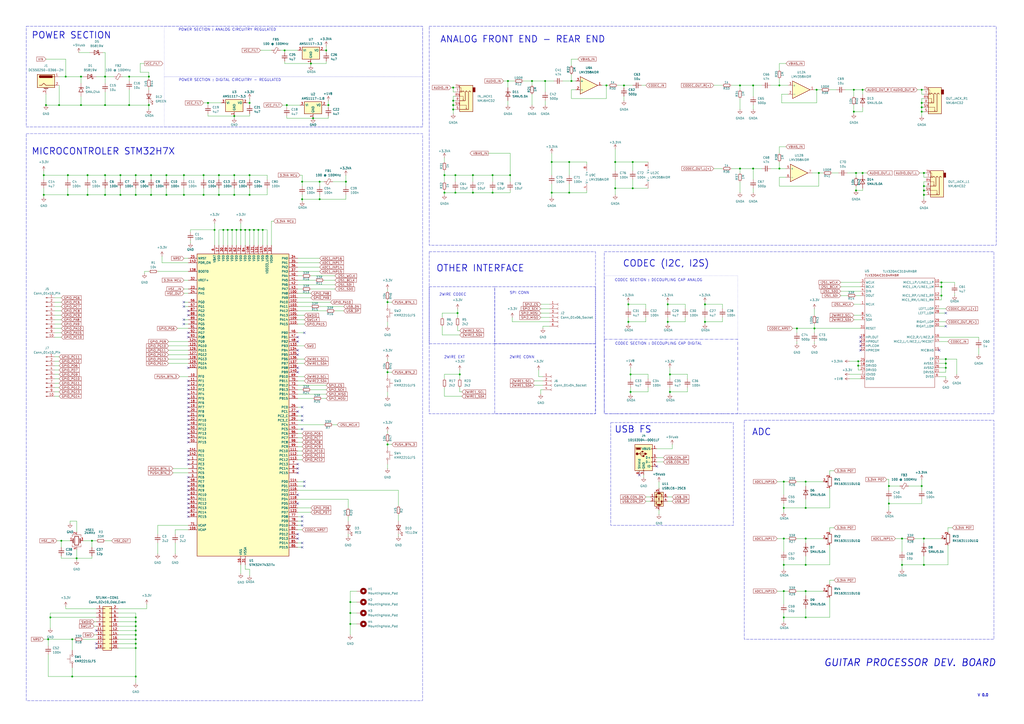
<source format=kicad_sch>
(kicad_sch (version 20231120) (generator "eeschema") (generator_version "8.0")
  (paper "A2")
  (lib_symbols
    (symbol "Amplifier_Operational:LMV358" (pin_names (offset 0.127))
      (property "Reference" "U" (at 0 5.08 0))
      (property "Value" "LMV358" (at 0 -5.08 0))
      (symbol "LMV358_1_1"
        (pin output line (at 7.62 0 180) (length 2.54) (name "~") (number "1"))
        (pin input line (at -7.62 -2.54 0) (length 2.54) (name "-") (number "2"))
        (pin input line (at -7.62 2.54 0) (length 2.54) (name "+") (number "3"))
      )
      (symbol "LMV358_2_1"
        (pin input line (at -7.62 2.54 0) (length 2.54) (name "+") (number "5"))
        (pin input line (at -7.62 -2.54 0) (length 2.54) (name "-") (number "6"))
        (pin output line (at 7.62 0 180) (length 2.54) (name "~") (number "7"))
      )
      (symbol "LMV358_3_1"
        (pin power_in line (at -2.54 -7.62 90) (length 3.81) (name "V-") (number "4"))
        (pin power_in line (at -2.54 7.62 270) (length 3.81) (name "V+") (number "8"))
      )
    )
    (symbol "Audio:TLV320AIC3104RHBR"
      (property "Reference" "U" (at -3.048 8.382 0))
      (symbol "TLV320AIC3104RHBR_1_1"
        (text "TLV320AIC3104RHBR" (at 6.096 5.334 0) (effects (font (size 1.27 1.27))))
        (pin input line (at -6.35 -11.43 0) (length 2.54) (name "MCLK") (number "1"))
        (pin input line (at 39.37 1.27 180) (length 2.54) (name "MIC1_LP/LINE1_LP") (number "10"))
        (pin input line (at 39.37 -1.27 180) (length 2.54) (name "MIC1_LM/LINE1_LM") (number "11"))
        (pin input line (at 39.37 -6.35 180) (length 2.54) (name "MIC1_RP/LINE1_RP") (number "12"))
        (pin input line (at 39.37 -8.89 180) (length 2.54) (name "MIC1_RM/LINE1_RM") (number "13"))
        (pin input line (at 39.37 -33.02 180) (length 2.54) (name "MIC2_L/LINE2_L/MICDET") (number "14"))
        (pin input line (at 39.37 -38.1 180) (length 2.54) (name "MICBIAS") (number "15"))
        (pin input line (at 39.37 -30.48 180) (length 2.54) (name "MIC2_R/LINE2_R") (number "16"))
        (pin input line (at 39.37 -45.72 180) (length 2.54) (name "AVSS1") (number "17"))
        (pin input line (at -6.35 -46.99 0) (length 2.54) (name "DRVDD") (number "18"))
        (pin input line (at -6.35 -30.48 0) (length 2.54) (name "HPLOUT") (number "19"))
        (pin input line (at -6.35 -1.27 0) (length 2.54) (name "BCLK") (number "2"))
        (pin input line (at -6.35 -35.56 0) (length 2.54) (name "HPLCOM") (number "20"))
        (pin input line (at 39.37 -50.8 180) (length 2.54) (name "DRVSS") (number "21"))
        (pin input line (at -6.35 -38.1 0) (length 2.54) (name "HPRCOM") (number "22"))
        (pin input line (at -6.35 -33.02 0) (length 2.54) (name "HPROUT") (number "23"))
        (pin input line (at -6.35 -49.53 0) (length 2.54) (name "DRVDD") (number "24"))
        (pin input line (at -6.35 -44.45 0) (length 2.54) (name "AVDD") (number "25"))
        (pin input line (at 39.37 -48.26 180) (length 2.54) (name "AVSS2") (number "26"))
        (pin input line (at 39.37 -13.97 180) (length 2.54) (name "LEFT_LOP") (number "27"))
        (pin input line (at 39.37 -16.51 180) (length 2.54) (name "LEFT_LOM") (number "28"))
        (pin input line (at 39.37 -21.59 180) (length 2.54) (name "RIGHT_LOP") (number "29"))
        (pin input line (at -6.35 1.27 0) (length 2.54) (name "WCLK") (number "3"))
        (pin input line (at 39.37 -24.13 180) (length 2.54) (name "RIGHT_LOM") (number "30"))
        (pin input line (at -6.35 -25.4 0) (length 2.54) (name "RESET") (number "31"))
        (pin input line (at -6.35 -54.61 0) (length 2.54) (name "DVDD") (number "32"))
        (pin input line (at 39.37 -43.18 180) (length 2.54) (name "EP") (number "33"))
        (pin input line (at -6.35 -3.81 0) (length 2.54) (name "DIN") (number "4"))
        (pin input line (at -6.35 -6.35 0) (length 2.54) (name "DOUT") (number "5"))
        (pin input line (at 39.37 -53.34 180) (length 2.54) (name "DVSS") (number "6"))
        (pin input line (at -6.35 -52.07 0) (length 2.54) (name "IOVDD") (number "7"))
        (pin input line (at -6.35 -17.78 0) (length 2.54) (name "SCL") (number "8"))
        (pin input line (at -6.35 -20.32 0) (length 2.54) (name "SDA") (number "9"))
      )
    )
    (symbol "Connector:Barrel_Jack_MountingPin" (pin_names hide)
      (property "Reference" "J1" (at 0 8.89 0))
      (property "Value" "DC550250-0366-2H" (at 0 6.35 0))
      (symbol "Barrel_Jack_MountingPin_1_1"
        (text "Mounting" (at 0 -4.191 0) (effects (font (size 0.381 0.381))))
        (pin passive line (at 7.62 2.54 180) (length 2.54) (name "~") (number "1"))
        (pin passive line (at 7.62 -2.54 180) (length 2.54) (name "~") (number "2"))
        (pin passive line (at 0 -7.62 90) (length 3.048) (name "MountPin") (number "3"))
      )
    )
    (symbol "Connector:Conn_01x04_Socket" (pin_names (offset 1.016) hide)
      (property "Reference" "J" (at 0 5.08 0))
      (property "Value" "Conn_01x04_Socket" (at 0 -7.62 0))
      (symbol "Conn_01x04_Socket_1_1"
        (pin passive line (at -5.08 2.54 0) (length 3.81) (name "Pin_1") (number "1"))
        (pin passive line (at -5.08 0 0) (length 3.81) (name "Pin_2") (number "2"))
        (pin passive line (at -5.08 -2.54 0) (length 3.81) (name "Pin_3") (number "3"))
        (pin passive line (at -5.08 -5.08 0) (length 3.81) (name "Pin_4") (number "4"))
      )
    )
    (symbol "Connector:Conn_01x06_Socket" (pin_names (offset 1.016) hide)
      (property "Reference" "J" (at 0 7.62 0))
      (property "Value" "Conn_01x06_Socket" (at 0 -10.16 0))
      (symbol "Conn_01x06_Socket_1_1"
        (pin passive line (at -5.08 5.08 0) (length 3.81) (name "Pin_1") (number "1"))
        (pin passive line (at -5.08 2.54 0) (length 3.81) (name "Pin_2") (number "2"))
        (pin passive line (at -5.08 0 0) (length 3.81) (name "Pin_3") (number "3"))
        (pin passive line (at -5.08 -2.54 0) (length 3.81) (name "Pin_4") (number "4"))
        (pin passive line (at -5.08 -5.08 0) (length 3.81) (name "Pin_5") (number "5"))
        (pin passive line (at -5.08 -7.62 0) (length 3.81) (name "Pin_6") (number "6"))
      )
    )
    (symbol "Connector:Conn_01x10_Pin" (pin_names (offset 1.016) hide)
      (property "Reference" "J" (at 0 12.7 0))
      (property "Value" "Conn_01x10_Pin" (at 0 -15.24 0))
      (symbol "Conn_01x10_Pin_1_1"
        (pin passive line (at 5.08 10.16 180) (length 3.81) (name "Pin_1") (number "1"))
        (pin passive line (at 5.08 -12.7 180) (length 3.81) (name "Pin_10") (number "10"))
        (pin passive line (at 5.08 7.62 180) (length 3.81) (name "Pin_2") (number "2"))
        (pin passive line (at 5.08 5.08 180) (length 3.81) (name "Pin_3") (number "3"))
        (pin passive line (at 5.08 2.54 180) (length 3.81) (name "Pin_4") (number "4"))
        (pin passive line (at 5.08 0 180) (length 3.81) (name "Pin_5") (number "5"))
        (pin passive line (at 5.08 -2.54 180) (length 3.81) (name "Pin_6") (number "6"))
        (pin passive line (at 5.08 -5.08 180) (length 3.81) (name "Pin_7") (number "7"))
        (pin passive line (at 5.08 -7.62 180) (length 3.81) (name "Pin_8") (number "8"))
        (pin passive line (at 5.08 -10.16 180) (length 3.81) (name "Pin_9") (number "9"))
      )
    )
    (symbol "Connector:USB_B_Micro" (pin_names (offset 1.016))
      (property "Reference" "J" (at -5.08 11.43 0))
      (property "Value" "USB_B_Micro" (at -5.08 8.89 0))
      (symbol "USB_B_Micro_1_1"
        (pin power_out line (at 7.62 5.08 180) (length 2.54) (name "VBUS") (number "1"))
        (pin bidirectional line (at 7.62 -2.54 180) (length 2.54) (name "D-") (number "2"))
        (pin bidirectional line (at 7.62 0 180) (length 2.54) (name "D+") (number "3"))
        (pin passive line (at 7.62 -5.08 180) (length 2.54) (name "ID") (number "4"))
        (pin power_out line (at 0 -10.16 90) (length 2.54) (name "GND") (number "5"))
        (pin passive line (at -2.54 -10.16 90) (length 2.54) (name "Shield") (number "6"))
      )
    )
    (symbol "Connector_Audio:NMJ6HCD2"
      (property "Reference" "J" (at 0 11.43 0))
      (property "Value" "NMJ6HCD2" (at 0 8.89 0))
      (symbol "NMJ6HCD2_1_1"
        (pin passive line (at 5.08 0 180) (length 2.54) (name "~") (number "R"))
        (pin passive line (at 5.08 -2.54 180) (length 2.54) (name "~") (number "RN"))
        (pin passive line (at 5.08 5.08 180) (length 2.54) (name "~") (number "S"))
        (pin passive line (at 5.08 2.54 180) (length 2.54) (name "~") (number "SN"))
        (pin passive line (at 5.08 -5.08 180) (length 2.54) (name "~") (number "T"))
        (pin passive line (at 5.08 -7.62 180) (length 2.54) (name "~") (number "TN"))
      )
    )
    (symbol "Connector_Generic:Conn_02x10_Odd_Even" (pin_names (offset 1.016) hide)
      (property "Reference" "J" (at 1.27 12.7 0))
      (property "Value" "Conn_02x10_Odd_Even" (at 1.27 -15.24 0))
      (symbol "Conn_02x10_Odd_Even_1_1"
        (pin passive line (at -5.08 10.16 0) (length 3.81) (name "Pin_1") (number "1"))
        (pin passive line (at 7.62 0 180) (length 3.81) (name "Pin_10") (number "10"))
        (pin passive line (at -5.08 -2.54 0) (length 3.81) (name "Pin_11") (number "11"))
        (pin passive line (at 7.62 -2.54 180) (length 3.81) (name "Pin_12") (number "12"))
        (pin passive line (at -5.08 -5.08 0) (length 3.81) (name "Pin_13") (number "13"))
        (pin passive line (at 7.62 -5.08 180) (length 3.81) (name "Pin_14") (number "14"))
        (pin passive line (at -5.08 -7.62 0) (length 3.81) (name "Pin_15") (number "15"))
        (pin passive line (at 7.62 -7.62 180) (length 3.81) (name "Pin_16") (number "16"))
        (pin passive line (at -5.08 -10.16 0) (length 3.81) (name "Pin_17") (number "17"))
        (pin passive line (at 7.62 -10.16 180) (length 3.81) (name "Pin_18") (number "18"))
        (pin passive line (at -5.08 -12.7 0) (length 3.81) (name "Pin_19") (number "19"))
        (pin passive line (at 7.62 10.16 180) (length 3.81) (name "Pin_2") (number "2"))
        (pin passive line (at 7.62 -12.7 180) (length 3.81) (name "Pin_20") (number "20"))
        (pin passive line (at -5.08 7.62 0) (length 3.81) (name "Pin_3") (number "3"))
        (pin passive line (at 7.62 7.62 180) (length 3.81) (name "Pin_4") (number "4"))
        (pin passive line (at -5.08 5.08 0) (length 3.81) (name "Pin_5") (number "5"))
        (pin passive line (at 7.62 5.08 180) (length 3.81) (name "Pin_6") (number "6"))
        (pin passive line (at -5.08 2.54 0) (length 3.81) (name "Pin_7") (number "7"))
        (pin passive line (at 7.62 2.54 180) (length 3.81) (name "Pin_8") (number "8"))
        (pin passive line (at -5.08 0 0) (length 3.81) (name "Pin_9") (number "9"))
      )
    )
    (symbol "Device:C_Small" (pin_numbers hide) (pin_names (offset 0.254) hide)
      (property "Reference" "C" (at 0.254 1.778 0))
      (property "Value" "C_Small" (at 0.254 -2.032 0))
      (symbol "C_Small_1_1"
        (pin passive line (at 0 2.54 270) (length 2.032) (name "~") (number "1"))
        (pin passive line (at 0 -2.54 90) (length 2.032) (name "~") (number "2"))
      )
    )
    (symbol "Device:Crystal_GND24" (pin_names (offset 1.016) hide)
      (property "Reference" "Y" (at 3.175 5.08 0))
      (property "Value" "Crystal_GND24" (at 3.175 3.175 0))
      (symbol "Crystal_GND24_1_1"
        (pin passive line (at -3.81 0 0) (length 1.27) (name "1") (number "1"))
        (pin passive line (at 0 5.08 270) (length 1.27) (name "2") (number "2"))
        (pin passive line (at 3.81 0 180) (length 1.27) (name "3") (number "3"))
        (pin passive line (at 0 -5.08 90) (length 1.27) (name "4") (number "4"))
      )
    )
    (symbol "Device:D_Schottky" (pin_numbers hide) (pin_names (offset 1.016) hide)
      (property "Reference" "D" (at 0 2.54 0))
      (property "Value" "D_Schottky" (at 0 -2.54 0))
      (symbol "D_Schottky_1_1"
        (pin passive line (at -3.81 0 0) (length 2.54) (name "K") (number "1"))
        (pin passive line (at 3.81 0 180) (length 2.54) (name "A") (number "2"))
      )
    )
    (symbol "Device:FerriteBead_Small" (pin_numbers hide) (pin_names (offset 0))
      (property "Reference" "FB" (at 1.905 1.27 0))
      (property "Value" "FerriteBead_Small" (at 1.905 -1.27 0))
      (symbol "FerriteBead_Small_1_1"
        (pin passive line (at 0 2.54 270) (length 1.27) (name "~") (number "1"))
        (pin passive line (at 0 -2.54 90) (length 1.27) (name "~") (number "2"))
      )
    )
    (symbol "Device:LED" (pin_numbers hide) (pin_names (offset 1.016) hide)
      (property "Reference" "D" (at 0 2.54 0))
      (property "Value" "LED" (at 0 -2.54 0))
      (symbol "LED_1_1"
        (pin passive line (at -3.81 0 0) (length 2.54) (name "K") (number "1"))
        (pin passive line (at 3.81 0 180) (length 2.54) (name "A") (number "2"))
      )
    )
    (symbol "Device:R_Potentiometer" (pin_names (offset 1.016) hide)
      (property "Reference" "RV" (at -4.445 0 90))
      (property "Value" "R_Potentiometer" (at -2.54 0 90))
      (symbol "R_Potentiometer_1_1"
        (pin passive line (at 0 3.81 270) (length 1.27) (name "1") (number "1"))
        (pin passive line (at 3.81 0 180) (length 1.27) (name "2") (number "2"))
        (pin passive line (at 0 -3.81 90) (length 1.27) (name "3") (number "3"))
      )
    )
    (symbol "Device:R_Small" (pin_numbers hide) (pin_names (offset 0.254) hide)
      (property "Reference" "R" (at 0.762 0.508 0))
      (property "Value" "R_Small" (at 0.762 -1.016 0))
      (symbol "R_Small_1_1"
        (pin passive line (at 0 2.54 270) (length 0.762) (name "~") (number "1"))
        (pin passive line (at 0 -2.54 90) (length 0.762) (name "~") (number "2"))
      )
    )
    (symbol "Diode:ESD5Zxx" (pin_numbers hide) (pin_names hide)
      (property "Reference" "D" (at 0 2.54 0))
      (property "Value" "ESD5Zxx" (at 0 -2.54 0))
      (symbol "ESD5Zxx_1_1"
        (pin passive line (at -3.81 0 0) (length 2.54) (name "K") (number "1"))
        (pin passive line (at 3.81 0 180) (length 2.54) (name "A") (number "2"))
      )
    )
    (symbol "Diode:SMAJ10A" (pin_numbers hide) (pin_names (offset 1.016) hide)
      (property "Reference" "D" (at 0 2.54 0))
      (property "Value" "SMAJ10A" (at 0 -2.54 0))
      (symbol "SMAJ10A_1_1"
        (pin passive line (at -3.81 0 0) (length 2.54) (name "A1") (number "1"))
        (pin passive line (at 3.81 0 180) (length 2.54) (name "A2") (number "2"))
      )
    )
    (symbol "MCU_ST_STM32H7:STM32H743ZITx"
      (property "Reference" "U" (at -25.4 90.17 0))
      (property "Value" "STM32H743ZITx" (at 20.32 90.17 0))
      (symbol "STM32H743ZITx_1_1"
        (pin bidirectional line (at -30.48 -30.48 0) (length 5.08) (name "PE2") (number "1"))
        (pin bidirectional line (at -30.48 17.78 0) (length 5.08) (name "PF0") (number "10"))
        (pin bidirectional line (at 33.02 66.04 180) (length 5.08) (name "PA8") (number "100"))
        (pin bidirectional line (at 33.02 63.5 180) (length 5.08) (name "PA9") (number "101"))
        (pin bidirectional line (at 33.02 60.96 180) (length 5.08) (name "PA10") (number "102"))
        (pin bidirectional line (at 33.02 58.42 180) (length 5.08) (name "PA11") (number "103"))
        (pin bidirectional line (at 33.02 55.88 180) (length 5.08) (name "PA12") (number "104"))
        (pin bidirectional line (at 33.02 53.34 180) (length 5.08) (name "PA13") (number "105"))
        (pin power_out line (at -30.48 -71.12 0) (length 5.08) (name "VCAP") (number "106"))
        (pin passive line (at 0 -91.44 90) (length 5.08) hide (name "VSS") (number "107"))
        (pin power_in line (at 5.08 93.98 270) (length 5.08) (name "VDD") (number "108"))
        (pin bidirectional line (at 33.02 50.8 180) (length 5.08) (name "PA14") (number "109"))
        (pin bidirectional line (at -30.48 15.24 0) (length 5.08) (name "PF1") (number "11"))
        (pin bidirectional line (at 33.02 48.26 180) (length 5.08) (name "PA15") (number "110"))
        (pin bidirectional line (at 33.02 -25.4 180) (length 5.08) (name "PC10") (number "111"))
        (pin bidirectional line (at 33.02 -27.94 180) (length 5.08) (name "PC11") (number "112"))
        (pin bidirectional line (at 33.02 -30.48 180) (length 5.08) (name "PC12") (number "113"))
        (pin bidirectional line (at 33.02 -43.18 180) (length 5.08) (name "PD0") (number "114"))
        (pin bidirectional line (at 33.02 -45.72 180) (length 5.08) (name "PD1") (number "115"))
        (pin bidirectional line (at 33.02 -48.26 180) (length 5.08) (name "PD2") (number "116"))
        (pin bidirectional line (at 33.02 -50.8 180) (length 5.08) (name "PD3") (number "117"))
        (pin bidirectional line (at 33.02 -53.34 180) (length 5.08) (name "PD4") (number "118"))
        (pin bidirectional line (at 33.02 -55.88 180) (length 5.08) (name "PD5") (number "119"))
        (pin bidirectional line (at -30.48 12.7 0) (length 5.08) (name "PF2") (number "12"))
        (pin passive line (at 0 -91.44 90) (length 5.08) hide (name "VSS") (number "120"))
        (pin power_in line (at 7.62 93.98 270) (length 5.08) (name "VDD") (number "121"))
        (pin bidirectional line (at 33.02 -58.42 180) (length 5.08) (name "PD6") (number "122"))
        (pin bidirectional line (at 33.02 -60.96 180) (length 5.08) (name "PD7") (number "123"))
        (pin bidirectional line (at -30.48 38.1 0) (length 5.08) (name "PG9") (number "124"))
        (pin bidirectional line (at -30.48 35.56 0) (length 5.08) (name "PG10") (number "125"))
        (pin bidirectional line (at -30.48 33.02 0) (length 5.08) (name "PG11") (number "126"))
        (pin bidirectional line (at -30.48 30.48 0) (length 5.08) (name "PG12") (number "127"))
        (pin bidirectional line (at -30.48 27.94 0) (length 5.08) (name "PG13") (number "128"))
        (pin bidirectional line (at -30.48 25.4 0) (length 5.08) (name "PG14") (number "129"))
        (pin bidirectional line (at -30.48 10.16 0) (length 5.08) (name "PF3") (number "13"))
        (pin passive line (at 0 -91.44 90) (length 5.08) hide (name "VSS") (number "130"))
        (pin power_in line (at 10.16 93.98 270) (length 5.08) (name "VDD") (number "131"))
        (pin bidirectional line (at -30.48 22.86 0) (length 5.08) (name "PG15") (number "132"))
        (pin bidirectional line (at 33.02 35.56 180) (length 5.08) (name "PB3") (number "133"))
        (pin bidirectional line (at 33.02 33.02 180) (length 5.08) (name "PB4") (number "134"))
        (pin bidirectional line (at 33.02 30.48 180) (length 5.08) (name "PB5") (number "135"))
        (pin bidirectional line (at 33.02 27.94 180) (length 5.08) (name "PB6") (number "136"))
        (pin bidirectional line (at 33.02 25.4 180) (length 5.08) (name "PB7") (number "137"))
        (pin input line (at -30.48 78.74 0) (length 5.08) (name "BOOT0") (number "138"))
        (pin bidirectional line (at 33.02 22.86 180) (length 5.08) (name "PB8") (number "139"))
        (pin bidirectional line (at -30.48 7.62 0) (length 5.08) (name "PF4") (number "14"))
        (pin bidirectional line (at 33.02 20.32 180) (length 5.08) (name "PB9") (number "140"))
        (pin bidirectional line (at -30.48 -25.4 0) (length 5.08) (name "PE0") (number "141"))
        (pin bidirectional line (at -30.48 -27.94 0) (length 5.08) (name "PE1") (number "142"))
        (pin input line (at -30.48 83.82 0) (length 5.08) (name "PDR_ON") (number "143"))
        (pin power_in line (at 12.7 93.98 270) (length 5.08) (name "VDD") (number "144"))
        (pin bidirectional line (at -30.48 5.08 0) (length 5.08) (name "PF5") (number "15"))
        (pin power_in line (at 0 -91.44 90) (length 5.08) (name "VSS") (number "16"))
        (pin power_in line (at -12.7 93.98 270) (length 5.08) (name "VDD") (number "17"))
        (pin bidirectional line (at -30.48 2.54 0) (length 5.08) (name "PF6") (number "18"))
        (pin bidirectional line (at -30.48 0 0) (length 5.08) (name "PF7") (number "19"))
        (pin bidirectional line (at -30.48 -33.02 0) (length 5.08) (name "PE3") (number "2"))
        (pin bidirectional line (at -30.48 -2.54 0) (length 5.08) (name "PF8") (number "20"))
        (pin bidirectional line (at -30.48 -5.08 0) (length 5.08) (name "PF9") (number "21"))
        (pin bidirectional line (at -30.48 -7.62 0) (length 5.08) (name "PF10") (number "22"))
        (pin bidirectional line (at -30.48 68.58 0) (length 5.08) (name "PH0") (number "23"))
        (pin bidirectional line (at -30.48 66.04 0) (length 5.08) (name "PH1") (number "24"))
        (pin input line (at -30.48 86.36 0) (length 5.08) (name "NRST") (number "25"))
        (pin bidirectional line (at 33.02 0 180) (length 5.08) (name "PC0") (number "26"))
        (pin bidirectional line (at 33.02 -2.54 180) (length 5.08) (name "PC1") (number "27"))
        (pin bidirectional line (at 33.02 -5.08 180) (length 5.08) (name "PC2_C") (number "28"))
        (pin bidirectional line (at 33.02 -7.62 180) (length 5.08) (name "PC3_C") (number "29"))
        (pin bidirectional line (at -30.48 -35.56 0) (length 5.08) (name "PE4") (number "3"))
        (pin power_in line (at -10.16 93.98 270) (length 5.08) (name "VDD") (number "30"))
        (pin power_in line (at 2.54 -91.44 90) (length 5.08) (name "VSSA") (number "31"))
        (pin input line (at -30.48 73.66 0) (length 5.08) (name "VREF+") (number "32"))
        (pin power_in line (at 17.78 93.98 270) (length 5.08) (name "VDDA") (number "33"))
        (pin bidirectional line (at 33.02 86.36 180) (length 5.08) (name "PA0") (number "34"))
        (pin bidirectional line (at 33.02 83.82 180) (length 5.08) (name "PA1") (number "35"))
        (pin bidirectional line (at 33.02 81.28 180) (length 5.08) (name "PA2") (number "36"))
        (pin bidirectional line (at 33.02 78.74 180) (length 5.08) (name "PA3") (number "37"))
        (pin passive line (at 0 -91.44 90) (length 5.08) hide (name "VSS") (number "38"))
        (pin power_in line (at -7.62 93.98 270) (length 5.08) (name "VDD") (number "39"))
        (pin bidirectional line (at -30.48 -38.1 0) (length 5.08) (name "PE5") (number "4"))
        (pin bidirectional line (at 33.02 76.2 180) (length 5.08) (name "PA4") (number "40"))
        (pin bidirectional line (at 33.02 73.66 180) (length 5.08) (name "PA5") (number "41"))
        (pin bidirectional line (at 33.02 71.12 180) (length 5.08) (name "PA6") (number "42"))
        (pin bidirectional line (at 33.02 68.58 180) (length 5.08) (name "PA7") (number "43"))
        (pin bidirectional line (at 33.02 -10.16 180) (length 5.08) (name "PC4") (number "44"))
        (pin bidirectional line (at 33.02 -12.7 180) (length 5.08) (name "PC5") (number "45"))
        (pin bidirectional line (at 33.02 43.18 180) (length 5.08) (name "PB0") (number "46"))
        (pin bidirectional line (at 33.02 40.64 180) (length 5.08) (name "PB1") (number "47"))
        (pin bidirectional line (at 33.02 38.1 180) (length 5.08) (name "PB2") (number "48"))
        (pin bidirectional line (at -30.48 -10.16 0) (length 5.08) (name "PF11") (number "49"))
        (pin bidirectional line (at -30.48 -40.64 0) (length 5.08) (name "PE6") (number "5"))
        (pin bidirectional line (at -30.48 -12.7 0) (length 5.08) (name "PF12") (number "50"))
        (pin passive line (at 0 -91.44 90) (length 5.08) hide (name "VSS") (number "51"))
        (pin power_in line (at -5.08 93.98 270) (length 5.08) (name "VDD") (number "52"))
        (pin bidirectional line (at -30.48 -15.24 0) (length 5.08) (name "PF13") (number "53"))
        (pin bidirectional line (at -30.48 -17.78 0) (length 5.08) (name "PF14") (number "54"))
        (pin bidirectional line (at -30.48 -20.32 0) (length 5.08) (name "PF15") (number "55"))
        (pin bidirectional line (at -30.48 60.96 0) (length 5.08) (name "PG0") (number "56"))
        (pin bidirectional line (at -30.48 58.42 0) (length 5.08) (name "PG1") (number "57"))
        (pin bidirectional line (at -30.48 -43.18 0) (length 5.08) (name "PE7") (number "58"))
        (pin bidirectional line (at -30.48 -45.72 0) (length 5.08) (name "PE8") (number "59"))
        (pin power_in line (at -15.24 93.98 270) (length 5.08) (name "VBAT") (number "6"))
        (pin bidirectional line (at -30.48 -48.26 0) (length 5.08) (name "PE9") (number "60"))
        (pin passive line (at 0 -91.44 90) (length 5.08) hide (name "VSS") (number "61"))
        (pin power_in line (at -2.54 93.98 270) (length 5.08) (name "VDD") (number "62"))
        (pin bidirectional line (at -30.48 -50.8 0) (length 5.08) (name "PE10") (number "63"))
        (pin bidirectional line (at -30.48 -53.34 0) (length 5.08) (name "PE11") (number "64"))
        (pin bidirectional line (at -30.48 -55.88 0) (length 5.08) (name "PE12") (number "65"))
        (pin bidirectional line (at -30.48 -58.42 0) (length 5.08) (name "PE13") (number "66"))
        (pin bidirectional line (at -30.48 -60.96 0) (length 5.08) (name "PE14") (number "67"))
        (pin bidirectional line (at -30.48 -63.5 0) (length 5.08) (name "PE15") (number "68"))
        (pin bidirectional line (at 33.02 17.78 180) (length 5.08) (name "PB10") (number "69"))
        (pin bidirectional line (at 33.02 -33.02 180) (length 5.08) (name "PC13") (number "7"))
        (pin bidirectional line (at 33.02 15.24 180) (length 5.08) (name "PB11") (number "70"))
        (pin power_out line (at -30.48 -68.58 0) (length 5.08) (name "VCAP") (number "71"))
        (pin power_in line (at 0 93.98 270) (length 5.08) (name "VDD") (number "72"))
        (pin bidirectional line (at 33.02 12.7 180) (length 5.08) (name "PB12") (number "73"))
        (pin bidirectional line (at 33.02 10.16 180) (length 5.08) (name "PB13") (number "74"))
        (pin bidirectional line (at 33.02 7.62 180) (length 5.08) (name "PB14") (number "75"))
        (pin bidirectional line (at 33.02 5.08 180) (length 5.08) (name "PB15") (number "76"))
        (pin bidirectional line (at 33.02 -63.5 180) (length 5.08) (name "PD8") (number "77"))
        (pin bidirectional line (at 33.02 -66.04 180) (length 5.08) (name "PD9") (number "78"))
        (pin bidirectional line (at 33.02 -68.58 180) (length 5.08) (name "PD10") (number "79"))
        (pin bidirectional line (at 33.02 -35.56 180) (length 5.08) (name "PC14") (number "8"))
        (pin bidirectional line (at 33.02 -71.12 180) (length 5.08) (name "PD11") (number "80"))
        (pin bidirectional line (at 33.02 -73.66 180) (length 5.08) (name "PD12") (number "81"))
        (pin bidirectional line (at 33.02 -76.2 180) (length 5.08) (name "PD13") (number "82"))
        (pin passive line (at 0 -91.44 90) (length 5.08) hide (name "VSS") (number "83"))
        (pin power_in line (at 2.54 93.98 270) (length 5.08) (name "VDD") (number "84"))
        (pin bidirectional line (at 33.02 -78.74 180) (length 5.08) (name "PD14") (number "85"))
        (pin bidirectional line (at 33.02 -81.28 180) (length 5.08) (name "PD15") (number "86"))
        (pin bidirectional line (at -30.48 55.88 0) (length 5.08) (name "PG2") (number "87"))
        (pin bidirectional line (at -30.48 53.34 0) (length 5.08) (name "PG3") (number "88"))
        (pin bidirectional line (at -30.48 50.8 0) (length 5.08) (name "PG4") (number "89"))
        (pin bidirectional line (at 33.02 -38.1 180) (length 5.08) (name "PC15") (number "9"))
        (pin bidirectional line (at -30.48 48.26 0) (length 5.08) (name "PG5") (number "90"))
        (pin bidirectional line (at -30.48 45.72 0) (length 5.08) (name "PG6") (number "91"))
        (pin bidirectional line (at -30.48 43.18 0) (length 5.08) (name "PG7") (number "92"))
        (pin bidirectional line (at -30.48 40.64 0) (length 5.08) (name "PG8") (number "93"))
        (pin passive line (at 0 -91.44 90) (length 5.08) hide (name "VSS") (number "94"))
        (pin power_in line (at 15.24 93.98 270) (length 5.08) (name "VDD33_USB") (number "95"))
        (pin bidirectional line (at 33.02 -15.24 180) (length 5.08) (name "PC6") (number "96"))
        (pin bidirectional line (at 33.02 -17.78 180) (length 5.08) (name "PC7") (number "97"))
        (pin bidirectional line (at 33.02 -20.32 180) (length 5.08) (name "PC8") (number "98"))
        (pin bidirectional line (at 33.02 -22.86 180) (length 5.08) (name "PC9") (number "99"))
      )
    )
    (symbol "Mechanical:MountingHole_Pad" (pin_numbers hide) (pin_names (offset 1.016) hide) (exclude_from_sim yes) (in_bom no)
      (property "Reference" "H" (at 0 6.35 0))
      (property "Value" "MountingHole_Pad" (at 0 4.445 0))
      (symbol "MountingHole_Pad_1_1"
        (pin input line (at 0 -2.54 90) (length 2.54) (name "1") (number "1"))
      )
    )
    (symbol "Power_Protection:USBLC6-2SC6" (pin_names hide)
      (property "Reference" "U" (at 0.635 5.715 0))
      (property "Value" "USBLC6-2SC6" (at 0.635 3.81 0))
      (symbol "USBLC6-2SC6_1_1"
        (pin passive line (at -5.08 0 0) (length 2.54) (name "I/O1") (number "1"))
        (pin passive line (at 0 -7.62 90) (length 2.54) (name "GND") (number "2"))
        (pin passive line (at -5.08 -2.54 0) (length 2.54) (name "I/O2") (number "3"))
        (pin passive line (at 5.08 -2.54 180) (length 2.54) (name "I/O2") (number "4"))
        (pin passive line (at 0 5.08 270) (length 2.54) (name "VBUS") (number "5"))
        (pin passive line (at 5.08 0 180) (length 2.54) (name "I/O1") (number "6"))
      )
    )
    (symbol "Regulator_Linear:AMS1117-1.8"
      (property "Reference" "U" (at -3.81 3.175 0))
      (property "Value" "AMS1117-1.8" (at 0 3.175 0))
      (symbol "AMS1117-1.8_1_1"
        (pin power_in line (at 0 -7.62 90) (length 2.54) (name "GND") (number "1"))
        (pin power_out line (at 7.62 0 180) (length 2.54) (name "VO") (number "2"))
        (pin power_in line (at -7.62 0 0) (length 2.54) (name "VI") (number "3"))
      )
    )
    (symbol "Regulator_Linear:AMS1117-3.3"
      (property "Reference" "U" (at -3.81 3.175 0))
      (property "Value" "AMS1117-3.3" (at 0 3.175 0))
      (symbol "AMS1117-3.3_1_1"
        (pin power_in line (at 0 -7.62 90) (length 2.54) (name "GND") (number "1"))
        (pin power_out line (at 7.62 0 180) (length 2.54) (name "VO") (number "2"))
        (pin power_in line (at -7.62 0 0) (length 2.54) (name "VI") (number "3"))
      )
    )
    (symbol "Switch:SW_Push" (pin_numbers hide) (pin_names (offset 1.016) hide)
      (property "Reference" "SW" (at 1.27 2.54 0))
      (property "Value" "SW_Push" (at 0 -1.524 0))
      (symbol "SW_Push_0_1"
        (pin passive line (at -5.08 0 0) (length 2.54) (name "1") (number "1"))
        (pin passive line (at 5.08 0 180) (length 2.54) (name "2") (number "2"))
      )
    )
    (symbol "power:+1V8" (power) (pin_numbers hide) (pin_names (offset 0) hide)
      (property "Value" "+1V8" (at 0 3.556 0))
      (symbol "+1V8_1_1"
        (pin power_in line (at 0 0 90) (length 0) (name "~") (number "1"))
      )
    )
    (symbol "power:+3.3V" (power) (pin_numbers hide) (pin_names (offset 0) hide)
      (property "Value" "+3.3V" (at 0 3.556 0))
      (symbol "+3.3V_1_1"
        (pin power_in line (at 0 0 90) (length 0) (name "~") (number "1"))
      )
    )
    (symbol "power:+3.3VA" (power) (pin_numbers hide) (pin_names (offset 0) hide)
      (property "Value" "+3.3VA" (at 0 3.556 0))
      (symbol "+3.3VA_1_1"
        (pin power_in line (at 0 0 90) (length 0) (name "~") (number "1"))
      )
    )
    (symbol "power:+5V" (power) (pin_numbers hide) (pin_names (offset 0) hide)
      (property "Value" "+5V" (at 0 3.556 0))
      (symbol "+5V_1_1"
        (pin power_in line (at 0 0 90) (length 0) (name "~") (number "1"))
      )
    )
    (symbol "power:+5VA" (power) (pin_numbers hide) (pin_names (offset 0) hide)
      (property "Value" "+5VA" (at 0 3.556 0))
      (symbol "+5VA_1_1"
        (pin power_in line (at 0 0 90) (length 0) (name "~") (number "1"))
      )
    )
    (symbol "power:GND" (power) (pin_numbers hide) (pin_names (offset 0) hide)
      (property "Value" "GND" (at 0 -3.81 0))
      (symbol "GND_1_1"
        (pin power_in line (at 0 0 270) (length 0) (name "~") (number "1"))
      )
    )
    (symbol "power:GNDA" (power) (pin_numbers hide) (pin_names (offset 0) hide)
      (property "Value" "GNDA" (at 0 -3.81 0))
      (symbol "GNDA_1_1"
        (pin power_in line (at 0 0 270) (length 0) (name "~") (number "1"))
      )
    )
  )
  (junction (at 200.66 105.41))
  (junction (at 467.36 312.42))
  (junction (at 46.99 60.96))
  (junction (at 129.54 133.35))
  (junction (at 185.42 115.57))
  (junction (at 496.57 100.33))
  (junction (at 467.36 342.9))
  (junction (at 454.66 294.64))
  (junction (at 60.96 44.45))
  (junction (at 25.4 101.6))
  (junction (at 203.2 349.25))
  (junction (at 137.16 133.35))
  (junction (at 41.91 392.43))
  (junction (at 203.2 355.6))
  (junction (at 78.74 392.43))
  (junction (at 462.28 190.5))
  (junction (at 224.79 257.81))
  (junction (at 534.67 62.23))
  (junction (at 534.67 59.69))
  (junction (at 535.94 107.95))
  (junction (at 534.67 52.07))
  (junction (at 142.24 133.35))
  (junction (at 39.37 113.03))
  (junction (at 548.64 213.36))
  (junction (at 78.74 363.22))
  (junction (at 60.96 60.96))
  (junction (at 135.89 101.6))
  (junction (at 224.79 215.9))
  (junction (at 118.11 101.6))
  (junction (at 454.66 327.66))
  (junction (at 320.04 111.76))
  (junction (at 86.36 60.96))
  (junction (at 535.94 113.03))
  (junction (at 295.91 101.6))
  (junction (at 330.2 111.76))
  (junction (at 127 113.03))
  (junction (at 35.56 313.69))
  (junction (at 429.26 97.79))
  (junction (at 467.36 294.64))
  (junction (at 454.66 279.4))
  (junction (at 356.87 109.22))
  (junction (at 356.87 93.98))
  (junction (at 25.4 113.03))
  (junction (at 135.89 67.31))
  (junction (at 523.24 327.66))
  (junction (at 257.81 101.6))
  (junction (at 87.63 113.03))
  (junction (at 124.46 133.35))
  (junction (at 29.21 358.14))
  (junction (at 262.89 63.5))
  (junction (at 44.45 323.85))
  (junction (at 473.71 52.07))
  (junction (at 46.99 44.45))
  (junction (at 87.63 101.6))
  (junction (at 266.7 217.17))
  (junction (at 144.78 59.69))
  (junction (at 50.8 113.03))
  (junction (at 495.3 64.77))
  (junction (at 436.88 97.79))
  (junction (at 144.78 133.35))
  (junction (at 53.34 313.69))
  (junction (at 364.49 186.69))
  (junction (at 546.1 163.83))
  (junction (at 60.96 113.03))
  (junction (at 166.37 60.96))
  (junction (at 320.04 93.98))
  (junction (at 78.74 365.76))
  (junction (at 361.95 49.53))
  (junction (at 144.78 101.6))
  (junction (at 175.26 115.57))
  (junction (at 78.74 373.38))
  (junction (at 165.1 29.21))
  (junction (at 34.29 60.96))
  (junction (at 548.64 208.28))
  (junction (at 50.8 101.6))
  (junction (at 190.5 60.96))
  (junction (at 106.68 113.03))
  (junction (at 294.64 46.99))
  (junction (at 454.66 312.42))
  (junction (at 38.1 44.45))
  (junction (at 274.32 101.6))
  (junction (at 262.89 58.42))
  (junction (at 367.03 93.98))
  (junction (at 120.65 59.69))
  (junction (at 387.35 176.53))
  (junction (at 139.7 133.35))
  (junction (at 387.35 186.69))
  (junction (at 181.61 68.58))
  (junction (at 285.75 111.76))
  (junction (at 454.66 342.9))
  (junction (at 535.94 110.49))
  (junction (at 86.36 44.45))
  (junction (at 316.23 46.99))
  (junction (at 74.93 60.96))
  (junction (at 495.3 52.07))
  (junction (at 534.67 64.77))
  (junction (at 408.94 176.53))
  (junction (at 515.62 292.1))
  (junction (at 147.32 133.35))
  (junction (at 60.96 101.6))
  (junction (at 523.24 312.42))
  (junction (at 78.74 375.92))
  (junction (at 467.36 358.14))
  (junction (at 189.23 29.21))
  (junction (at 74.93 44.45))
  (junction (at 264.16 101.6))
  (junction (at 134.62 133.35))
  (junction (at 454.66 358.14))
  (junction (at 39.37 101.6))
  (junction (at 106.68 101.6))
  (junction (at 185.42 105.41))
  (junction (at 96.52 113.03))
  (junction (at 535.94 312.42))
  (junction (at 78.74 368.3))
  (junction (at 500.38 52.07))
  (junction (at 546.1 171.45))
  (junction (at 364.49 176.53))
  (junction (at 351.79 49.53))
  (junction (at 467.36 327.66))
  (junction (at 467.36 279.4))
  (junction (at 535.94 327.66))
  (junction (at 78.74 101.6))
  (junction (at 132.08 133.35))
  (junction (at 472.44 190.5))
  (junction (at 69.85 101.6))
  (junction (at 180.34 36.83))
  (junction (at 515.62 281.94))
  (junction (at 135.89 113.03))
  (junction (at 388.62 217.17))
  (junction (at 331.47 46.99))
  (junction (at 149.86 133.35))
  (junction (at 152.4 133.35))
  (junction (at 308.61 46.99))
  (junction (at 118.11 113.03))
  (junction (at 78.74 370.84))
  (junction (at 203.2 361.95))
  (junction (at 26.67 60.96))
  (junction (at 285.75 101.6))
  (junction (at 78.74 360.68))
  (junction (at 264.16 111.76))
  (junction (at 78.74 358.14))
  (junction (at 452.12 97.79))
  (junction (at 78.74 113.03))
  (junction (at 262.89 50.8))
  (junction (at 365.76 217.17))
  (junction (at 496.57 110.49))
  (junction (at 497.84 209.55))
  (junction (at 127 101.6))
  (junction (at 474.98 100.33))
  (junction (at 408.94 186.69))
  (junction (at 144.78 113.03))
  (junction (at 175.26 105.41))
  (junction (at 548.64 210.82))
  (junction (at 388.62 227.33))
  (junction (at 265.43 181.61))
  (junction (at 330.2 93.98))
  (junction (at 96.52 101.6))
  (junction (at 27.94 370.84))
  (junction (at 546.1 166.37))
  (junction (at 429.26 49.53))
  (junction (at 436.88 49.53))
  (junction (at 500.38 100.33))
  (junction (at 534.67 281.94))
  (junction (at 535.94 100.33))
  (junction (at 365.76 227.33))
  (junction (at 262.89 60.96))
  (junction (at 41.91 370.84))
  (junction (at 224.79 175.26))
  (junction (at 257.81 111.76))
  (junction (at 497.84 212.09))
  (junction (at 452.12 49.53))
  (junction (at 274.32 111.76))
  (junction (at 367.03 109.22))
  (junction (at 69.85 113.03))
  (no_connect (at 109.22 287.02))
  (no_connect (at 109.22 266.7))
  (no_connect (at 55.88 365.76))
  (no_connect (at 176.53 193.04))
  (no_connect (at 175.26 241.3))
  (no_connect (at 109.22 256.54))
  (no_connect (at 176.53 279.4))
  (no_connect (at 175.26 302.26))
  (no_connect (at 172.72 213.36))
  (no_connect (at 175.26 317.5))
  (no_connect (at 109.22 233.68))
  (no_connect (at 370.84 275.59))
  (no_connect (at 109.22 281.94))
  (no_connect (at 175.26 243.84))
  (no_connect (at 109.22 236.22))
  (no_connect (at 109.22 220.98))
  (no_connect (at 55.88 373.38))
  (no_connect (at 109.22 251.46))
  (no_connect (at 109.22 299.72))
  (no_connect (at 109.22 223.52))
  (no_connect (at 109.22 261.62))
  (no_connect (at 109.22 289.56))
  (no_connect (at 109.22 243.84))
  (no_connect (at 109.22 276.86))
  (no_connect (at 109.22 231.14))
  (no_connect (at 109.22 182.88))
  (no_connect (at 109.22 254))
  (no_connect (at 106.68 185.42))
  (no_connect (at 109.22 279.4))
  (no_connect (at 548.64 181.61))
  (no_connect (at 172.72 195.58))
  (no_connect (at 172.72 205.74))
  (no_connect (at 172.72 271.78))
  (no_connect (at 172.72 309.88))
  (no_connect (at 175.26 248.92))
  (no_connect (at 109.22 228.6))
  (no_connect (at 172.72 292.1))
  (no_connect (at 172.72 274.32))
  (no_connect (at 172.72 215.9))
  (no_connect (at 109.22 180.34))
  (no_connect (at 55.88 375.92))
  (no_connect (at 172.72 203.2))
  (no_connect (at 172.72 312.42))
  (no_connect (at 109.22 248.92))
  (no_connect (at 106.68 175.26))
  (no_connect (at 499.11 203.2))
  (no_connect (at 109.22 246.38))
  (no_connect (at 548.64 189.23))
  (no_connect (at 106.68 187.96))
  (no_connect (at 175.26 236.22))
  (no_connect (at 109.22 292.1))
  (no_connect (at 175.26 314.96))
  (no_connect (at 109.22 241.3))
  (no_connect (at 381 270.51))
  (no_connect (at 109.22 284.48))
  (no_connect (at 109.22 193.04))
  (no_connect (at 172.72 269.24))
  (no_connect (at 175.26 299.72))
  (no_connect (at 176.53 281.94))
  (no_connect (at 499.11 198.12))
  (no_connect (at 109.22 195.58))
  (no_connect (at 175.26 304.8))
  (no_connect (at 172.72 198.12))
  (no_connect (at 109.22 213.36))
  (no_connect (at 499.11 200.66))
  (no_connect (at 109.22 269.24))
  (no_connect (at 544.83 203.2))
  (no_connect (at 499.11 195.58))
  (no_connect (at 109.22 238.76))
  (no_connect (at 172.72 287.02))
  (no_connect (at 109.22 264.16))
  (no_connect (at 109.22 297.18))
  (no_connect (at 172.72 238.76))
  (no_connect (at 109.22 226.06))
  (no_connect (at 109.22 294.64))
  (no_connect (at 106.68 177.8))
  (wire (pts (xy 200.66 115.57) (xy 185.42 115.57)))
  (wire (pts (xy 44.45 302.26) (xy 40.64 302.26)))
  (wire (pts (xy 166.37 68.58) (xy 181.61 68.58)))
  (wire (pts (xy 39.37 113.03) (xy 39.37 109.22)))
  (wire (pts (xy 172.72 297.18) (xy 180.34 297.18)))
  (wire (pts (xy 106.68 177.8) (xy 109.22 177.8)))
  (wire (pts (xy 397.51 176.53) (xy 387.35 176.53)))
  (wire (pts (xy 172.72 314.96) (xy 175.26 314.96)))
  (wire (pts (xy 361.95 55.88) (xy 361.95 58.42)))
  (wire (pts (xy 454.66 358.14) (xy 467.36 358.14)))
  (wire (pts (xy 201.93 299.72) (xy 201.93 302.26)))
  (wire (pts (xy 548.64 218.44) (xy 544.83 218.44)))
  (wire (pts (xy 35.56 322.58) (xy 35.56 323.85)))
  (wire (pts (xy 495.3 52.07) (xy 500.38 52.07)))
  (wire (pts (xy 224.79 215.9) (xy 227.33 215.9)))
  (wire (pts (xy 496.57 100.33) (xy 500.38 100.33)))
  (wire (pts (xy 172.72 259.08) (xy 175.26 259.08)))
  (wire (pts (xy 78.74 375.92) (xy 78.74 392.43)))
  (wire (pts (xy 86.36 59.69) (xy 86.36 60.96)))
  (wire (pts (xy 256.54 184.15) (xy 256.54 181.61)))
  (wire (pts (xy 50.8 101.6) (xy 50.8 104.14)))
  (wire (pts (xy 172.72 284.48) (xy 231.14 284.48)))
  (wire (pts (xy 25.4 113.03) (xy 25.4 114.3)))
  (wire (pts (xy 408.94 176.53) (xy 408.94 179.07)))
  (wire (pts (xy 481.33 52.07) (xy 485.14 52.07)))
  (wire (pts (xy 467.36 289.56) (xy 467.36 294.64)))
  (wire (pts (xy 398.78 219.71) (xy 398.78 217.17)))
  (wire (pts (xy 87.63 113.03) (xy 96.52 113.03)))
  (wire (pts (xy 31.75 212.09) (xy 34.29 212.09)))
  (wire (pts (xy 495.3 176.53) (xy 499.11 176.53)))
  (wire (pts (xy 144.78 113.03) (xy 144.78 109.22)))
  (wire (pts (xy 397.51 184.15) (xy 397.51 186.69)))
  (wire (pts (xy 257.81 111.76) (xy 257.81 113.03)))
  (wire (pts (xy 535.94 100.33) (xy 537.21 100.33)))
  (wire (pts (xy 535.94 113.03) (xy 535.94 110.49)))
  (wire (pts (xy 387.35 288.29) (xy 389.89 288.29)))
  (wire (pts (xy 331.47 52.07) (xy 331.47 57.15)))
  (wire (pts (xy 127 133.35) (xy 127 142.24)))
  (wire (pts (xy 31.75 193.04) (xy 35.56 193.04)))
  (wire (pts (xy 544.83 181.61) (xy 548.64 181.61)))
  (wire (pts (xy 74.93 60.96) (xy 60.96 60.96)))
  (wire (pts (xy 83.82 157.48) (xy 86.36 157.48)))
  (wire (pts (xy 285.75 105.41) (xy 285.75 101.6)))
  (wire (pts (xy 313.69 179.07) (xy 318.77 179.07)))
  (wire (pts (xy 553.72 163.83) (xy 546.1 163.83)))
  (wire (pts (xy 398.78 217.17) (xy 388.62 217.17)))
  (wire (pts (xy 481.33 336.55) (xy 483.87 336.55)))
  (wire (pts (xy 567.69 201.93) (xy 567.69 205.74)))
  (wire (pts (xy 68.58 373.38) (xy 78.74 373.38)))
  (wire (pts (xy 481.33 275.59) (xy 481.33 273.05)))
  (wire (pts (xy 224.79 227.33) (xy 224.79 229.87)))
  (wire (pts (xy 492.76 219.71) (xy 499.11 219.71)))
  (wire (pts (xy 53.34 313.69) (xy 48.26 313.69)))
  (wire (pts (xy 189.23 29.21) (xy 189.23 30.48)))
  (wire (pts (xy 50.8 113.03) (xy 50.8 109.22)))
  (wire (pts (xy 499.11 214.63) (xy 497.84 214.63)))
  (wire (pts (xy 374.65 184.15) (xy 374.65 186.69)))
  (wire (pts (xy 481.33 306.07) (xy 483.87 306.07)))
  (wire (pts (xy 491.49 100.33) (xy 496.57 100.33)))
  (wire (pts (xy 110.49 133.35) (xy 124.46 133.35)))
  (wire (pts (xy 387.35 175.26) (xy 387.35 176.53)))
  (wire (pts (xy 548.64 213.36) (xy 548.64 210.82)))
  (wire (pts (xy 313.69 226.06) (xy 313.69 228.6)))
  (wire (pts (xy 549.91 327.66) (xy 535.94 327.66)))
  (wire (pts (xy 87.63 101.6) (xy 87.63 104.14)))
  (wire (pts (xy 257.81 219.71) (xy 257.81 217.17)))
  (wire (pts (xy 375.92 224.79) (xy 375.92 227.33)))
  (wire (pts (xy 86.36 45.72) (xy 86.36 44.45)))
  (wire (pts (xy 173.99 101.6) (xy 175.26 101.6)))
  (wire (pts (xy 365.76 224.79) (xy 365.76 227.33)))
  (wire (pts (xy 544.83 186.69) (xy 548.64 186.69)))
  (wire (pts (xy 224.79 269.24) (xy 224.79 271.78)))
  (wire (pts (xy 534.67 52.07) (xy 534.67 54.61)))
  (wire (pts (xy 172.72 210.82) (xy 176.53 210.82)))
  (wire (pts (xy 429.26 49.53) (xy 429.26 52.07)))
  (wire (pts (xy 41.91 370.84) (xy 27.94 370.84)))
  (wire (pts (xy 144.78 66.04) (xy 144.78 67.31)))
  (wire (pts (xy 312.42 218.44) (xy 314.96 218.44)))
  (wire (pts (xy 544.83 173.99) (xy 546.1 173.99)))
  (wire (pts (xy 172.72 317.5) (xy 175.26 317.5)))
  (wire (pts (xy 175.26 105.41) (xy 175.26 107.95)))
  (wire (pts (xy 134.62 133.35) (xy 132.08 133.35)))
  (wire (pts (xy 34.29 60.96) (xy 26.67 60.96)))
  (wire (pts (xy 382.27 279.4) (xy 382.27 283.21)))
  (wire (pts (xy 497.84 214.63) (xy 497.84 212.09)))
  (wire (pts (xy 165.1 30.48) (xy 165.1 29.21)))
  (wire (pts (xy 436.88 97.79) (xy 441.96 97.79)))
  (wire (pts (xy 44.45 318.77) (xy 44.45 323.85)))
  (wire (pts (xy 172.72 223.52) (xy 189.23 223.52)))
  (wire (pts (xy 78.74 360.68) (xy 78.74 358.14)))
  (wire (pts (xy 31.75 177.8) (xy 35.56 177.8)))
  (wire (pts (xy 60.96 313.69) (xy 64.77 313.69)))
  (wire (pts (xy 548.64 219.71) (xy 548.64 218.44)))
  (wire (pts (xy 495.3 64.77) (xy 495.3 66.04)))
  (wire (pts (xy 474.98 107.95) (xy 474.98 100.33)))
  (wire (pts (xy 31.75 180.34) (xy 35.56 180.34)))
  (wire (pts (xy 429.26 105.41) (xy 429.26 111.76)))
  (wire (pts (xy 454.66 350.52) (xy 454.66 342.9)))
  (wire (pts (xy 496.57 171.45) (xy 499.11 171.45)))
  (wire (pts (xy 60.96 113.03) (xy 60.96 109.22)))
  (wire (pts (xy 172.72 152.4) (xy 185.42 152.4)))
  (wire (pts (xy 429.26 97.79) (xy 429.26 100.33)))
  (wire (pts (xy 45.72 30.48) (xy 52.07 30.48)))
  (wire (pts (xy 69.85 101.6) (xy 78.74 101.6)))
  (wire (pts (xy 467.36 322.58) (xy 467.36 327.66)))
  (wire (pts (xy 40.64 302.26) (xy 40.64 303.53)))
  (wire (pts (xy 201.93 289.56) (xy 201.93 294.64)))
  (wire (pts (xy 365.76 227.33) (xy 365.76 228.6)))
  (wire (pts (xy 68.58 363.22) (xy 78.74 363.22)))
  (wire (pts (xy 124.46 133.35) (xy 124.46 142.24)))
  (wire (pts (xy 436.88 60.96) (xy 436.88 63.5)))
  (wire (pts (xy 519.43 312.42) (xy 523.24 312.42)))
  (wire (pts (xy 68.58 368.3) (xy 78.74 368.3)))
  (wire (pts (xy 481.33 283.21) (xy 481.33 294.64)))
  (wire (pts (xy 452.12 97.79) (xy 447.04 97.79)))
  (wire (pts (xy 514.35 278.13) (xy 515.62 278.13)))
  (wire (pts (xy 340.36 110.49) (xy 340.36 111.76)))
  (wire (pts (xy 172.72 226.06) (xy 175.26 226.06)))
  (wire (pts (xy 262.89 58.42) (xy 262.89 60.96)))
  (wire (pts (xy 35.56 313.69) (xy 40.64 313.69)))
  (wire (pts (xy 180.34 226.06) (xy 189.23 226.06)))
  (wire (pts (xy 374.65 186.69) (xy 364.49 186.69)))
  (wire (pts (xy 200.66 101.6) (xy 200.66 105.41)))
  (wire (pts (xy 162.56 29.21) (xy 165.1 29.21)))
  (wire (pts (xy 139.7 327.66) (xy 139.7 332.74)))
  (wire (pts (xy 172.72 182.88) (xy 176.53 182.88)))
  (wire (pts (xy 185.42 115.57) (xy 175.26 115.57)))
  (wire (pts (xy 106.68 113.03) (xy 118.11 113.03)))
  (wire (pts (xy 60.96 101.6) (xy 69.85 101.6)))
  (wire (pts (xy 69.85 113.03) (xy 69.85 109.22)))
  (wire (pts (xy 330.2 93.98) (xy 330.2 101.6)))
  (wire (pts (xy 31.75 217.17) (xy 34.29 217.17)))
  (wire (pts (xy 320.04 88.9) (xy 320.04 93.98)))
  (wire (pts (xy 187.96 29.21) (xy 189.23 29.21)))
  (wire (pts (xy 274.32 111.76) (xy 285.75 111.76)))
  (wire (pts (xy 106.68 101.6) (xy 118.11 101.6)))
  (wire (pts (xy 203.2 361.95) (xy 203.2 355.6)))
  (wire (pts (xy 26.67 34.29) (xy 38.1 34.29)))
  (wire (pts (xy 262.89 50.8) (xy 262.89 53.34)))
  (wire (pts (xy 78.74 113.03) (xy 87.63 113.03)))
  (wire (pts (xy 143.51 59.69) (xy 144.78 59.69)))
  (wire (pts (xy 96.52 101.6) (xy 106.68 101.6)))
  (wire (pts (xy 135.89 113.03) (xy 135.89 109.22)))
  (wire (pts (xy 320.04 111.76) (xy 330.2 111.76)))
  (wire (pts (xy 481.33 346.71) (xy 481.33 358.14)))
  (wire (pts (xy 203.2 368.3) (xy 203.2 361.95)))
  (wire (pts (xy 462.28 190.5) (xy 462.28 193.04)))
  (wire (pts (xy 331.47 57.15) (xy 351.79 57.15)))
  (wire (pts (xy 172.72 185.42) (xy 176.53 185.42)))
  (wire (pts (xy 548.64 208.28) (xy 548.64 210.82)))
  (wire (pts (xy 78.74 392.43) (xy 78.74 396.24)))
  (wire (pts (xy 190.5 68.58) (xy 181.61 68.58)))
  (wire (pts (xy 129.54 133.35) (xy 129.54 142.24)))
  (wire (pts (xy 74.93 60.96) (xy 86.36 60.96)))
  (wire (pts (xy 266.7 194.31) (xy 256.54 194.31)))
  (wire (pts (xy 454.66 294.64) (xy 454.66 297.18)))
  (wire (pts (xy 535.94 113.03) (xy 537.21 113.03)))
  (wire (pts (xy 185.42 177.8) (xy 199.39 177.8)))
  (wire (pts (xy 381 265.43) (xy 384.81 265.43)))
  (wire (pts (xy 175.26 115.57) (xy 175.26 116.84)))
  (wire (pts (xy 180.34 36.83) (xy 180.34 38.1)))
  (wire (pts (xy 462.28 198.12) (xy 462.28 199.39)))
  (wire (pts (xy 297.18 184.15) (xy 297.18 186.69)))
  (wire (pts (xy 41.91 392.43) (xy 78.74 392.43)))
  (wire (pts (xy 408.94 175.26) (xy 408.94 176.53)))
  (wire (pts (xy 224.79 167.64) (xy 224.79 168.91)))
  (wire (pts (xy 375.92 219.71) (xy 375.92 217.17)))
  (wire (pts (xy 257.81 91.44) (xy 257.81 93.98)))
  (wire (pts (xy 172.72 167.64) (xy 175.26 167.64)))
  (wire (pts (xy 172.72 177.8) (xy 180.34 177.8)))
  (wire (pts (xy 91.44 304.8) (xy 91.44 309.88)))
  (wire (pts (xy 535.94 107.95) (xy 535.94 110.49)))
  (wire (pts (xy 185.42 105.41) (xy 175.26 105.41)))
  (wire (pts (xy 264.16 53.34) (xy 262.89 53.34)))
  (wire (pts (xy 120.65 66.04) (xy 120.65 67.31)))
  (wire (pts (xy 172.72 279.4) (xy 176.53 279.4)))
  (wire (pts (xy 135.89 101.6) (xy 135.89 104.14)))
  (wire (pts (xy 172.72 241.3) (xy 175.26 241.3)))
  (wire (pts (xy 172.72 180.34) (xy 189.23 180.34)))
  (wire (pts (xy 546.1 171.45) (xy 546.1 166.37)))
  (wire (pts (xy 163.83 60.96) (xy 166.37 60.96)))
  (wire (pts (xy 364.49 176.53) (xy 364.49 179.07)))
  (wire (pts (xy 34.29 44.45) (xy 38.1 44.45)))
  (wire (pts (xy 31.75 187.96) (xy 35.56 187.96)))
  (wire (pts (xy 356.87 109.22) (xy 367.03 109.22)))
  (wire (pts (xy 500.38 100.33) (xy 500.38 101.6)))
  (wire (pts (xy 535.94 54.61) (xy 534.67 54.61)))
  (wire (pts (xy 31.75 214.63) (xy 34.29 214.63)))
  (wire (pts (xy 165.1 35.56) (xy 165.1 36.83)))
  (wire (pts (xy 367.03 109.22) (xy 375.92 109.22)))
  (wire (pts (xy 31.75 172.72) (xy 35.56 172.72)))
  (wire (pts (xy 180.34 160.02) (xy 194.31 160.02)))
  (wire (pts (xy 172.72 254) (xy 175.26 254)))
  (wire (pts (xy 523.24 327.66) (xy 523.24 330.2)))
  (wire (pts (xy 487.68 166.37) (xy 499.11 166.37)))
  (wire (pts (xy 165.1 36.83) (xy 180.34 36.83)))
  (wire (pts (xy 189.23 36.83) (xy 180.34 36.83)))
  (wire (pts (xy 120.65 60.96) (xy 120.65 59.69)))
  (wire (pts (xy 74.93 52.07) (xy 74.93 60.96)))
  (wire (pts (xy 120.65 59.69) (xy 128.27 59.69)))
  (wire (pts (xy 467.36 312.42) (xy 477.52 312.42)))
  (wire (pts (xy 356.87 93.98) (xy 367.03 93.98)))
  (wire (pts (xy 454.66 327.66) (xy 454.66 330.2)))
  (wire (pts (xy 78.74 101.6) (xy 87.63 101.6)))
  (wire (pts (xy 364.49 186.69) (xy 364.49 187.96)))
  (wire (pts (xy 231.14 298.45) (xy 231.14 302.26)))
  (wire (pts (xy 31.75 195.58) (xy 35.56 195.58)))
  (wire (pts (xy 436.88 49.53) (xy 441.96 49.53)))
  (wire (pts (xy 554.99 208.28) (xy 548.64 208.28)))
  (wire (pts (xy 31.75 219.71) (xy 34.29 219.71)))
  (wire (pts (xy 55.88 44.45) (xy 60.96 44.45)))
  (wire (pts (xy 472.44 190.5) (xy 499.11 190.5)))
  (wire (pts (xy 534.67 284.48) (xy 534.67 281.94)))
  (wire (pts (xy 106.68 113.03) (xy 106.68 109.22)))
  (wire (pts (xy 330.2 93.98) (xy 340.36 93.98)))
  (wire (pts (xy 172.72 154.94) (xy 185.42 154.94)))
  (wire (pts (xy 144.78 330.2) (xy 144.78 334.01)))
  (wire (pts (xy 473.71 52.07) (xy 476.25 52.07)))
  (wire (pts (xy 294.64 46.99) (xy 294.64 50.8)))
  (wire (pts (xy 313.69 184.15) (xy 318.77 184.15)))
  (wire (pts (xy 149.86 133.35) (xy 147.32 133.35)))
  (wire (pts (xy 467.36 279.4) (xy 477.52 279.4)))
  (wire (pts (xy 96.52 101.6) (xy 96.52 104.14)))
  (wire (pts (xy 81.28 36.83) (xy 81.28 41.91)))
  (wire (pts (xy 78.74 113.03) (xy 78.74 109.22)))
  (wire (pts (xy 35.56 323.85) (xy 44.45 323.85)))
  (wire (pts (xy 548.64 215.9) (xy 548.64 213.36)))
  (wire (pts (xy 364.49 175.26) (xy 364.49 176.53)))
  (wire (pts (xy 364.49 184.15) (xy 364.49 186.69)))
  (wire (pts (xy 172.72 162.56) (xy 182.88 162.56)))
  (wire (pts (xy 265.43 179.07) (xy 265.43 181.61)))
  (wire (pts (xy 549.91 316.23) (xy 549.91 327.66)))
  (wire (pts (xy 374.65 176.53) (xy 364.49 176.53)))
  (wire (pts (xy 537.21 102.87) (xy 535.94 102.87)))
  (wire (pts (xy 118.11 59.69) (xy 120.65 59.69)))
  (wire (pts (xy 60.96 60.96) (xy 46.99 60.96)))
  (wire (pts (xy 199.39 180.34) (xy 194.31 180.34)))
  (wire (pts (xy 533.4 100.33) (xy 535.94 100.33)))
  (wire (pts (xy 264.16 101.6) (xy 274.32 101.6)))
  (wire (pts (xy 172.72 187.96) (xy 176.53 187.96)))
  (wire (pts (xy 166.37 60.96) (xy 173.99 60.96)))
  (wire (pts (xy 41.91 387.35) (xy 41.91 392.43)))
  (wire (pts (xy 110.49 134.62) (xy 110.49 133.35)))
  (wire (pts (xy 523.24 312.42) (xy 525.78 312.42)))
  (wire (pts (xy 455.93 36.83) (xy 452.12 36.83)))
  (wire (pts (xy 144.78 133.35) (xy 144.78 142.24)))
  (wire (pts (xy 166.37 62.23) (xy 166.37 60.96)))
  (wire (pts (xy 515.62 278.13) (xy 515.62 281.94)))
  (wire (pts (xy 60.96 44.45) (xy 60.96 48.26)))
  (wire (pts (xy 154.94 109.22) (xy 154.94 113.03)))
  (wire (pts (xy 137.16 133.35) (xy 134.62 133.35)))
  (wire (pts (xy 515.62 292.1) (xy 515.62 295.91)))
  (wire (pts (xy 365.76 213.36) (xy 365.76 217.17)))
  (wire (pts (xy 544.83 179.07) (xy 548.64 179.07)))
  (wire (pts (xy 318.77 189.23) (xy 314.96 189.23)))
  (wire (pts (xy 316.23 58.42) (xy 316.23 60.96)))
  (wire (pts (xy 309.88 220.98) (xy 314.96 220.98)))
  (wire (pts (xy 135.89 113.03) (xy 144.78 113.03)))
  (wire (pts (xy 452.12 93.98) (xy 452.12 97.79)))
  (wire (pts (xy 388.62 213.36) (xy 388.62 217.17)))
  (wire (pts (xy 424.18 97.79) (xy 429.26 97.79)))
  (wire (pts (xy 387.35 176.53) (xy 387.35 179.07)))
  (wire (pts (xy 172.72 256.54) (xy 175.26 256.54)))
  (wire (pts (xy 436.88 109.22) (xy 436.88 111.76)))
  (wire (pts (xy 351.79 49.53) (xy 353.06 49.53)))
  (wire (pts (xy 367.03 99.06) (xy 367.03 93.98)))
  (wire (pts (xy 44.45 323.85) (xy 44.45 325.12)))
  (wire (pts (xy 91.44 157.48) (xy 109.22 157.48)))
  (wire (pts (xy 419.1 184.15) (xy 419.1 186.69)))
  (wire (pts (xy 295.91 105.41) (xy 295.91 101.6)))
  (wire (pts (xy 454.66 325.12) (xy 454.66 327.66)))
  (wire (pts (xy 257.81 217.17) (xy 266.7 217.17)))
  (wire (pts (xy 481.33 358.14) (xy 467.36 358.14)))
  (wire (pts (xy 308.61 46.99) (xy 316.23 46.99)))
  (wire (pts (xy 109.22 304.8) (xy 91.44 304.8)))
  (wire (pts (xy 356.87 104.14) (xy 356.87 109.22)))
  (wire (pts (xy 25.4 370.84) (xy 27.94 370.84)))
  (wire (pts (xy 374.65 288.29) (xy 377.19 288.29)))
  (wire (pts (xy 462.28 312.42) (xy 467.36 312.42)))
  (wire (pts (xy 462.28 342.9) (xy 467.36 342.9)))
  (wire (pts (xy 203.2 349.25) (xy 207.01 349.25)))
  (wire (pts (xy 472.44 198.12) (xy 472.44 199.39)))
  (wire (pts (xy 86.36 41.91) (xy 86.36 44.45)))
  (wire (pts (xy 467.36 342.9) (xy 467.36 345.44)))
  (wire (pts (xy 149.86 133.35) (xy 149.86 142.24)))
  (wire (pts (xy 193.04 105.41) (xy 200.66 105.41)))
  (wire (pts (xy 312.42 214.63) (xy 312.42 218.44)))
  (wire (pts (xy 262.89 50.8) (xy 264.16 50.8)))
  (wire (pts (xy 567.69 195.58) (xy 567.69 196.85)))
  (wire (pts (xy 462.28 190.5) (xy 472.44 190.5)))
  (wire (pts (xy 267.97 227.33) (xy 266.7 227.33)))
  (wire (pts (xy 106.68 149.86) (xy 109.22 149.86)))
  (wire (pts (xy 375.92 227.33) (xy 365.76 227.33)))
  (wire (pts (xy 544.83 208.28) (xy 548.64 208.28)))
  (wire (pts (xy 118.11 113.03) (xy 127 113.03)))
  (wire (pts (xy 429.26 57.15) (xy 429.26 63.5)))
  (wire (pts (xy 452.12 85.09) (xy 452.12 88.9)))
  (wire (pts (xy 91.44 314.96) (xy 91.44 321.31)))
  (wire (pts (xy 500.38 100.33) (xy 502.92 100.33)))
  (wire (pts (xy 381 260.35) (xy 389.89 260.35)))
  (wire (pts (xy 387.35 290.83) (xy 389.89 290.83)))
  (wire (pts (xy 101.6 307.34) (xy 101.6 309.88)))
  (wire (pts (xy 534.67 59.69) (xy 534.67 57.15)))
  (wire (pts (xy 172.72 160.02) (xy 175.26 160.02)))
  (wire (pts (xy 25.4 99.06) (xy 25.4 101.6)))
  (wire (pts (xy 454.66 287.02) (xy 454.66 279.4)))
  (wire (pts (xy 481.33 294.64) (xy 467.36 294.64)))
  (wire (pts (xy 397.51 186.69) (xy 387.35 186.69)))
  (wire (pts (xy 257.81 110.49) (xy 257.81 111.76)))
  (wire (pts (xy 127 101.6) (xy 127 104.14)))
  (wire (pts (xy 137.16 133.35) (xy 137.16 142.24)))
  (wire (pts (xy 500.38 52.07) (xy 501.65 52.07)))
  (wire (pts (xy 515.62 292.1) (xy 534.67 292.1)))
  (wire (pts (xy 43.18 370.84) (xy 41.91 370.84)))
  (wire (pts (xy 106.68 167.64) (xy 109.22 167.64)))
  (wire (pts (xy 462.28 279.4) (xy 467.36 279.4)))
  (wire (pts (xy 186.69 231.14) (xy 189.23 231.14)))
  (wire (pts (xy 452.12 36.83) (xy 452.12 40.64)))
  (wire (pts (xy 172.72 243.84) (xy 175.26 243.84)))
  (wire (pts (xy 172.72 175.26) (xy 191.77 175.26)))
  (wire (pts (xy 292.1 46.99) (xy 294.64 46.99)))
  (wire (pts (xy 294.64 46.99) (xy 298.45 46.99)))
  (wire (pts (xy 419.1 176.53) (xy 408.94 176.53)))
  (wire (pts (xy 266.7 227.33) (xy 266.7 224.79)))
  (wire (pts (xy 185.42 113.03) (xy 185.42 115.57)))
  (wire (pts (xy 172.72 294.64) (xy 180.34 294.64)))
  (wire (pts (xy 274.32 101.6) (xy 274.32 105.41)))
  (wire (pts (xy 450.85 312.42) (xy 454.66 312.42)))
  (wire (pts (xy 365.76 217.17) (xy 365.76 219.71)))
  (wire (pts (xy 172.72 200.66) (xy 176.53 200.66)))
  (wire (pts (xy 544.83 198.12) (xy 549.91 198.12)))
  (wire (pts (xy 537.21 107.95) (xy 535.94 107.95)))
  (wire (pts (xy 97.79 203.2) (xy 109.22 203.2)))
  (wire (pts (xy 172.72 264.16) (xy 175.26 264.16)))
  (wire (pts (xy 454.66 355.6) (xy 454.66 358.14)))
  (wire (pts (xy 60.96 101.6) (xy 60.96 104.14)))
  (wire (pts (xy 495.3 60.96) (xy 495.3 64.77)))
  (wire (pts (xy 193.04 246.38) (xy 195.58 246.38)))
  (wire (pts (xy 201.93 309.88) (xy 201.93 311.15)))
  (wire (pts (xy 151.13 29.21) (xy 157.48 29.21)))
  (wire (pts (xy 450.85 342.9) (xy 454.66 342.9)))
  (wire (pts (xy 31.75 185.42) (xy 35.56 185.42)))
  (wire (pts (xy 419.1 186.69) (xy 408.94 186.69)))
  (wire (pts (xy 381 267.97) (xy 384.81 267.97)))
  (wire (pts (xy 53.34 317.5) (xy 53.34 313.69)))
  (wire (pts (xy 356.87 86.36) (xy 356.87 93.98)))
  (wire (pts (xy 55.88 355.6) (xy 29.21 355.6)))
  (wire (pts (xy 320.04 106.68) (xy 320.04 111.76)))
  (wire (pts (xy 481.33 308.61) (xy 481.33 306.07)))
  (wire (pts (xy 132.08 133.35) (xy 129.54 133.35)))
  (wire (pts (xy 142.24 133.35) (xy 142.24 142.24)))
  (wire (pts (xy 262.89 60.96) (xy 264.16 60.96)))
  (wire (pts (xy 53.34 313.69) (xy 55.88 313.69)))
  (wire (pts (xy 523.24 325.12) (xy 523.24 327.66)))
  (wire (pts (xy 68.58 370.84) (xy 78.74 370.84)))
  (wire (pts (xy 295.91 110.49) (xy 295.91 111.76)))
  (wire (pts (xy 60.96 30.48) (xy 60.96 44.45)))
  (wire (pts (xy 172.72 289.56) (xy 201.93 289.56)))
  (wire (pts (xy 139.7 133.35) (xy 139.7 142.24)))
  (wire (pts (xy 172.72 246.38) (xy 187.96 246.38)))
  (wire (pts (xy 527.05 281.94) (xy 534.67 281.94)))
  (wire (pts (xy 523.24 327.66) (xy 535.94 327.66)))
  (wire (pts (xy 454.66 320.04) (xy 454.66 312.42)))
  (wire (pts (xy 68.58 360.68) (xy 78.74 360.68)))
  (wire (pts (xy 41.91 370.84) (xy 41.91 377.19)))
  (wire (pts (xy 124.46 129.54) (xy 124.46 133.35)))
  (wire (pts (xy 351.79 57.15) (xy 351.79 49.53)))
  (wire (pts (xy 27.94 379.73) (xy 27.94 392.43)))
  (wire (pts (xy 452.12 49.53) (xy 457.2 49.53)))
  (wire (pts (xy 127 101.6) (xy 135.89 101.6)))
  (wire (pts (xy 544.83 163.83) (xy 546.1 163.83)))
  (wire (pts (xy 534.67 64.77) (xy 535.94 64.77)))
  (wire (pts (xy 224.79 208.28) (xy 224.79 209.55)))
  (wire (pts (xy 467.36 279.4) (xy 467.36 281.94)))
  (wire (pts (xy 190.5 60.96) (xy 190.5 62.23)))
  (wire (pts (xy 544.83 189.23) (xy 548.64 189.23)))
  (wire (pts (xy 358.14 49.53) (xy 361.95 49.53)))
  (wire (pts (xy 127 113.03) (xy 127 109.22)))
  (wire (pts (xy 266.7 217.17) (xy 266.7 219.71)))
  (wire (pts (xy 172.72 170.18) (xy 180.34 170.18)))
  (wire (pts (xy 152.4 133.35) (xy 152.4 142.24)))
  (wire (pts (xy 97.79 198.12) (xy 109.22 198.12)))
  (wire (pts (xy 500.38 64.77) (xy 495.3 64.77)))
  (wire (pts (xy 472.44 190.5) (xy 472.44 193.04)))
  (wire (pts (xy 532.13 52.07) (xy 534.67 52.07)))
  (wire (pts (xy 144.78 57.15) (xy 144.78 59.69)))
  (wire (pts (xy 330.2 106.68) (xy 330.2 111.76)))
  (wire (pts (xy 398.78 224.79) (xy 398.78 227.33)))
  (wire (pts (xy 224.79 186.69) (xy 224.79 189.23)))
  (wire (pts (xy 189.23 26.67) (xy 189.23 29.21)))
  (wire (pts (xy 356.87 109.22) (xy 356.87 113.03)))
  (wire (pts (xy 535.94 59.69) (xy 534.67 59.69)))
  (wire (pts (xy 44.45 323.85) (xy 53.34 323.85)))
  (wire (pts (xy 544.83 171.45) (xy 546.1 171.45)))
  (wire (pts (xy 185.42 105.41) (xy 187.96 105.41)))
  (wire (pts (xy 294.64 58.42) (xy 294.64 60.96)))
  (wire (pts (xy 93.98 152.4) (xy 109.22 152.4)))
  (wire (pts (xy 144.78 59.69) (xy 144.78 60.96)))
  (wire (pts (xy 31.75 175.26) (xy 35.56 175.26)))
  (wire (pts (xy 326.39 46.99) (xy 331.47 46.99)))
  (wire (pts (xy 450.85 279.4) (xy 454.66 279.4)))
  (wire (pts (xy 535.94 312.42) (xy 535.94 314.96)))
  (wire (pts (xy 264.16 110.49) (xy 264.16 111.76)))
  (wire (pts (xy 454.66 342.9) (xy 457.2 342.9)))
  (wire (pts (xy 106.68 185.42) (xy 109.22 185.42)))
  (wire (pts (xy 436.88 97.79) (xy 436.88 104.14)))
  (wire (pts (xy 172.72 165.1) (xy 194.31 165.1)))
  (wire (pts (xy 257.81 99.06) (xy 257.81 101.6)))
  (wire (pts (xy 515.62 281.94) (xy 515.62 284.48)))
  (wire (pts (xy 104.14 218.44) (xy 109.22 218.44)))
  (wire (pts (xy 231.14 284.48) (xy 231.14 293.37)))
  (wire (pts (xy 200.66 107.95) (xy 200.66 105.41)))
  (wire (pts (xy 535.94 107.95) (xy 535.94 105.41)))
  (wire (pts (xy 274.32 110.49) (xy 274.32 111.76)))
  (wire (pts (xy 172.72 261.62) (xy 175.26 261.62)))
  (wire (pts (xy 320.04 93.98) (xy 330.2 93.98)))
  (wire (pts (xy 295.91 111.76) (xy 285.75 111.76)))
  (wire (pts (xy 535.94 57.15) (xy 534.67 57.15)))
  (wire (pts (xy 46.99 44.45) (xy 48.26 44.45)))
  (wire (pts (xy 68.58 358.14) (xy 78.74 358.14)))
  (wire (pts (xy 487.68 168.91) (xy 499.11 168.91)))
  (wire (pts (xy 154.94 133.35) (xy 152.4 133.35)))
  (wire (pts (xy 500.38 52.07) (xy 500.38 54.61)))
  (wire (pts (xy 320.04 101.6) (xy 320.04 93.98)))
  (wire (pts (xy 189.23 35.56) (xy 189.23 36.83)))
  (wire (pts (xy 266.7 191.77) (xy 265.43 191.77)))
  (wire (pts (xy 172.72 220.98) (xy 176.53 220.98)))
  (wire (pts (xy 86.36 60.96) (xy 86.36 63.5)))
  (wire (pts (xy 467.36 342.9) (xy 477.52 342.9)))
  (wire (pts (xy 172.72 281.94) (xy 176.53 281.94)))
  (wire (pts (xy 264.16 101.6) (xy 264.16 105.41)))
  (wire (pts (xy 38.1 44.45) (xy 46.99 44.45)))
  (wire (pts (xy 97.79 210.82) (xy 109.22 210.82)))
  (wire (pts (xy 110.49 139.7) (xy 110.49 140.97)))
  (wire (pts (xy 172.72 266.7) (xy 175.26 266.7)))
  (wire (pts (xy 481.33 273.05) (xy 483.87 273.05)))
  (wire (pts (xy 373.38 275.59) (xy 373.38 276.86)))
  (wire (pts (xy 203.2 349.25) (xy 203.2 342.9)))
  (wire (pts (xy 101.6 314.96) (xy 101.6 321.31)))
  (wire (pts (xy 256.54 194.31) (xy 256.54 189.23)))
  (wire (pts (xy 397.51 179.07) (xy 397.51 176.53)))
  (wire (pts (xy 467.36 312.42) (xy 467.36 314.96)))
  (wire (pts (xy 467.36 353.06) (xy 467.36 358.14)))
  (wire (pts (xy 83.82 36.83) (xy 81.28 36.83)))
  (wire (pts (xy 361.95 49.53) (xy 361.95 50.8)))
  (wire (pts (xy 68.58 365.76) (xy 78.74 365.76)))
  (wire (pts (xy 265.43 181.61) (xy 265.43 184.15)))
  (wire (pts (xy 419.1 179.07) (xy 419.1 176.53)))
  (wire (pts (xy 172.72 236.22) (xy 175.26 236.22)))
  (wire (pts (xy 106.68 175.26) (xy 109.22 175.26)))
  (wire (pts (xy 285.75 110.49) (xy 285.75 111.76)))
  (wire (pts (xy 534.67 67.31) (xy 534.67 64.77)))
  (wire (pts (xy 38.1 353.06) (xy 38.1 351.79)))
  (wire (pts (xy 78.74 368.3) (xy 78.74 365.76)))
  (wire (pts (xy 523.24 320.04) (xy 523.24 312.42)))
  (wire (pts (xy 135.89 101.6) (xy 144.78 101.6)))
  (wire (pts (xy 261.62 50.8) (xy 262.89 50.8)))
  (wire (pts (xy 78.74 101.6) (xy 78.74 104.14)))
  (wire (pts (xy 398.78 227.33) (xy 388.62 227.33)))
  (wire (pts (xy 25.4 113.03) (xy 25.4 109.22)))
  (wire (pts (xy 118.11 101.6) (xy 118.11 104.14)))
  (wire (pts (xy 534.67 62.23) (xy 535.94 62.23)))
  (wire (pts (xy 127 113.03) (xy 135.89 113.03)))
  (wire (pts (xy 295.91 88.9) (xy 295.91 101.6)))
  (wire (pts (xy 172.72 307.34) (xy 175.26 307.34)))
  (wire (pts (xy 285.75 101.6) (xy 274.32 101.6)))
  (wire (pts (xy 31.75 229.87) (xy 34.29 229.87)))
  (wire (pts (xy 83.82 158.75) (xy 83.82 157.48)))
  (wire (pts (xy 544.83 215.9) (xy 548.64 215.9)))
  (wire (pts (xy 374.65 179.07) (xy 374.65 176.53)))
  (wire (pts (xy 172.72 157.48) (xy 185.42 157.48)))
  (wire (pts (xy 331.47 34.29) (xy 331.47 38.1)))
  (wire (pts (xy 31.75 190.5) (xy 35.56 190.5)))
  (wire (pts (xy 85.09 353.06) (xy 68.58 353.06)))
  (wire (pts (xy 500.38 62.23) (xy 500.38 64.77)))
  (wire (pts (xy 313.69 181.61) (xy 318.77 181.61)))
  (wire (pts (xy 554.99 217.17) (xy 554.99 208.28)))
  (wire (pts (xy 31.75 207.01) (xy 34.29 207.01)))
  (wire (pts (xy 78.74 365.76) (xy 78.74 363.22)))
  (wire (pts (xy 31.75 182.88) (xy 35.56 182.88)))
  (wire (pts (xy 118.11 113.03) (xy 118.11 109.22)))
  (wire (pts (xy 262.89 58.42) (xy 262.89 55.88)))
  (wire (pts (xy 97.79 205.74) (xy 109.22 205.74)))
  (wire (pts (xy 69.85 101.6) (xy 69.85 104.14)))
  (wire (pts (xy 537.21 105.41) (xy 535.94 105.41)))
  (wire (pts (xy 452.12 102.87) (xy 452.12 107.95)))
  (wire (pts (xy 144.78 101.6) (xy 144.78 104.14)))
  (wire (pts (xy 349.25 49.53) (xy 351.79 49.53)))
  (wire (pts (xy 144.78 133.35) (xy 142.24 133.35)))
  (wire (pts (xy 39.37 101.6) (xy 50.8 101.6)))
  (wire (pts (xy 31.75 227.33) (xy 34.29 227.33)))
  (wire (pts (xy 546.1 173.99) (xy 546.1 171.45)))
  (wire (pts (xy 154.94 104.14) (xy 154.94 101.6)))
  (wire (pts (xy 97.79 208.28) (xy 109.22 208.28)))
  (wire (pts (xy 452.12 107.95) (xy 474.98 107.95)))
  (wire (pts (xy 334.01 52.07) (xy 331.47 52.07)))
  (wire (pts (xy 454.66 327.66) (xy 467.36 327.66)))
  (wire (pts (xy 100.33 274.32) (xy 109.22 274.32)))
  (wire (pts (xy 189.23 60.96) (xy 190.5 60.96)))
  (wire (pts (xy 452.12 49.53) (xy 447.04 49.53)))
  (wire (pts (xy 224.79 175.26) (xy 224.79 176.53)))
  (wire (pts (xy 53.34 322.58) (xy 53.34 323.85)))
  (wire (pts (xy 454.66 312.42) (xy 457.2 312.42)))
  (wire (pts (xy 87.63 113.03) (xy 87.63 109.22)))
  (wire (pts (xy 454.66 292.1) (xy 454.66 294.64)))
  (wire (pts (xy 262.89 63.5) (xy 262.89 60.96)))
  (wire (pts (xy 303.53 46.99) (xy 308.61 46.99)))
  (wire (pts (xy 25.4 101.6) (xy 39.37 101.6)))
  (wire (pts (xy 180.34 167.64) (xy 194.31 167.64)))
  (wire (pts (xy 101.6 307.34) (xy 109.22 307.34)))
  (wire (pts (xy 154.94 113.03) (xy 144.78 113.03)))
  (wire (pts (xy 78.74 370.84) (xy 78.74 368.3)))
  (wire (pts (xy 34.29 49.53) (xy 34.29 60.96)))
  (wire (pts (xy 154.94 142.24) (xy 154.94 133.35)))
  (wire (pts (xy 78.74 358.14) (xy 78.74 355.6)))
  (wire (pts (xy 48.26 370.84) (xy 55.88 370.84)))
  (wire (pts (xy 499.11 212.09) (xy 497.84 212.09)))
  (wire (pts (xy 374.65 290.83) (xy 377.19 290.83)))
  (wire (pts (xy 544.83 213.36) (xy 548.64 213.36)))
  (wire (pts (xy 175.26 101.6) (xy 175.26 105.41)))
  (wire (pts (xy 535.94 312.42) (xy 546.1 312.42)))
  (wire (pts (xy 203.2 342.9) (xy 207.01 342.9)))
  (wire (pts (xy 87.63 101.6) (xy 96.52 101.6)))
  (wire (pts (xy 129.54 133.35) (xy 127 133.35)))
  (wire (pts (xy 314.96 189.23) (xy 314.96 190.5)))
  (wire (pts (xy 495.3 185.42) (xy 499.11 185.42)))
  (wire (pts (xy 172.72 149.86) (xy 185.42 149.86)))
  (wire (pts (xy 534.67 64.77) (xy 534.67 62.23)))
  (wire (pts (xy 313.69 176.53) (xy 318.77 176.53)))
  (wire (pts (xy 172.72 208.28) (xy 176.53 208.28)))
  (wire (pts (xy 308.61 46.99) (xy 308.61 49.53)))
  (wire (pts (xy 96.52 113.03) (xy 106.68 113.03)))
  (wire (pts (xy 68.58 375.92) (xy 78.74 375.92)))
  (wire (pts (xy 388.62 227.33) (xy 388.62 228.6)))
  (wire (pts (xy 224.79 257.81) (xy 224.79 259.08)))
  (wire (pts (xy 473.71 59.69) (xy 473.71 52.07)))
  (wire (pts (xy 154.94 101.6) (xy 144.78 101.6)))
  (wire (pts (xy 265.43 191.77) (xy 265.43 189.23)))
  (wire (pts (xy 331.47 46.99) (xy 334.01 46.99)))
  (wire (pts (xy 157.48 142.24) (xy 157.48 128.27)))
  (wire (pts (xy 414.02 49.53) (xy 419.1 49.53)))
  (wire (pts (xy 429.26 97.79) (xy 436.88 97.79)))
  (wire (pts (xy 256.54 181.61) (xy 265.43 181.61)))
  (wire (pts (xy 544.83 166.37) (xy 546.1 166.37)))
  (wire (pts (xy 309.88 223.52) (xy 314.96 223.52)))
  (wire (pts (xy 172.72 231.14) (xy 181.61 231.14)))
  (wire (pts (xy 544.83 195.58) (xy 567.69 195.58)))
  (wire (pts (xy 78.74 373.38) (xy 78.74 375.92)))
  (wire (pts (xy 546.1 166.37) (xy 546.1 163.83)))
  (wire (pts (xy 313.69 226.06) (xy 314.96 226.06)))
  (wire (pts (xy 534.67 289.56) (xy 534.67 292.1)))
  (wire (pts (xy 544.83 210.82) (xy 548.64 210.82)))
  (wire (pts (xy 59.69 30.48) (xy 60.96 30.48)))
  (wire (pts (xy 157.48 128.27) (xy 158.75 128.27)))
  (wire (pts (xy 549.91 308.61) (xy 549.91 306.07)))
  (wire (pts (xy 408.94 184.15) (xy 408.94 186.69)))
  (wire (pts (xy 26.67 54.61) (xy 26.67 60.96)))
  (wire (pts (xy 175.26 113.03) (xy 175.26 115.57)))
  (wire (pts (xy 39.37 113.03) (xy 50.8 113.03)))
  (wire (pts (xy 147.32 133.35) (xy 147.32 142.24)))
  (wire (pts (xy 224.79 250.19) (xy 224.79 251.46)))
  (wire (pts (xy 203.2 355.6) (xy 203.2 349.25)))
  (wire (pts (xy 264.16 58.42) (xy 262.89 58.42)))
  (wire (pts (xy 152.4 133.35) (xy 149.86 133.35)))
  (wire (pts (xy 224.79 173.99) (xy 224.79 175.26)))
  (wire (pts (xy 60.96 44.45) (xy 66.04 44.45)))
  (wire (pts (xy 142.24 327.66) (xy 142.24 330.2)))
  (wire (pts (xy 481.33 339.09) (xy 481.33 336.55)))
  (wire (pts (xy 31.75 224.79) (xy 34.29 224.79)))
  (wire (pts (xy 497.84 212.09) (xy 497.84 209.55)))
  (wire (pts (xy 452.12 97.79) (xy 455.93 97.79)))
  (wire (pts (xy 515.62 289.56) (xy 515.62 292.1)))
  (wire (pts (xy 142.24 133.35) (xy 139.7 133.35)))
  (wire (pts (xy 25.4 113.03) (xy 39.37 113.03)))
  (wire (pts (xy 78.74 355.6) (xy 68.58 355.6)))
  (wire (pts (xy 257.81 111.76) (xy 264.16 111.76)))
  (wire (pts (xy 257.81 101.6) (xy 257.81 105.41)))
  (wire (pts (xy 534.67 52.07) (xy 535.94 52.07)))
  (wire (pts (xy 308.61 54.61) (xy 308.61 60.96)))
  (wire (pts (xy 471.17 100.33) (xy 474.98 100.33)))
  (wire (pts (xy 283.21 88.9) (xy 295.91 88.9)))
  (wire (pts (xy 387.35 184.15) (xy 387.35 186.69)))
  (wire (pts (xy 490.22 52.07) (xy 495.3 52.07)))
  (wire (pts (xy 29.21 355.6) (xy 29.21 358.14)))
  (wire (pts (xy 185.42 107.95) (xy 185.42 105.41)))
  (wire (pts (xy 165.1 29.21) (xy 172.72 29.21)))
  (wire (pts (xy 262.89 63.5) (xy 264.16 63.5)))
  (wire (pts (xy 267.97 229.87) (xy 257.81 229.87)))
  (wire (pts (xy 481.33 327.66) (xy 467.36 327.66)))
  (wire (pts (xy 224.79 214.63) (xy 224.79 215.9)))
  (wire (pts (xy 492.76 217.17) (xy 499.11 217.17)))
  (wire (pts (xy 134.62 133.35) (xy 134.62 142.24)))
  (wire (pts (xy 453.39 59.69) (xy 473.71 59.69)))
  (wire (pts (xy 60.96 113.03) (xy 69.85 113.03)))
  (wire (pts (xy 408.94 186.69) (xy 408.94 187.96)))
  (wire (pts (xy 31.75 209.55) (xy 34.29 209.55)))
  (wire (pts (xy 367.03 104.14) (xy 367.03 109.22)))
  (wire (pts (xy 356.87 99.06) (xy 356.87 93.98)))
  (wire (pts (xy 257.81 229.87) (xy 257.81 224.79)))
  (wire (pts (xy 388.62 224.79) (xy 388.62 227.33)))
  (wire (pts (xy 25.4 101.6) (xy 25.4 104.14)))
  (wire (pts (xy 382.27 295.91) (xy 382.27 298.45)))
  (wire (pts (xy 46.99 60.96) (xy 34.29 60.96)))
  (wire (pts (xy 27.94 370.84) (xy 27.94 374.65)))
  (wire (pts (xy 264.16 111.76) (xy 274.32 111.76)))
  (wire (pts (xy 429.26 49.53) (xy 436.88 49.53)))
  (wire (pts (xy 74.93 44.45) (xy 74.93 46.99)))
  (wire (pts (xy 86.36 44.45) (xy 74.93 44.45)))
  (wire (pts (xy 264.16 55.88) (xy 262.89 55.88)))
  (wire (pts (xy 200.66 113.03) (xy 200.66 115.57)))
  (wire (pts (xy 472.44 52.07) (xy 473.71 52.07)))
  (wire (pts (xy 515.62 281.94) (xy 521.97 281.94)))
  (wire (pts (xy 38.1 353.06) (xy 55.88 353.06)))
  (wire (pts (xy 481.33 316.23) (xy 481.33 327.66)))
  (wire (pts (xy 457.2 54.61) (xy 453.39 54.61)))
  (wire (pts (xy 414.02 97.79) (xy 419.1 97.79)))
  (wire (pts (xy 549.91 306.07) (xy 552.45 306.07)))
  (wire (pts (xy 106.68 170.18) (xy 109.22 170.18)))
  (wire (pts (xy 535.94 100.33) (xy 535.94 102.87)))
  (wire (pts (xy 534.67 278.13) (xy 534.67 281.94)))
  (wire (pts (xy 118.11 101.6) (xy 127 101.6)))
  (wire (pts (xy 54.61 360.68) (xy 55.88 360.68)))
  (wire (pts (xy 231.14 309.88) (xy 231.14 311.15)))
  (wire (pts (xy 190.5 58.42) (xy 190.5 60.96)))
  (wire (pts (xy 142.24 330.2) (xy 144.78 330.2)))
  (wire (pts (xy 375.92 217.17) (xy 365.76 217.17)))
  (wire (pts (xy 78.74 370.84) (xy 78.74 373.38)))
  (wire (pts (xy 187.96 162.56) (xy 194.31 162.56)))
  (wire (pts (xy 530.86 312.42) (xy 535.94 312.42)))
  (wire (pts (xy 330.2 111.76) (xy 340.36 111.76)))
  (wire (pts (xy 106.68 101.6) (xy 106.68 104.14)))
  (wire (pts (xy 166.37 67.31) (xy 166.37 68.58)))
  (wire (pts (xy 139.7 129.54) (xy 139.7 133.35)))
  (wire (pts (xy 172.72 172.72) (xy 180.34 172.72)))
  (wire (pts (xy 472.44 187.96) (xy 472.44 190.5)))
  (wire (pts (xy 85.09 353.06) (xy 85.09 350.52)))
  (wire (pts (xy 29.21 358.14) (xy 29.21 364.49)))
  (wire (pts (xy 203.2 361.95) (xy 207.01 361.95)))
  (wire (pts (xy 102.87 190.5) (xy 109.22 190.5)))
  (wire (pts (xy 224.79 215.9) (xy 224.79 217.17)))
  (wire (pts (xy 340.36 95.25) (xy 340.36 93.98)))
  (wire (pts (xy 455.93 85.09) (xy 452.12 85.09)))
  (wire (pts (xy 285.75 101.6) (xy 295.91 101.6)))
  (wire (pts (xy 361.95 49.53) (xy 367.03 49.53)))
  (wire (pts (xy 492.76 209.55) (xy 497.84 209.55)))
  (wire (pts (xy 78.74 363.22) (xy 78.74 360.68)))
  (wire (pts (xy 535.94 115.57) (xy 535.94 113.03)))
  (wire (pts (xy 44.45 308.61) (xy 44.45 302.26)))
  (wire (pts (xy 106.68 187.96) (xy 109.22 187.96)))
  (wire (pts (xy 534.67 59.69) (xy 534.67 62.23)))
  (wire (pts (xy 316.23 46.99) (xy 321.31 46.99)))
  (wire (pts (xy 50.8 113.03) (xy 60.96 113.03)))
  (wire (pts (xy 297.18 186.69) (xy 318.77 186.69)))
  (wire (pts (xy 459.74 190.5) (xy 462.28 190.5)))
  (wire (pts (xy 497.84 209.55) (xy 499.11 209.55)))
  (wire (pts (xy 495.3 52.07) (xy 495.3 55.88)))
  (wire (pts (xy 474.98 100.33) (xy 477.52 100.33)))
  (wire (pts (xy 29.21 358.14) (xy 55.88 358.14)))
  (wire (pts (xy 487.68 171.45) (xy 491.49 171.45)))
  (wire (pts (xy 224.79 175.26) (xy 227.33 175.26)))
  (wire (pts (xy 120.65 67.31) (xy 135.89 67.31)))
  (wire (pts (xy 454.66 294.64) (xy 467.36 294.64)))
  (wire (pts (xy 482.6 100.33) (xy 486.41 100.33)))
  (wire (pts (xy 38.1 34.29) (xy 38.1 44.45)))
  (wire (pts (xy 172.72 228.6) (xy 189.23 228.6)))
  (wire (pts (xy 39.37 101.6) (xy 39.37 104.14)))
  (wire (pts (xy 132.08 133.35) (xy 132.08 142.24)))
  (wire (pts (xy 388.62 217.17) (xy 388.62 219.71)))
  (wire (pts (xy 33.02 313.69) (xy 35.56 313.69)))
  (wire (pts (xy 46.99 55.88) (xy 46.99 60.96)))
  (wire (pts (xy 172.72 248.92) (xy 175.26 248.92)))
  (wire (pts (xy 500.38 109.22) (xy 500.38 110.49)))
  (wire (pts (xy 172.72 193.04) (xy 176.53 193.04)))
  (wire (pts (xy 50.8 101.6) (xy 60.96 101.6)))
  (wire (pts (xy 35.56 317.5) (xy 35.56 313.69)))
  (wire (pts (xy 331.47 43.18) (xy 331.47 46.99)))
  (wire (pts (xy 147.32 133.35) (xy 144.78 133.35)))
  (wire (pts (xy 454.66 358.14) (xy 454.66 360.68)))
  (wire (pts (xy 372.11 49.53) (xy 374.65 49.53)))
  (wire (pts (xy 316.23 46.99) (xy 316.23 53.34)))
  (wire (pts (xy 389.89 257.81) (xy 389.89 260.35)))
  (wire (pts (xy 172.72 304.8) (xy 175.26 304.8)))
  (wire (pts (xy 535.94 110.49) (xy 537.21 110.49)))
  (wire (pts (xy 224.79 257.81) (xy 227.33 257.81)))
  (wire (pts (xy 69.85 113.03) (xy 78.74 113.03)))
  (wire (pts (xy 172.72 302.26) (xy 175.26 302.26)))
  (wire (pts (xy 172.72 218.44) (xy 176.53 218.44)))
  (wire (pts (xy 424.18 49.53) (xy 429.26 49.53)))
  (wire (pts (xy 100.33 271.78) (xy 109.22 271.78)))
  (wire (pts (xy 487.68 163.83) (xy 499.11 163.83)))
  (wire (pts (xy 500.38 110.49) (xy 496.57 110.49)))
  (wire (pts (xy 495.3 182.88) (xy 499.11 182.88)))
  (wire (pts (xy 320.04 111.76) (xy 320.04 114.3)))
  (wire (pts (xy 139.7 133.35) (xy 137.16 133.35)))
  (wire (pts (xy 203.2 355.6) (xy 207.01 355.6)))
  (wire (pts (xy 454.66 279.4) (xy 457.2 279.4)))
  (wire (pts (xy 97.79 200.66) (xy 109.22 200.66)))
  (wire (pts (xy 436.88 49.53) (xy 436.88 55.88)))
  (wire (pts (xy 496.57 107.95) (xy 496.57 110.49)))
  (wire (pts (xy 190.5 67.31) (xy 190.5 68.58)))
  (wire (pts (xy 535.94 322.58) (xy 535.94 327.66)))
  (wire (pts (xy 54.61 363.22) (xy 55.88 363.22)))
  (wire (pts (xy 266.7 214.63) (xy 266.7 217.17)))
  (wire (pts (xy 453.39 54.61) (xy 453.39 59.69)))
  (wire (pts (xy 106.68 162.56) (xy 109.22 162.56)))
  (wire (pts (xy 86.36 50.8) (xy 86.36 52.07)))
  (wire (pts (xy 46.99 48.26) (xy 46.99 44.45)))
  (wire (pts (xy 262.89 66.04) (xy 262.89 63.5)))
  (wire (pts (xy 144.78 67.31) (xy 135.89 67.31)))
  (wire (pts (xy 496.57 100.33) (xy 496.57 102.87)))
  (wire (pts (xy 172.72 251.46) (xy 175.26 251.46)))
  (wire (pts (xy 257.81 101.6) (xy 264.16 101.6)))
  (wire (pts (xy 553.72 170.18) (xy 553.72 171.45)))
  (wire (pts (xy 27.94 392.43) (xy 41.91 392.43)))
  (wire (pts (xy 224.79 256.54) (xy 224.79 257.81)))
  (wire (pts (xy 455.93 102.87) (xy 452.12 102.87)))
  (wire (pts (xy 452.12 45.72) (xy 452.12 49.53)))
  (wire (pts (xy 60.96 53.34) (xy 60.96 60.96)))
  (wire (pts (xy 335.28 34.29) (xy 331.47 34.29)))
  (wire (pts (xy 387.35 186.69) (xy 387.35 187.96)))
  (wire (pts (xy 472.44 179.07) (xy 472.44 182.88)))
  (wire (pts (xy 135.89 67.31) (xy 135.89 68.58)))
  (wire (pts (xy 81.28 41.91) (xy 86.36 41.91)))
  (wire (pts (xy 54.61 368.3) (xy 55.88 368.3)))
  (wire (pts (xy 367.03 93.98) (xy 375.92 93.98)))
  (wire (pts (xy 172.72 299.72) (xy 175.26 299.72)))
  (wire (pts (xy 71.12 44.45) (xy 74.93 44.45)))
  (wire (pts (xy 93.98 148.59) (xy 93.98 152.4)))
  (wire (pts (xy 553.72 165.1) (xy 553.72 163.83)))
  (wire (pts (xy 31.75 222.25) (xy 34.29 222.25)))
  (wire (pts (xy 96.52 113.03) (xy 96.52 109.22)))
  (rectangle (start 431.8 243.84) (end 576.58 370.84) (stroke (width 0) (type dash)))
  (rectangle (start 354.33 245.11) (end 425.45 304.8) (stroke (width 0) (type dash)))
  (rectangle (start 248.92 166.37) (end 287.02 199.39) (stroke (width 0) (type dash)))
  (rectangle (start 15.24 15.24) (end 245.11 73.66) (stroke (width 0) (type dash)))
  (rectangle (start 95.25 44.45) (end 245.11 73.66) (stroke (width 0) (type dot)))
  (rectangle (start 248.92 146.05) (end 345.44 240.03) (stroke (width 0) (type dash)))
  (rectangle (start 350.52 196.85) (end 427.99 240.03) (stroke (width 0) (type dash_dot)))
  (rectangle (start 350.52 146.05) (end 576.58 240.03) (stroke (width 0) (type dash)))
  (rectangle (start 248.92 15.24) (end 577.85 142.24) (stroke (width 0) (type dash)))
  (rectangle (start 95.25 15.24) (end 245.11 44.45) (stroke (width 0) (type dot)))
  (rectangle (start 287.02 166.37) (end 345.44 199.39) (stroke (width 0) (type dash)))
  (rectangle (start 15.24 77.47) (end 245.11 406.4) (stroke (width 0) (type dash)))
  (rectangle (start 287.02 199.39) (end 345.44 240.03) (stroke (width 0) (type dash)))
  (rectangle (start 350.52 160.02) (end 427.99 196.85) (stroke (width 0) (type dot)))
  (text "MICROCONTROLER STM32H7X" (at 59.944 87.884 0) (effects (font (size 3.81 3.81) (thickness 0.381))))
  (text "OTHER INTERFACE" (at 252.984 155.702 0) (effects (font (size 3.81 3.81) (thickness 0.381)) (justify left)))
  (text "POWER SECTION : DIGITAL CIRCUITRY - REGULATED" (at 133.35 46.482 0) (effects (font (size 1.524 1.524))))
  (text "CODEC SECTION : DECOUPLING CAP DIGITAL" (at 382.016 199.39 0) (effects (font (size 1.524 1.524))))
  (text "POWER SECTION : ANALOG CIRCUITRY REGULATED" (at 131.826 17.272 0) (effects (font (size 1.524 1.524))))
  (text "GUITAR PROCESSOR DEV. BOARD" (at 527.812 384.556 0) (effects (font (size 4.064 4.064) (thickness 0.447) (bold yes) (italic yes))))
  (text "2WIRE CODEC" (at 262.636 170.942 0) (effects (font (size 1.524 1.524))))
  (text "USB FS" (at 356.362 249.174 0) (effects (font (size 3.81 3.81) (thickness 0.381)) (justify left)))
  (text "POWER SECTION" (at 41.402 20.574 0) (effects (font (size 3.81 3.81) (thickness 0.381))))
  (text "SPI CONN" (at 295.656 169.926 0) (effects (font (size 1.524 1.524)) (justify left)))
  (text "CODEC SECTION : DECOUPLING CAP ANALOG" (at 382.016 162.56 0) (effects (font (size 1.524 1.524))))
  (text "ANALOG FRONT END - REAR END" (at 255.27 22.86 0) (effects (font (size 3.81 3.81) (thickness 0.381)) (justify left)))
  (text "CODEC (I2C, I2S)" (at 361.188 152.908 0) (effects (font (size 3.81 3.81) (thickness 0.381)) (justify left)))
  (text "V 0.0" (at 570.23 403.352 0) (effects (font (size 1.524 1.524) (thickness 0.2794))))
  (text "2WIRE EXT" (at 263.652 207.264 0) (effects (font (size 1.524 1.524))))
  (text "ADC" (at 436.118 250.698 0) (effects (font (size 3.81 3.81) (thickness 0.381)) (justify left)))
  (text "2WIRE CONN" (at 302.768 207.264 0) (effects (font (size 1.524 1.524))))
  (global_label "I2S1_SDO" (shape input) (at 487.68 168.91 180) (property "Intersheetrefs" "${INTERSHEET_REFS}" (effects (hide yes))))
  (global_label "SPI2_MOSI" (shape input) (at 313.69 181.61 180) (property "Intersheetrefs" "${INTERSHEET_REFS}" (effects (hide yes))))
  (global_label "GPIO_PG13" (shape input) (at 34.29 227.33 0) (property "Intersheetrefs" "${INTERSHEET_REFS}" (effects (hide yes))))
  (global_label "GPIO_PG10" (shape input) (at 34.29 219.71 0) (property "Intersheetrefs" "${INTERSHEET_REFS}" (effects (hide yes))))
  (global_label "3.3VA POT" (shape input) (at 483.87 273.05 0) (property "Intersheetrefs" "${INTERSHEET_REFS}" (effects (hide yes))))
  (global_label "GPIO_PA8" (shape input) (at 180.34 170.18 0) (property "Intersheetrefs" "${INTERSHEET_REFS}" (effects (hide yes))))
  (global_label "HSE__IN" (shape input) (at 106.68 167.64 180) (property "Intersheetrefs" "${INTERSHEET_REFS}" (effects (hide yes))))
  (global_label "NRST" (shape input) (at 25.4 370.84 180) (property "Intersheetrefs" "${INTERSHEET_REFS}" (effects (hide yes))))
  (global_label "2WIRE2_SDA" (shape input) (at 176.53 220.98 0) (property "Intersheetrefs" "${INTERSHEET_REFS}" (effects (hide yes))))
  (global_label "CODEC_OUT_L(+)" (shape input) (at 414.02 97.79 180) (property "Intersheetrefs" "${INTERSHEET_REFS}" (effects (hide yes))))
  (global_label "SWCLK" (shape input) (at 176.53 185.42 0) (property "Intersheetrefs" "${INTERSHEET_REFS}" (effects (hide yes))))
  (global_label "GPIO_PC6" (shape input) (at 175.26 251.46 0) (property "Intersheetrefs" "${INTERSHEET_REFS}" (effects (hide yes))))
  (global_label "GPIO_PG6" (shape input) (at 35.56 172.72 0) (property "Intersheetrefs" "${INTERSHEET_REFS}" (effects (hide yes))))
  (global_label "I2S1_MCLK" (shape input) (at 195.58 246.38 0) (property "Intersheetrefs" "${INTERSHEET_REFS}" (effects (hide yes))))
  (global_label "GPIO_PG13" (shape input) (at 97.79 208.28 180) (property "Intersheetrefs" "${INTERSHEET_REFS}" (effects (hide yes))))
  (global_label "I2S1_SDO" (shape input) (at 194.31 167.64 0) (property "Intersheetrefs" "${INTERSHEET_REFS}" (effects (hide yes))))
  (global_label "SWO" (shape input) (at 176.53 200.66 0) (property "Intersheetrefs" "${INTERSHEET_REFS}" (effects (hide yes))))
  (global_label "VIN" (shape input) (at 26.67 34.29 180) (property "Intersheetrefs" "${INTERSHEET_REFS}" (effects (hide yes))))
  (global_label "SPI2_SCK" (shape input) (at 189.23 226.06 0) (property "Intersheetrefs" "${INTERSHEET_REFS}" (effects (hide yes))))
  (global_label "HSE_OUT" (shape input) (at 106.68 170.18 180) (property "Intersheetrefs" "${INTERSHEET_REFS}" (effects (hide yes))))
  (global_label "VCC_FILT" (shape input) (at 151.13 29.21 180) (property "Intersheetrefs" "${INTERSHEET_REFS}" (effects (hide yes))))
  (global_label "ADC1_INP17" (shape input) (at 185.42 152.4 0) (property "Intersheetrefs" "${INTERSHEET_REFS}" (effects (hide yes))))
  (global_label "GPIO_PC8" (shape input) (at 35.56 180.34 0) (property "Intersheetrefs" "${INTERSHEET_REFS}" (effects (hide yes))))
  (global_label "VBIAS_IN" (shape input) (at 455.93 36.83 0) (property "Intersheetrefs" "${INTERSHEET_REFS}" (effects (hide yes))))
  (global_label "ADC1_INP15" (shape input) (at 185.42 157.48 0) (property "Intersheetrefs" "${INTERSHEET_REFS}" (effects (hide yes))))
  (global_label "SPI2_SCK" (shape input) (at 313.69 179.07 180) (property "Intersheetrefs" "${INTERSHEET_REFS}" (effects (hide yes))))
  (global_label "USB_CON_DP" (shape input) (at 374.65 290.83 180) (property "Intersheetrefs" "${INTERSHEET_REFS}" (effects (hide yes))))
  (global_label "ADC1_INP14" (shape input) (at 519.43 312.42 180) (property "Intersheetrefs" "${INTERSHEET_REFS}" (effects (hide yes))))
  (global_label "GPIO_PG14" (shape input) (at 34.29 229.87 0) (property "Intersheetrefs" "${INTERSHEET_REFS}" (effects (hide yes))))
  (global_label "SPI2_MISO" (shape input) (at 313.69 184.15 180) (property "Intersheetrefs" "${INTERSHEET_REFS}" (effects (hide yes))))
  (global_label "GPIO_PG12" (shape input) (at 34.29 224.79 0) (property "Intersheetrefs" "${INTERSHEET_REFS}" (effects (hide yes))))
  (global_label "2WIRE1_SDA" (shape input) (at 267.97 229.87 0) (property "Intersheetrefs" "${INTERSHEET_REFS}" (effects (hide yes))))
  (global_label "SWO" (shape input) (at 54.61 368.3 180) (property "Intersheetrefs" "${INTERSHEET_REFS}" (effects (hide yes))))
  (global_label "I2S1_BCLK" (shape input) (at 194.31 162.56 0) (property "Intersheetrefs" "${INTERSHEET_REFS}" (effects (hide yes))))
  (global_label "CODEC_OUT_R(+)" (shape input) (at 548.64 186.69 0) (property "Intersheetrefs" "${INTERSHEET_REFS}" (effects (hide yes))))
  (global_label "GPIO_PA9" (shape input) (at 35.56 187.96 0) (property "Intersheetrefs" "${INTERSHEET_REFS}" (effects (hide yes))))
  (global_label "2WIRE1_SDA" (shape input) (at 176.53 210.82 0) (property "Intersheetrefs" "${INTERSHEET_REFS}" (effects (hide yes))))
  (global_label "GPIO_PA8" (shape input) (at 35.56 185.42 0) (property "Intersheetrefs" "${INTERSHEET_REFS}" (effects (hide yes))))
  (global_label "3.3VA MCU" (shape input) (at 173.99 101.6 180) (property "Intersheetrefs" "${INTERSHEET_REFS}" (effects (hide yes))))
  (global_label "2WIRE1_SCL" (shape input) (at 267.97 227.33 0) (property "Intersheetrefs" "${INTERSHEET_REFS}" (effects (hide yes))))
  (global_label "AUDIO_OUT_L" (shape input) (at 502.92 100.33 0) (property "Intersheetrefs" "${INTERSHEET_REFS}" (effects (hide yes))))
  (global_label "I2S1_SDI" (shape input) (at 487.68 171.45 180) (property "Intersheetrefs" "${INTERSHEET_REFS}" (effects (hide yes))))
  (global_label "GPIO_PC6" (shape input) (at 35.56 175.26 0) (property "Intersheetrefs" "${INTERSHEET_REFS}" (effects (hide yes))))
  (global_label "VBIAS_IN" (shape input) (at 335.28 34.29 0) (property "Intersheetrefs" "${INTERSHEET_REFS}" (effects (hide yes))))
  (global_label "GPIO_PC8" (shape input) (at 175.26 256.54 0) (property "Intersheetrefs" "${INTERSHEET_REFS}" (effects (hide yes))))
  (global_label "GPIO_PG11" (shape input) (at 97.79 203.2 180) (property "Intersheetrefs" "${INTERSHEET_REFS}" (effects (hide yes))))
  (global_label "2WIRE1_SDA" (shape input) (at 309.88 223.52 180) (property "Intersheetrefs" "${INTERSHEET_REFS}" (effects (hide yes))))
  (global_label "GPIO_PA9" (shape input) (at 180.34 172.72 0) (property "Intersheetrefs" "${INTERSHEET_REFS}" (effects (hide yes))))
  (global_label "CODEC_NRST" (shape input) (at 459.74 190.5 180) (property "Intersheetrefs" "${INTERSHEET_REFS}" (effects (hide yes))))
  (global_label "PUSH_BTN_1" (shape input) (at 100.33 271.78 180) (property "Intersheetrefs" "${INTERSHEET_REFS}" (effects (hide yes))))
  (global_label "GPIO_PC11" (shape input) (at 34.29 207.01 0) (property "Intersheetrefs" "${INTERSHEET_REFS}" (effects (hide yes))))
  (global_label "SPI2_CS" (shape input) (at 313.69 176.53 180) (property "Intersheetrefs" "${INTERSHEET_REFS}" (effects (hide yes))))
  (global_label "USB_CON_DP" (shape input) (at 384.81 265.43 0) (property "Intersheetrefs" "${INTERSHEET_REFS}" (effects (hide yes))))
  (global_label "SPI2_MOSI" (shape input) (at 189.23 231.14 0) (property "Intersheetrefs" "${INTERSHEET_REFS}" (effects (hide yes))))
  (global_label "ADC1_INP15" (shape input) (at 450.85 342.9 180) (property "Intersheetrefs" "${INTERSHEET_REFS}" (effects (hide yes))))
  (global_label "PUSH_BTN_2" (shape input) (at 227.33 215.9 0) (property "Intersheetrefs" "${INTERSHEET_REFS}" (effects (hide yes))))
  (global_label "USB_DN" (shape input) (at 199.39 177.8 0) (property "Intersheetrefs" "${INTERSHEET_REFS}" (effects (hide yes))))
  (global_label "AUDIO_OUT_R" (shape input) (at 501.65 52.07 0) (property "Intersheetrefs" "${INTERSHEET_REFS}" (effects (hide yes))))
  (global_label "ADC1_INP16" (shape input) (at 185.42 149.86 0) (property "Intersheetrefs" "${INTERSHEET_REFS}" (effects (hide yes))))
  (global_label "GPIO_PC10" (shape input) (at 175.26 261.62 0) (property "Intersheetrefs" "${INTERSHEET_REFS}" (effects (hide yes))))
  (global_label "ADC1_INP17" (shape input) (at 450.85 312.42 180) (property "Intersheetrefs" "${INTERSHEET_REFS}" (effects (hide yes))))
  (global_label "3.3VA POT" (shape input) (at 552.45 306.07 0) (property "Intersheetrefs" "${INTERSHEET_REFS}" (effects (hide yes))))
  (global_label "AUDIO_IN" (shape input) (at 261.62 50.8 180) (property "Intersheetrefs" "${INTERSHEET_REFS}" (effects (hide yes))))
  (global_label "CODEC_IN" (shape input) (at 374.65 49.53 0) (property "Intersheetrefs" "${INTERSHEET_REFS}" (effects (hide yes))))
  (global_label "2WIRE1_SCL" (shape input) (at 176.53 208.28 0) (property "Intersheetrefs" "${INTERSHEET_REFS}" (effects (hide yes))))
  (global_label "USB_CON_DN" (shape input) (at 374.65 288.29 180) (property "Intersheetrefs" "${INTERSHEET_REFS}" (effects (hide yes))))
  (global_label "GPIO_PA10" (shape input) (at 191.77 175.26 0) (property "Intersheetrefs" "${INTERSHEET_REFS}" (effects (hide yes))))
  (global_label "I2S1_WCLK" (shape input) (at 194.31 160.02 0) (property "Intersheetrefs" "${INTERSHEET_REFS}" (effects (hide yes))))
  (global_label "PUSH_BTN_1" (shape input) (at 227.33 175.26 0) (property "Intersheetrefs" "${INTERSHEET_REFS}" (effects (hide yes))))
  (global_label "GPIO_PC9" (shape input) (at 175.26 259.08 0) (property "Intersheetrefs" "${INTERSHEET_REFS}" (effects (hide yes))))
  (global_label "VBIAS_IN" (shape output) (at 283.21 88.9 180) (property "Intersheetrefs" "${INTERSHEET_REFS}" (effects (hide yes))))
  (global_label "3.3VA MCU" (shape input) (at 158.75 128.27 0) (property "Intersheetrefs" "${INTERSHEET_REFS}" (effects (hide yes))))
  (global_label "3.3VA POT" (shape input) (at 514.35 278.13 180) (property "Intersheetrefs" "${INTERSHEET_REFS}" (effects (hide yes))))
  (global_label "GPIO_PG12" (shape input) (at 97.79 205.74 180) (property "Intersheetrefs" "${INTERSHEET_REFS}" (effects (hide yes))))
  (global_label "SWDIO" (shape input) (at 176.53 182.88 0) (property "Intersheetrefs" "${INTERSHEET_REFS}" (effects (hide yes))))
  (global_label "GPIO_PA15" (shape input) (at 35.56 193.04 0) (property "Intersheetrefs" "${INTERSHEET_REFS}" (effects (hide yes))))
  (global_label "2WIRE1_SCL" (shape input) (at 309.88 220.98 180) (property "Intersheetrefs" "${INTERSHEET_REFS}" (effects (hide yes))))
  (global_label "HSE_OUT" (shape input) (at 64.77 313.69 0) (property "Intersheetrefs" "${INTERSHEET_REFS}" (effects (hide yes))))
  (global_label "I2S1_BCLK" (shape input) (at 487.68 166.37 180) (property "Intersheetrefs" "${INTERSHEET_REFS}" (effects (hide yes))))
  (global_label "2WIRE2_SDA" (shape input) (at 266.7 194.31 0) (property "Intersheetrefs" "${INTERSHEET_REFS}" (effects (hide yes))))
  (global_label "HSE__IN" (shape input) (at 33.02 313.69 180) (property "Intersheetrefs" "${INTERSHEET_REFS}" (effects (hide yes))))
  (global_label "PUSH_BTN_3" (shape input) (at 227.33 257.81 0) (property "Intersheetrefs" "${INTERSHEET_REFS}" (effects (hide yes))))
  (global_label "GPIO_PA10" (shape input) (at 35.56 190.5 0) (property "Intersheetrefs" "${INTERSHEET_REFS}" (effects (hide yes))))
  (global_label "2WIRE2_SCL" (shape input) (at 495.3 182.88 180) (property "Intersheetrefs" "${INTERSHEET_REFS}" (effects (hide yes))))
  (global_label "ADC1_INP16" (shape input) (at 450.85 279.4 180) (property "Intersheetrefs" "${INTERSHEET_REFS}" (effects (hide yes))))
  (global_label "I2S1_MCLK" (shape input) (at 495.3 176.53 180) (property "Intersheetrefs" "${INTERSHEET_REFS}" (effects (hide yes))))
  (global_label "NRST" (shape input) (at 106.68 149.86 180) (property "Intersheetrefs" "${INTERSHEET_REFS}" (effects (hide yes))))
  (global_label "3.3VA POT" (shape input) (at 483.87 306.07 0) (property "Intersheetrefs" "${INTERSHEET_REFS}" (effects (hide yes))))
  (global_label "GPIO_PD6" (shape input) (at 34.29 212.09 0) (property "Intersheetrefs" "${INTERSHEET_REFS}" (effects (hide yes))))
  (global_label "GPIO_PD6" (shape input) (at 180.34 294.64 0) (property "Intersheetrefs" "${INTERSHEET_REFS}" (effects (hide yes))))
  (global_label "ADC1_INP14" (shape input) (at 185.42 154.94 0) (property "Intersheetrefs" "${INTERSHEET_REFS}" (effects (hide yes))))
  (global_label "VCC_FILT" (shape output) (at 83.82 36.83 0) (property "Intersheetrefs" "${INTERSHEET_REFS}" (effects (hide yes))))
  (global_label "I2S1_WCLK" (shape input) (at 487.68 163.83 180) (property "Intersheetrefs" "${INTERSHEET_REFS}" (effects (hide yes))))
  (global_label "GPIO_PA15" (shape input) (at 176.53 187.96 0) (property "Intersheetrefs" "${INTERSHEET_REFS}" (effects (hide yes))))
  (global_label "AUDIO_OUT_L" (shape input) (at 533.4 100.33 180) (property "Intersheetrefs" "${INTERSHEET_REFS}" (effects (hide yes))))
  (global_label "GPIO_PG14" (shape input) (at 97.79 210.82 180) (property "Intersheetrefs" "${INTERSHEET_REFS}" (effects (hide yes))))
  (global_label "CODEC_IN" (shape input) (at 549.91 198.12 0) (property "Intersheetrefs" "${INTERSHEET_REFS}" (effects (hide yes))))
  (global_label "2WIRE2_SDA" (shape input) (at 495.3 185.42 180) (property "Intersheetrefs" "${INTERSHEET_REFS}" (effects (hide yes))))
  (global_label "2WIRE2_SCL" (shape input) (at 266.7 191.77 0) (property "Intersheetrefs" "${INTERSHEET_REFS}" (effects (hide yes))))
  (global_label "GPIO_PG9" (shape input) (at 97.79 198.12 180) (property "Intersheetrefs" "${INTERSHEET_REFS}" (effects (hide yes))))
  (global_label "GPIO_PG6" (shape input) (at 102.87 190.5 180) (property "Intersheetrefs" "${INTERSHEET_REFS}" (effects (hide yes))))
  (global_label "3.3VA POT" (shape input) (at 483.87 336.55 0) (property "Intersheetrefs" "${INTERSHEET_REFS}" (effects (hide yes))))
  (global_label "GPIO_PG11" (shape input) (at 34.29 222.25 0) (property "Intersheetrefs" "${INTERSHEET_REFS}" (effects (hide yes))))
  (global_label "2WIRE2_SCL" (shape input) (at 176.53 218.44 0) (property "Intersheetrefs" "${INTERSHEET_REFS}" (effects (hide yes))))
  (global_label "SWDIO" (shape input) (at 54.61 360.68 180) (property "Intersheetrefs" "${INTERSHEET_REFS}" (effects (hide yes))))
  (global_label "GPIO_PG10" (shape input) (at 97.79 200.66 180) (property "Intersheetrefs" "${INTERSHEET_REFS}" (effects (hide yes))))
  (global_label "SPI2_MISO" (shape input) (at 189.23 228.6 0) (property "Intersheetrefs" "${INTERSHEET_REFS}" (effects (hide yes))))
  (global_label "SPI2_CS" (shape input) (at 189.23 223.52 0) (property "Intersheetrefs" "${INTERSHEET_REFS}" (effects (hide yes))))
  (global_label "VCC_FILT" (shape input) (at 118.11 59.69 180) (property "Intersheetrefs" "${INTERSHEET_REFS}" (effects (hide yes))))
  (global_label "GPIO_PC12" (shape input) (at 175.26 266.7 0) (property "Intersheetrefs" "${INTERSHEET_REFS}" (effects (hide yes))))
  (global_label "SWCLK" (shape input) (at 54.61 363.22 180) (property "Intersheetrefs" "${INTERSHEET_REFS}" (effects (hide yes))))
  (global_label "USB_CON_DN" (shape input) (at 384.81 267.97 0) (property "Intersheetrefs" "${INTERSHEET_REFS}" (effects (hide yes))))
  (global_label "PUSH_BTN_2" (shape input) (at 100.33 274.32 180) (property "Intersheetrefs" "${INTERSHEET_REFS}" (effects (hide yes))))
  (global_label "USB_DP" (shape input) (at 389.89 290.83 0) (property "Intersheetrefs" "${INTERSHEET_REFS}" (effects (hide yes))))
  (global_label "GPIO_PG9" (shape input) (at 34.29 217.17 0) (property "Intersheetrefs" "${INTERSHEET_REFS}" (effects (hide yes))))
  (global_label "GPIO_PD7" (shape input) (at 180.34 297.18 0) (property "Intersheetrefs" "${INTERSHEET_REFS}" (effects (hide yes))))
  (global_label "GPIO_PC12" (shape input) (at 34.29 209.55 0) (property "Intersheetrefs" "${INTERSHEET_REFS}" (effects (hide yes))))
  (global_label "PUSH_BTN_3" (shape input) (at 104.14 218.44 180) (property "Intersheetrefs" "${INTERSHEET_REFS}" (effects (hide yes))))
  (global_label "GPIO_PC11" (shape input) (at 175.26 264.16 0) (property "Intersheetrefs" "${INTERSHEET_REFS}" (effects (hide yes))))
  (global_label "CODEC_OUT_R(+)" (shape input) (at 414.02 49.53 180) (property "Intersheetrefs" "${INTERSHEET_REFS}" (effects (hide yes))))
  (global_label "CODEC_NRST" (shape input) (at 175.26 307.34 0) (property "Intersheetrefs" "${INTERSHEET_REFS}" (effects (hide yes))))
  (global_label "GPIO_PC7" (shape input) (at 175.26 254 0) (property "Intersheetrefs" "${INTERSHEET_REFS}" (effects (hide yes))))
  (global_label "I2S1_SDI" (shape input) (at 194.31 165.1 0) (property "Intersheetrefs" "${INTERSHEET_REFS}" (effects (hide yes))))
  (global_label "USB_DN" (shape input) (at 389.89 288.29 0) (property "Intersheetrefs" "${INTERSHEET_REFS}" (effects (hide yes))))
  (global_label "GPIO_PC7" (shape input) (at 35.56 177.8 0) (property "Intersheetrefs" "${INTERSHEET_REFS}" (effects (hide yes))))
  (global_label "GPIO_PC9" (shape input) (at 35.56 182.88 0) (property "Intersheetrefs" "${INTERSHEET_REFS}" (effects (hide yes))))
  (global_label "AUDIO_OUT_R" (shape input) (at 532.13 52.07 180) (property "Intersheetrefs" "${INTERSHEET_REFS}" (effects (hide yes))))
  (global_label "GPIO_PD7" (shape input) (at 34.29 214.63 0) (property "Intersheetrefs" "${INTERSHEET_REFS}" (effects (hide yes))))
  (global_label "VCC_FILT" (shape input) (at 163.83 60.96 180) (property "Intersheetrefs" "${INTERSHEET_REFS}" (effects (hide yes))))
  (global_label "USB_DP" (shape input) (at 199.39 180.34 0) (property "Intersheetrefs" "${INTERSHEET_REFS}" (effects (hide yes))))
  (global_label "3.3VA MCU" (shape input) (at 106.68 162.56 180) (property "Intersheetrefs" "${INTERSHEET_REFS}" (effects (hide yes))))
  (global_label "GPIO_PC10" (shape input) (at 35.56 195.58 0) (property "Intersheetrefs" "${INTERSHEET_REFS}" (effects (hide yes))))
  (global_label "CODEC_OUT_L(+)" (shape input) (at 548.64 179.07 0) (property "Intersheetrefs" "${INTERSHEET_REFS}" (effects (hide yes))))
  (global_label "AUDIO_IN" (shape input) (at 292.1 46.99 180) (property "Intersheetrefs" "${INTERSHEET_REFS}" (effects (hide yes))))
  (global_label "VBIAS_IN" (shape input) (at 455.93 85.09 0) (property "Intersheetrefs" "${INTERSHEET_REFS}" (effects (hide yes))))
  (symbol (lib_id "Regulator_Linear:AMS1117-1.8") (at 181.61 60.96 0) (unit 1)
    (property "Reference" "U2" (at 181.61 54.61 0))
    (property "Value" "AMS1117-1.8" (at 181.61 57.15 0))
    (property "Footprint" "Package_TO_SOT_SMD:SOT-223-3_TabPin2" (effects (hide yes)))
    (property "Datasheet" "https://jlcpcb.com/partdetail/Advanced_MonolithicSystems-AMS1117_18/C6185" (effects (hide yes)))
    (property "Description" "1A Low Dropout regulator, positive, 1.8V fixed output, SOT-223" (effects (hide yes)))
    (property "LCSC" "C6185" (effects (hide yes)))
  )
  (symbol (lib_id "Device:C_Small") (at 144.78 106.68 0) (unit 1)
    (property "Reference" "C24" (at 147.32 105.4162 0) (effects (justify left)))
    (property "Value" "100n" (at 147.32 107.9562 0) (effects (justify left)))
    (property "Footprint" "Capacitor_SMD:C_0402_1005Metric" (effects (hide yes)))
    (property "Datasheet" "https://jlcpcb.com/partdetail/1877-CL05B104KO5NNNC/C1525" (effects (hide yes)))
    (property "Description" "Unpolarized capacitor, small symbol" (effects (hide yes)))
    (property "LCSC" "C1525" (effects (hide yes)))
  )
  (symbol (lib_id "power:GND") (at 231.14 311.15 0) (unit 1)
    (property "Reference" "#PWR078" (effects (hide yes)))
    (property "Value" "GND" (at 231.14 316.23 0))
    (property "Description" "Power symbol creates a global label with name \"GND\" , ground" (effects (hide yes)))
  )
  (symbol (lib_id "Device:C_Small") (at 118.11 106.68 0) (unit 1)
    (property "Reference" "C12" (at 120.65 105.4162 0) (effects (justify left)))
    (property "Value" "100n" (at 120.65 107.9562 0) (effects (justify left)))
    (property "Footprint" "Capacitor_SMD:C_0402_1005Metric" (effects (hide yes)))
    (property "Datasheet" "https://jlcpcb.com/partdetail/1877-CL05B104KO5NNNC/C1525" (effects (hide yes)))
    (property "Description" "Unpolarized capacitor, small symbol" (effects (hide yes)))
    (property "LCSC" "C1525" (effects (hide yes)))
  )
  (symbol (lib_id "power:GND") (at 25.4 114.3 0) (unit 1)
    (property "Reference" "#PWR023" (effects (hide yes)))
    (property "Value" "GND" (at 25.4 119.38 0))
    (property "Description" "Power symbol creates a global label with name \"GND\" , ground" (effects (hide yes)))
  )
  (symbol (lib_id "Device:C_Small") (at 436.88 58.42 0) (unit 1)
    (property "Reference" "C65" (at 439.42 57.1562 0) (effects (justify left)))
    (property "Value" "500p" (at 439.42 59.6962 0) (effects (justify left)))
    (property "Footprint" "Capacitor_SMD:C_0805_2012Metric" (effects (hide yes)))
    (property "Datasheet" "https://jlcpcb.com/partdetail/2099-0805B501K500NT/C1747" (effects (hide yes)))
    (property "Description" "Unpolarized capacitor, small symbol" (effects (hide yes)))
    (property "LCSC" "C1747" (effects (hide yes)))
  )
  (symbol (lib_id "Device:C_Small") (at 285.75 107.95 0) (unit 1)
    (property "Reference" "C78" (at 288.29 106.6862 0) (effects (justify left)))
    (property "Value" "10uF" (at 288.29 109.2262 0) (effects (justify left)))
    (property "Footprint" "Capacitor_SMD:C_0805_2012Metric" (effects (hide yes)))
    (property "Datasheet" "https://jlcpcb.com/partdetail/2065-CL21A106KOQNNNE/C1713" (effects (hide yes)))
    (property "Description" "Unpolarized capacitor, small symbol" (effects (hide yes)))
    (property "LCSC" "C1713" (effects (hide yes)))
  )
  (symbol (lib_id "Device:R_Small") (at 224.79 254 180) (unit 1)
    (property "Reference" "R47" (at 226.568 254.254 90))
    (property "Value" "10k" (at 223.012 254.254 90))
    (property "Footprint" "Resistor_SMD:R_0402_1005Metric" (effects (hide yes)))
    (property "Datasheet" "https://jlcpcb.com/partdetail/26487-0402WGF1002TCE/C25744" (effects (hide yes)))
    (property "Description" "Resistor, small symbol" (effects (hide yes)))
    (property "LCSC" "C25744" (effects (hide yes)))
  )
  (symbol (lib_id "Device:C_Small") (at 444.5 97.79 270) (unit 1)
    (property "Reference" "C68" (at 444.4936 91.44 90))
    (property "Value" "47n" (at 444.4936 93.98 90))
    (property "Footprint" "Capacitor_SMD:C_0603_1608Metric" (effects (hide yes)))
    (property "Datasheet" "https://jlcpcb.com/partdetail/1974-CL10B473KB8NNNC/C1622" (effects (hide yes)))
    (property "Description" "Unpolarized capacitor, small symbol" (effects (hide yes)))
    (property "LCSC" "C1622" (effects (hide yes)))
  )
  (symbol (lib_id "Device:C_Small") (at 388.62 222.25 0) (unit 1)
    (property "Reference" "C35" (at 391.16 220.9862 0) (effects (justify left)))
    (property "Value" "4u7" (at 391.16 223.5262 0) (effects (justify left)))
    (property "Footprint" "Capacitor_SMD:C_0805_2012Metric" (effects (hide yes)))
    (property "Datasheet" "https://jlcpcb.com/partdetail/2098-CL21A475KOFNNNE/C1746" (effects (hide yes)))
    (property "Description" "Unpolarized capacitor, small symbol" (effects (hide yes)))
    (property "LCSC" "C1746" (effects (hide yes)))
  )
  (symbol (lib_id "Regulator_Linear:AMS1117-3.3") (at 135.89 59.69 0) (unit 1)
    (property "Reference" "U3" (at 135.89 53.34 0))
    (property "Value" "AMS1117-3.3" (at 135.89 55.88 0))
    (property "Footprint" "Package_TO_SOT_SMD:SOT-223-3_TabPin2" (effects (hide yes)))
    (property "Datasheet" "https://jlcpcb.com/partdetail/Advanced_MonolithicSystems-AMS1117_33/C6186" (effects (hide yes)))
    (property "Description" "1A Low Dropout regulator, positive, 3.3V fixed output, SOT-223" (effects (hide yes)))
    (property "LCSC" "C6186" (effects (hide yes)))
  )
  (symbol (lib_id "power:GND") (at 201.93 311.15 0) (unit 1)
    (property "Reference" "#PWR011" (effects (hide yes)))
    (property "Value" "GND" (at 201.93 316.23 0))
    (property "Description" "Power symbol creates a global label with name \"GND\" , ground" (effects (hide yes)))
  )
  (symbol (lib_id "power:GNDA") (at 436.88 63.5 0) (unit 1)
    (property "Reference" "#PWR085" (effects (hide yes)))
    (property "Value" "GNDA" (at 436.88 68.58 0))
    (property "Description" "Power symbol creates a global label with name \"GNDA\" , analog ground" (effects (hide yes)))
  )
  (symbol (lib_id "Diode:ESD5Zxx") (at 500.38 105.41 270) (unit 1)
    (property "Reference" "D14" (at 502.92 104.1399 90) (effects (justify left)))
    (property "Value" "SMAJ5.0A" (at 502.92 106.6799 90) (effects (justify left)))
    (property "Footprint" "Diode_SMD:D_SMA" (effects (hide yes)))
    (property "Datasheet" "https://jlcpcb.com/partdetail/115191-SMAJ50A/C113952" (effects (hide yes)))
    (property "Description" "ESD Protection Diode, SOD-523" (effects (hide yes)))
    (property "LCSC" "C113952" (effects (hide yes)))
  )
  (symbol (lib_id "Device:C_Small") (at 436.88 106.68 0) (unit 1)
    (property "Reference" "C67" (at 439.42 105.4162 0) (effects (justify left)))
    (property "Value" "500p" (at 439.42 107.9562 0) (effects (justify left)))
    (property "Footprint" "Capacitor_SMD:C_0805_2012Metric" (effects (hide yes)))
    (property "Datasheet" "https://jlcpcb.com/partdetail/2099-0805B501K500NT/C1747" (effects (hide yes)))
    (property "Description" "Unpolarized capacitor, small symbol" (effects (hide yes)))
    (property "LCSC" "C1747" (effects (hide yes)))
  )
  (symbol (lib_id "Device:C_Small") (at 320.04 104.14 0) (unit 1)
    (property "Reference" "C75" (at 322.58 102.8762 0) (effects (justify left)))
    (property "Value" "100n" (at 322.58 105.4162 0) (effects (justify left)))
    (property "Footprint" "Capacitor_SMD:C_0402_1005Metric" (effects (hide yes)))
    (property "Datasheet" "https://jlcpcb.com/partdetail/1877-CL05B104KO5NNNC/C1525" (effects (hide yes)))
    (property "Description" "Unpolarized capacitor, small symbol" (effects (hide yes)))
    (property "LCSC" "C1525" (effects (hide yes)))
  )
  (symbol (lib_id "power:GNDA") (at 388.62 228.6 0) (unit 1)
    (property "Reference" "#PWR041" (effects (hide yes)))
    (property "Value" "GNDA" (at 388.874 232.156 0))
    (property "Description" "Power symbol creates a global label with name \"GNDA\" , analog ground" (effects (hide yes)))
  )
  (symbol (lib_id "Device:C_Small") (at 364.49 181.61 0) (unit 1)
    (property "Reference" "C31" (at 367.03 180.3462 0) (effects (justify left)))
    (property "Value" "4u7" (at 367.03 182.8862 0) (effects (justify left)))
    (property "Footprint" "Capacitor_SMD:C_0805_2012Metric" (effects (hide yes)))
    (property "Datasheet" "https://jlcpcb.com/partdetail/2098-CL21A475KOFNNNE/C1746" (effects (hide yes)))
    (property "Description" "Unpolarized capacitor, small symbol" (effects (hide yes)))
    (property "LCSC" "C1746" (effects (hide yes)))
  )
  (symbol (lib_id "power:+3.3VA") (at 364.49 175.26 0) (unit 1)
    (property "Reference" "#PWR035" (effects (hide yes)))
    (property "Value" "+3.3VA" (at 364.236 171.196 0))
    (property "Description" "Power symbol creates a global label with name \"+3.3VA\"" (effects (hide yes)))
  )
  (symbol (lib_id "Device:C_Small") (at 106.68 106.68 0) (unit 1)
    (property "Reference" "C11" (at 109.22 105.4162 0) (effects (justify left)))
    (property "Value" "100n" (at 109.22 107.9562 0) (effects (justify left)))
    (property "Footprint" "Capacitor_SMD:C_0402_1005Metric" (effects (hide yes)))
    (property "Datasheet" "https://jlcpcb.com/partdetail/1877-CL05B104KO5NNNC/C1525" (effects (hide yes)))
    (property "Description" "Unpolarized capacitor, small symbol" (effects (hide yes)))
    (property "LCSC" "C1525" (effects (hide yes)))
  )
  (symbol (lib_id "Device:R_Small") (at 257.81 222.25 0) (unit 1)
    (property "Reference" "R17" (at 260.35 220.9799 0) (effects (justify left)))
    (property "Value" "2k2" (at 260.35 223.5199 0) (effects (justify left)))
    (property "Footprint" "Resistor_SMD:R_0603_1608Metric" (effects (hide yes)))
    (property "Datasheet" "https://jlcpcb.com/partdetail/4597-0603WAF2201T5E/C4190" (effects (hide yes)))
    (property "Description" "Resistor, small symbol" (effects (hide yes)))
    (property "LCSC" "C4190" (effects (hide yes)))
  )
  (symbol (lib_id "Device:R_Small") (at 300.99 46.99 90) (unit 1)
    (property "Reference" "R12" (at 300.736 48.768 90))
    (property "Value" "100R" (at 300.736 45.212 90))
    (property "Footprint" "Resistor_SMD:R_0402_1005Metric" (effects (hide yes)))
    (property "Datasheet" "https://jlcpcb.com/partdetail/25819-0402WGF1000TCE/C25076" (effects (hide yes)))
    (property "Description" "Resistor, small symbol" (effects (hide yes)))
    (property "LCSC" "C25076" (effects (hide yes)))
  )
  (symbol (lib_id "Device:LED") (at 231.14 306.07 90) (unit 1)
    (property "Reference" "D10" (at 234.95 306.3874 90) (effects (justify right)))
    (property "Value" "YELLOW" (at 234.95 308.9274 90) (effects (justify right)))
    (property "Footprint" "LED_SMD:LED_0603_1608Metric" (effects (hide yes)))
    (property "Datasheet" "https://jlcpcb.com/partdetail/Hubei_KentoElec-KT0603Y/C2287" (effects (hide yes)))
    (property "Description" "Light emitting diode" (effects (hide yes)))
    (property "LCSC" "C2287" (effects (hide yes)))
  )
  (symbol (lib_id "Device:R_Small") (at 421.64 49.53 90) (unit 1)
    (property "Reference" "R33" (at 421.386 51.308 90))
    (property "Value" "1k" (at 421.386 47.752 90))
    (property "Footprint" "Resistor_SMD:R_0402_1005Metric" (effects (hide yes)))
    (property "Datasheet" "https://jlcpcb.com/partdetail/12256-0402WGF1001TCE/C11702" (effects (hide yes)))
    (property "Description" "Resistor, small symbol" (effects (hide yes)))
    (property "LCSC" "C11702" (effects (hide yes)))
  )
  (symbol (lib_id "power:GND") (at 224.79 189.23 0) (unit 1)
    (property "Reference" "#PWR0105" (effects (hide yes)))
    (property "Value" "GND" (at 224.79 194.31 0))
    (property "Description" "Power symbol creates a global label with name \"GND\" , ground" (effects (hide yes)))
  )
  (symbol (lib_id "Device:R_Small") (at 459.74 342.9 90) (unit 1)
    (property "Reference" "R29" (at 459.486 344.678 90))
    (property "Value" "33R" (at 459.486 341.122 90))
    (property "Footprint" "Resistor_SMD:R_0402_1005Metric" (effects (hide yes)))
    (property "Datasheet" "https://jlcpcb.com/partdetail/25848-0402WGF330JTCE/C25105" (effects (hide yes)))
    (property "Description" "Resistor, small symbol" (effects (hide yes)))
    (property "LCSC" "C25105" (effects (hide yes)))
  )
  (symbol (lib_id "Device:R_Small") (at 177.8 167.64 90) (unit 1)
    (property "Reference" "R13" (at 177.546 169.418 90))
    (property "Value" "33R" (at 177.546 165.862 90))
    (property "Footprint" "Resistor_SMD:R_0402_1005Metric" (effects (hide yes)))
    (property "Datasheet" "https://jlcpcb.com/partdetail/25848-0402WGF330JTCE/C25105" (effects (hide yes)))
    (property "Description" "Resistor, small symbol" (effects (hide yes)))
    (property "LCSC" "C25105" (effects (hide yes)))
  )
  (symbol (lib_id "power:GNDA") (at 454.66 297.18 0) (unit 1)
    (property "Reference" "#PWR044" (effects (hide yes)))
    (property "Value" "GNDA" (at 454.914 300.736 0))
    (property "Description" "Power symbol creates a global label with name \"GNDA\" , analog ground" (effects (hide yes)))
  )
  (symbol (lib_id "Device:C_Small") (at 189.23 33.02 0) (unit 1)
    (property "Reference" "C26" (at 191.77 31.7562 0) (effects (justify left)))
    (property "Value" "4u7" (at 191.77 34.2962 0) (effects (justify left)))
    (property "Footprint" "Capacitor_SMD:C_0805_2012Metric" (effects (hide yes)))
    (property "Datasheet" "https://jlcpcb.com/partdetail/2098-CL21A475KOFNNNE/C1746" (effects (hide yes)))
    (property "Description" "Unpolarized capacitor, small symbol" (effects (hide yes)))
    (property "LCSC" "C1746" (effects (hide yes)))
  )
  (symbol (lib_id "power:GNDA") (at 567.69 205.74 0) (unit 1)
    (property "Reference" "#PWR030" (effects (hide yes)))
    (property "Value" "GNDA" (at 567.69 210.82 0))
    (property "Description" "Power symbol creates a global label with name \"GNDA\" , analog ground" (effects (hide yes)))
  )
  (symbol (lib_id "Device:FerriteBead_Small") (at 524.51 281.94 90) (unit 1)
    (property "Reference" "FB3" (at 524.4719 275.59 90))
    (property "Value" "100 @ 100MHz" (at 524.4719 278.13 90))
    (property "Footprint" "Inductor_SMD:L_0805_2012Metric" (effects (hide yes)))
    (property "Datasheet" "https://jlcpcb.com/partdetail/Sunlord-GZ2012D101TF/C1015" (effects (hide yes)))
    (property "Description" "Ferrite bead, small symbol" (effects (hide yes)))
    (property "LCSC" "C1015" (effects (hide yes)))
  )
  (symbol (lib_id "Device:R_Small") (at 231.14 295.91 180) (unit 1)
    (property "Reference" "R2" (at 232.918 296.164 90))
    (property "Value" "1k5" (at 229.362 296.164 90))
    (property "Footprint" "Resistor_SMD:R_0603_1608Metric" (effects (hide yes)))
    (property "Datasheet" "https://jlcpcb.com/partdetail/23570-0603WAF1501T5E/C22843" (effects (hide yes)))
    (property "Description" "Resistor, small symbol" (effects (hide yes)))
    (property "LCSC" "C22843" (effects (hide yes)))
  )
  (symbol (lib_id "Device:R_Small") (at 177.8 160.02 90) (unit 1)
    (property "Reference" "R10" (at 177.546 161.798 90))
    (property "Value" "33R" (at 177.546 158.242 90))
    (property "Footprint" "Resistor_SMD:R_0402_1005Metric" (effects (hide yes)))
    (property "Datasheet" "https://jlcpcb.com/partdetail/25848-0402WGF330JTCE/C25105" (effects (hide yes)))
    (property "Description" "Resistor, small symbol" (effects (hide yes)))
    (property "LCSC" "C25105" (effects (hide yes)))
  )
  (symbol (lib_id "power:GND") (at 203.2 368.3 0) (unit 1)
    (property "Reference" "#PWR0104" (effects (hide yes)))
    (property "Value" "GND" (at 203.2 373.38 0))
    (property "Description" "Power symbol creates a global label with name \"GND\" , ground" (effects (hide yes)))
  )
  (symbol (lib_id "Device:R_Small") (at 494.03 171.45 90) (unit 1)
    (property "Reference" "R14" (at 493.776 173.228 90))
    (property "Value" "33R" (at 493.776 169.672 90))
    (property "Footprint" "Resistor_SMD:R_0402_1005Metric" (effects (hide yes)))
    (property "Datasheet" "https://jlcpcb.com/partdetail/25848-0402WGF330JTCE/C25105" (effects (hide yes)))
    (property "Description" "Resistor, small symbol" (effects (hide yes)))
    (property "LCSC" "C25105" (effects (hide yes)))
  )
  (symbol (lib_id "power:GND") (at 313.69 228.6 0) (unit 1)
    (property "Reference" "#PWR076" (effects (hide yes)))
    (property "Value" "GND" (at 313.69 233.68 0))
    (property "Description" "Power symbol creates a global label with name \"GND\" , ground" (effects (hide yes)))
  )
  (symbol (lib_id "Device:C_Small") (at 553.72 167.64 0) (unit 1)
    (property "Reference" "C61" (at 556.26 166.3762 0) (effects (justify left)))
    (property "Value" "4u7" (at 556.26 168.9162 0) (effects (justify left)))
    (property "Footprint" "Capacitor_SMD:C_0805_2012Metric" (effects (hide yes)))
    (property "Datasheet" "https://jlcpcb.com/partdetail/2098-CL21A475KOFNNNE/C1746" (effects (hide yes)))
    (property "Description" "Unpolarized capacitor, small symbol" (effects (hide yes)))
    (property "LCSC" "C1746" (effects (hide yes)))
  )
  (symbol (lib_id "Device:LED") (at 201.93 306.07 90) (unit 1)
    (property "Reference" "D3" (at 205.74 306.3874 90) (effects (justify right)))
    (property "Value" "RED" (at 205.74 308.9274 90) (effects (justify right)))
    (property "Footprint" "LED_SMD:LED_0603_1608Metric" (effects (hide yes)))
    (property "Datasheet" "https://jlcpcb.com/partdetail/Hubei_KentoElec-KT0603R/C2286" (effects (hide yes)))
    (property "Description" "Light emitting diode" (effects (hide yes)))
    (property "LCSC" "C2286" (effects (hide yes)))
  )
  (symbol (lib_id "Device:C_Small") (at 165.1 33.02 0) (unit 1)
    (property "Reference" "C25" (at 167.64 31.7562 0) (effects (justify left)))
    (property "Value" "4u7" (at 167.64 34.2962 0) (effects (justify left)))
    (property "Footprint" "Capacitor_SMD:C_0805_2012Metric" (effects (hide yes)))
    (property "Datasheet" "https://jlcpcb.com/partdetail/2098-CL21A475KOFNNNE/C1746" (effects (hide yes)))
    (property "Description" "Unpolarized capacitor, small symbol" (effects (hide yes)))
    (property "LCSC" "C1746" (effects (hide yes)))
  )
  (symbol (lib_id "power:+5VA") (at 320.04 88.9 0) (unit 1)
    (property "Reference" "#PWR089" (effects (hide yes)))
    (property "Value" "+3.3VA" (at 320.04 85.09 0))
    (property "Description" "Power symbol creates a global label with name \"+5VA\"" (effects (hide yes)))
  )
  (symbol (lib_id "Device:R_Small") (at 256.54 186.69 0) (unit 1)
    (property "Reference" "R6" (at 259.08 185.4199 0) (effects (justify left)))
    (property "Value" "2k2" (at 259.08 187.9599 0) (effects (justify left)))
    (property "Footprint" "Resistor_SMD:R_0603_1608Metric" (effects (hide yes)))
    (property "Datasheet" "https://jlcpcb.com/partdetail/4597-0603WAF2201T5E/C4190" (effects (hide yes)))
    (property "Description" "Resistor, small symbol" (effects (hide yes)))
    (property "LCSC" "C4190" (effects (hide yes)))
  )
  (symbol (lib_id "Connector:Conn_01x10_Pin") (at 26.67 217.17 0) (unit 1)
    (property "Reference" "J7" (at 27.305 201.93 0))
    (property "Value" "Conn_01x10_Pin" (at 27.305 204.47 0))
    (property "Footprint" "Connector_PinSocket_2.54mm:PinSocket_1x10_P2.54mm_Vertical" (effects (hide yes)))
    (property "Datasheet" "https://jlcpcb.com/partdetail/Hanxia-HX_PM2_54_1x10P_ZCY/C22438160" (effects (hide yes)))
    (property "Description" "Generic connector, single row, 01x10, script generated" (effects (hide yes)))
    (property "LCSC" "C22438160" (effects (hide yes)))
  )
  (symbol (lib_id "Device:R_Small") (at 429.26 102.87 0) (unit 1)
    (property "Reference" "R37" (at 427.482 102.616 90))
    (property "Value" "1M" (at 431.038 102.616 90))
    (property "Footprint" "Resistor_SMD:R_0402_1005Metric" (effects (hide yes)))
    (property "Datasheet" "https://jlcpcb.com/partdetail/26826-0402WGF1004TCE/C26083" (effects (hide yes)))
    (property "Description" "Resistor, small symbol" (effects (hide yes)))
    (property "LCSC" "C26083" (effects (hide yes)))
  )
  (symbol (lib_id "Device:R_Small") (at 452.12 91.44 0) (unit 1)
    (property "Reference" "R38" (at 450.342 91.186 90))
    (property "Value" "1M" (at 453.898 91.186 90))
    (property "Footprint" "Resistor_SMD:R_0402_1005Metric" (effects (hide yes)))
    (property "Datasheet" "https://jlcpcb.com/partdetail/26826-0402WGF1004TCE/C26083" (effects (hide yes)))
    (property "Description" "Resistor, small symbol" (effects (hide yes)))
    (property "LCSC" "C26083" (effects (hide yes)))
  )
  (symbol (lib_id "power:GNDA") (at 387.35 187.96 0) (unit 1)
    (property "Reference" "#PWR034" (effects (hide yes)))
    (property "Value" "GNDA" (at 387.604 191.516 0))
    (property "Description" "Power symbol creates a global label with name \"GNDA\" , analog ground" (effects (hide yes)))
  )
  (symbol (lib_id "Device:C_Small") (at 91.44 312.42 0) (unit 1)
    (property "Reference" "C3" (at 93.98 311.1562 0) (effects (justify left)))
    (property "Value" "2u2" (at 93.98 313.6962 0) (effects (justify left)))
    (property "Footprint" "Capacitor_SMD:C_0603_1608Metric" (effects (hide yes)))
    (property "Datasheet" "https://jlcpcb.com/partdetail/1959-CL10A225KP8NNNC/C1607" (effects (hide yes)))
    (property "Description" "Unpolarized capacitor, small symbol" (effects (hide yes)))
    (property "LCSC" "C1607" (effects (hide yes)))
  )
  (symbol (lib_id "Switch:SW_Push") (at 224.79 264.16 270) (unit 1)
    (property "Reference" "SW4" (at 228.6 262.8899 90) (effects (justify left)))
    (property "Value" "KMR221GLFS" (at 228.6 265.4299 90) (effects (justify left)))
    (property "Footprint" "Button_Switch_SMD:SW_Push_1P1T_NO_CK_KMR2" (effects (hide yes)))
    (property "Datasheet" "https://jlcpcb.com/partdetail/ck-KMR221GLFS/C72443" (effects (hide yes)))
    (property "Description" "Push button switch, generic, two pins" (effects (hide yes)))
    (property "LCSC" "C72443" (effects (hide yes)))
  )
  (symbol (lib_id "Device:C_Small") (at 154.94 106.68 0) (unit 1)
    (property "Reference" "C80" (at 157.48 105.4162 0) (effects (justify left)))
    (property "Value" "100n" (at 157.48 107.9562 0) (effects (justify left)))
    (property "Footprint" "Capacitor_SMD:C_0402_1005Metric" (effects (hide yes)))
    (property "Datasheet" "https://jlcpcb.com/partdetail/1877-CL05B104KO5NNNC/C1525" (effects (hide yes)))
    (property "Description" "Unpolarized capacitor, small symbol" (effects (hide yes)))
    (property "LCSC" "C1525" (effects (hide yes)))
  )
  (symbol (lib_id "power:+3.3VA") (at 492.76 209.55 90) (unit 1)
    (property "Reference" "#PWR024" (effects (hide yes)))
    (property "Value" "+3.3VA" (at 488.95 209.5499 90) (effects (justify left)))
    (property "Description" "Power symbol creates a global label with name \"+3.3VA\"" (effects (hide yes)))
  )
  (symbol (lib_id "power:GNDA") (at 408.94 187.96 0) (unit 1)
    (property "Reference" "#PWR031" (effects (hide yes)))
    (property "Value" "GNDA" (at 409.194 191.516 0))
    (property "Description" "Power symbol creates a global label with name \"GNDA\" , analog ground" (effects (hide yes)))
  )
  (symbol (lib_id "Device:C_Small") (at 567.69 199.39 0) (unit 1)
    (property "Reference" "C60" (at 570.23 198.1262 0) (effects (justify left)))
    (property "Value" "1u" (at 570.23 200.6662 0) (effects (justify left)))
    (property "Footprint" "Capacitor_SMD:C_0603_1608Metric" (effects (hide yes)))
    (property "Datasheet" "https://jlcpcb.com/partdetail/1944-CL10A105KO8NNNC/C1592" (effects (hide yes)))
    (property "Description" "Unpolarized capacitor, small symbol" (effects (hide yes)))
    (property "LCSC" "C1592" (effects (hide yes)))
  )
  (symbol (lib_id "power:GNDA") (at 262.89 66.04 0) (unit 1)
    (property "Reference" "#PWR094" (effects (hide yes)))
    (property "Value" "GNDA" (at 262.89 71.12 0))
    (property "Description" "Power symbol creates a global label with name \"GNDA\" , analog ground" (effects (hide yes)))
  )
  (symbol (lib_id "power:+3.3V") (at 85.09 350.52 0) (unit 1)
    (property "Reference" "#PWR046" (effects (hide yes)))
    (property "Value" "+3.3V" (at 85.09 345.44 0))
    (property "Description" "Power symbol creates a global label with name \"+3.3V\"" (effects (hide yes)))
  )
  (symbol (lib_id "Device:C_Small") (at 25.4 106.68 0) (unit 1)
    (property "Reference" "C14" (at 27.94 105.4162 0) (effects (justify left)))
    (property "Value" "4u7" (at 27.94 107.9562 0) (effects (justify left)))
    (property "Footprint" "Capacitor_SMD:C_0603_1608Metric" (effects (hide yes)))
    (property "Datasheet" "https://jlcpcb.com/partdetail/2057-CL10A475KP8NNNC/C1705" (effects (hide yes)))
    (property "Description" "Unpolarized capacitor, small symbol" (effects (hide yes)))
    (property "LCSC" "C1705" (effects (hide yes)))
  )
  (symbol (lib_id "power:GNDA") (at 554.99 217.17 0) (unit 1)
    (property "Reference" "#PWR015" (effects (hide yes)))
    (property "Value" "GNDA" (at 554.99 222.25 0))
    (property "Description" "Power symbol creates a global label with name \"GNDA\" , analog ground" (effects (hide yes)))
  )
  (symbol (lib_id "Device:R_Potentiometer") (at 481.33 342.9 180) (unit 1)
    (property "Reference" "RV4" (at 483.87 341.6299 0) (effects (justify right)))
    (property "Value" "RK1631110U1Q" (at 483.87 344.1699 0) (effects (justify right)))
    (property "Footprint" "Potentiometer_THT:Potentiometer_Alps_RK163_Single_Horizontal" (effects (hide yes)))
    (property "Datasheet" "https://jlcpcb.com/partdetail/Alpsalpine-RK1631110U1Q/C370978" (effects (hide yes)))
    (property "Description" "Potentiometer" (effects (hide yes)))
    (property "LCSC" "C370978" (effects (hide yes)))
  )
  (symbol (lib_id "Device:R_Small") (at 257.81 107.95 0) (unit 1)
    (property "Reference" "R32" (at 256.032 107.696 90))
    (property "Value" "1k" (at 259.588 107.696 90))
    (property "Footprint" "Resistor_SMD:R_0402_1005Metric" (effects (hide yes)))
    (property "Datasheet" "https://jlcpcb.com/partdetail/12256-0402WGF1001TCE/C11702" (effects (hide yes)))
    (property "Description" "Resistor, small symbol" (effects (hide yes)))
    (property "LCSC" "C11702" (effects (hide yes)))
  )
  (symbol (lib_id "Device:Crystal_GND24") (at 44.45 313.69 0) (unit 1)
    (property "Reference" "HSE1" (at 52.07 307.3714 0))
    (property "Value" "24MHz" (at 52.07 309.118 0))
    (property "Footprint" "Crystal:Crystal_SMD_3225-4Pin_3.2x2.5mm" (effects (hide yes)))
    (property "Datasheet" "https://jlcpcb.com/partdetail/Yxc_CrystalOscillators-X322524MSB4SI/C15643" (effects (hide yes)))
    (property "Description" "Four pin crystal, GND on pins 2 and 4" (effects (hide yes)))
    (property "LCSC" "C15643" (effects (hide yes)))
  )
  (symbol (lib_id "power:GNDA") (at 515.62 295.91 0) (unit 1)
    (property "Reference" "#PWR03" (effects (hide yes)))
    (property "Value" "GNDA" (at 515.874 299.466 0))
    (property "Description" "Power symbol creates a global label with name \"GNDA\" , analog ground" (effects (hide yes)))
  )
  (symbol (lib_id "Device:C_Small") (at 387.35 181.61 0) (unit 1)
    (property "Reference" "C29" (at 389.89 180.3462 0) (effects (justify left)))
    (property "Value" "4u7" (at 389.89 182.8862 0) (effects (justify left)))
    (property "Footprint" "Capacitor_SMD:C_0805_2012Metric" (effects (hide yes)))
    (property "Datasheet" "https://jlcpcb.com/partdetail/2098-CL21A475KOFNNNE/C1746" (effects (hide yes)))
    (property "Description" "Unpolarized capacitor, small symbol" (effects (hide yes)))
    (property "LCSC" "C1746" (effects (hide yes)))
  )
  (symbol (lib_id "Diode:ESD5Zxx") (at 467.36 285.75 270) (unit 1)
    (property "Reference" "D6" (at 469.9 284.4799 90) (effects (justify left)))
    (property "Value" "SMAJ5.0A" (at 469.9 287.0199 90) (effects (justify left)))
    (property "Footprint" "Diode_SMD:D_SMA" (effects (hide yes)))
    (property "Datasheet" "https://jlcpcb.com/partdetail/115191-SMAJ50A/C113952" (effects (hide yes)))
    (property "Description" "ESD Protection Diode, SOD-523" (effects (hide yes)))
    (property "LCSC" "C113952" (effects (hide yes)))
  )
  (symbol (lib_id "Device:R_Small") (at 182.88 177.8 90) (unit 1)
    (property "Reference" "R15" (at 182.626 179.578 90))
    (property "Value" "33R" (at 182.626 176.022 90))
    (property "Footprint" "Resistor_SMD:R_0402_1005Metric" (effects (hide yes)))
    (property "Datasheet" "https://jlcpcb.com/partdetail/25848-0402WGF330JTCE/C25105" (effects (hide yes)))
    (property "Description" "Resistor, small symbol" (effects (hide yes)))
    (property "LCSC" "C25105" (effects (hide yes)))
  )
  (symbol (lib_id "power:GND") (at 44.45 325.12 0) (unit 1)
    (property "Reference" "#PWR042" (effects (hide yes)))
    (property "Value" "GND" (at 44.45 330.2 0))
    (property "Description" "Power symbol creates a global label with name \"GND\" , ground" (effects (hide yes)))
  )
  (symbol (lib_id "power:GND") (at 135.89 68.58 0) (unit 1)
    (property "Reference" "#PWR016" (effects (hide yes)))
    (property "Value" "GND" (at 135.89 72.39 0))
    (property "Description" "Power symbol creates a global label with name \"GND\" , ground" (effects (hide yes)))
  )
  (symbol (lib_id "Device:C_Small") (at 144.78 63.5 0) (unit 1)
    (property "Reference" "C21" (at 147.32 62.2362 0) (effects (justify left)))
    (property "Value" "4u7" (at 147.32 64.7762 0) (effects (justify left)))
    (property "Footprint" "Capacitor_SMD:C_0805_2012Metric" (effects (hide yes)))
    (property "Datasheet" "https://jlcpcb.com/partdetail/2098-CL21A475KOFNNNE/C1746" (effects (hide yes)))
    (property "Description" "Unpolarized capacitor, small symbol" (effects (hide yes)))
    (property "LCSC" "C1746" (effects (hide yes)))
  )
  (symbol (lib_id "power:+3.3V") (at 492.76 217.17 90) (unit 1)
    (property "Reference" "#PWR025" (effects (hide yes)))
    (property "Value" "+3.3V" (at 491.49 214.63 90))
    (property "Description" "Power symbol creates a global label with name \"+3.3V\"" (effects (hide yes)))
  )
  (symbol (lib_id "power:GNDA") (at 257.81 113.03 0) (unit 1)
    (property "Reference" "#PWR082" (effects (hide yes)))
    (property "Value" "GNDA" (at 257.81 118.11 0))
    (property "Description" "Power symbol creates a global label with name \"GNDA\" , analog ground" (effects (hide yes)))
  )
  (symbol (lib_id "Device:C_Small") (at 316.23 55.88 0) (unit 1)
    (property "Reference" "C42" (at 318.77 54.6162 0) (effects (justify left)))
    (property "Value" "500p" (at 318.77 57.1562 0) (effects (justify left)))
    (property "Footprint" "Capacitor_SMD:C_0603_1608Metric" (effects (hide yes)))
    (property "Datasheet" "https://jlcpcb.com/partdetail/2099-0805B501K500NT/C1747" (effects (hide yes)))
    (property "Description" "Unpolarized capacitor, small symbol" (effects (hide yes)))
    (property "LCSC" "C1747" (effects (hide yes)))
  )
  (symbol (lib_id "Device:R_Small") (at 308.61 52.07 0) (unit 1)
    (property "Reference" "R21" (at 306.832 51.816 90))
    (property "Value" "1M" (at 310.388 51.816 90))
    (property "Footprint" "Resistor_SMD:R_0402_1005Metric" (effects (hide yes)))
    (property "Datasheet" "https://jlcpcb.com/partdetail/26826-0402WGF1004TCE/C26083" (effects (hide yes)))
    (property "Description" "Resistor, small symbol" (effects (hide yes)))
    (property "LCSC" "C26083" (effects (hide yes)))
  )
  (symbol (lib_id "power:GNDA") (at 364.49 187.96 0) (unit 1)
    (property "Reference" "#PWR036" (effects (hide yes)))
    (property "Value" "GNDA" (at 364.744 191.516 0))
    (property "Description" "Power symbol creates a global label with name \"GNDA\" , analog ground" (effects (hide yes)))
  )
  (symbol (lib_id "Power_Protection:USBLC6-2SC6") (at 382.27 288.29 0) (unit 1)
    (property "Reference" "U11" (at 383.9211 280.67 0) (effects (justify left)))
    (property "Value" "USBLC6-2SC6" (at 383.9211 283.21 0) (effects (justify left)))
    (property "Footprint" "Package_TO_SOT_SMD:TSOT-23-6" (effects (hide yes)))
    (property "Datasheet" "https://jlcpcb.com/partdetail/2790619-USBLC62SC6/C2687116" (effects (hide yes)))
    (property "Description" "Very low capacitance ESD protection diode, 2 data-line, SOT-23-6" (effects (hide yes)))
    (property "LCSC" "C2687116" (effects (hide yes)))
  )
  (symbol (lib_id "power:GNDA") (at 356.87 113.03 0) (unit 1)
    (property "Reference" "#PWR092" (effects (hide yes)))
    (property "Value" "GNDA" (at 356.87 118.11 0))
    (property "Description" "Power symbol creates a global label with name \"GNDA\" , analog ground" (effects (hide yes)))
  )
  (symbol (lib_id "Device:R_Potentiometer") (at 481.33 279.4 180) (unit 1)
    (property "Reference" "RV1" (at 483.87 278.1299 0) (effects (justify right)))
    (property "Value" "RK1631110U1Q" (at 483.87 280.6699 0) (effects (justify right)))
    (property "Footprint" "Potentiometer_THT:Potentiometer_Alps_RK163_Single_Horizontal" (effects (hide yes)))
    (property "Datasheet" "https://jlcpcb.com/partdetail/Alpsalpine-RK1631110U1Q/C370978" (effects (hide yes)))
    (property "Description" "Potentiometer" (effects (hide yes)))
    (property "LCSC" "C370978" (effects (hide yes)))
  )
  (symbol (lib_id "Device:R_Small") (at 88.9 157.48 270) (unit 1)
    (property "Reference" "R1" (at 88.9 152.4 90))
    (property "Value" "10k" (at 88.9 154.94 90))
    (property "Footprint" "Resistor_SMD:R_0402_1005Metric" (effects (hide yes)))
    (property "Datasheet" "https://jlcpcb.com/partdetail/26487-0402WGF1002TCE/C25744" (effects (hide yes)))
    (property "Description" "Resistor, small symbol" (effects (hide yes)))
    (property "LCSC" "C25744" (effects (hide yes)))
  )
  (symbol (lib_id "Diode:ESD5Zxx") (at 294.64 54.61 270) (unit 1)
    (property "Reference" "D11" (at 297.18 53.3399 90) (effects (justify left)))
    (property "Value" "SMAJ5.0A" (at 297.18 55.8799 90) (effects (justify left)))
    (property "Footprint" "Diode_SMD:D_SMA" (effects (hide yes)))
    (property "Datasheet" "https://jlcpcb.com/partdetail/115191-SMAJ50A/C113952" (effects (hide yes)))
    (property "Description" "ESD Protection Diode, SOD-523" (effects (hide yes)))
    (property "LCSC" "C113952" (effects (hide yes)))
  )
  (symbol (lib_id "power:+3.3V") (at 224.79 167.64 0) (unit 1)
    (property "Reference" "#PWR0106" (effects (hide yes)))
    (property "Value" "+3.3V" (at 224.79 162.56 0))
    (property "Description" "Power symbol creates a global label with name \"+3.3V\"" (effects (hide yes)))
  )
  (symbol (lib_id "power:GNDA") (at 320.04 114.3 0) (unit 1)
    (property "Reference" "#PWR091" (effects (hide yes)))
    (property "Value" "GNDA" (at 320.04 119.38 0))
    (property "Description" "Power symbol creates a global label with name \"GNDA\" , analog ground" (effects (hide yes)))
  )
  (symbol (lib_id "power:GND") (at 181.61 68.58 0) (unit 1)
    (property "Reference" "#PWR017" (effects (hide yes)))
    (property "Value" "GND" (at 181.61 72.39 0))
    (property "Description" "Power symbol creates a global label with name \"GND\" , ground" (effects (hide yes)))
  )
  (symbol (lib_id "Mechanical:MountingHole_Pad") (at 209.55 361.95 270) (unit 1) (exclude_from_sim yes) (in_bom no)
    (property "Reference" "H4" (at 213.36 360.6799 90) (effects (justify left)))
    (property "Value" "MountingHole_Pad" (at 213.36 363.2199 90) (effects (justify left)))
    (property "Footprint" "MountingHole:MountingHole_4.3mm_M4_Pad_Via" (effects (hide yes)))
    (property "Description" "Mounting Hole with connection" (effects (hide yes)))
  )
  (symbol (lib_id "Device:C_Small") (at 50.8 106.68 0) (unit 1)
    (property "Reference" "C5" (at 53.34 105.4162 0) (effects (justify left)))
    (property "Value" "100n" (at 53.34 107.9562 0) (effects (justify left)))
    (property "Footprint" "Capacitor_SMD:C_0402_1005Metric" (effects (hide yes)))
    (property "Datasheet" "https://jlcpcb.com/partdetail/1877-CL05B104KO5NNNC/C1525" (effects (hide yes)))
    (property "Description" "Unpolarized capacitor, small symbol" (effects (hide yes)))
    (property "LCSC" "C1525" (effects (hide yes)))
  )
  (symbol (lib_id "power:GNDA") (at 535.94 115.57 0) (unit 1)
    (property "Reference" "#PWR096" (effects (hide yes)))
    (property "Value" "GNDA" (at 535.94 120.65 0))
    (property "Description" "Power symbol creates a global label with name \"GNDA\" , analog ground" (effects (hide yes)))
  )
  (symbol (lib_id "Device:R_Small") (at 459.74 312.42 90) (unit 1)
    (property "Reference" "R27" (at 459.486 314.198 90))
    (property "Value" "33R" (at 459.486 310.642 90))
    (property "Footprint" "Resistor_SMD:R_0402_1005Metric" (effects (hide yes)))
    (property "Datasheet" "https://jlcpcb.com/partdetail/25848-0402WGF330JTCE/C25105" (effects (hide yes)))
    (property "Description" "Resistor, small symbol" (effects (hide yes)))
    (property "LCSC" "C25105" (effects (hide yes)))
  )
  (symbol (lib_id "Device:R_Small") (at 257.81 96.52 0) (unit 1)
    (property "Reference" "R31" (at 256.032 96.266 90))
    (property "Value" "1k" (at 259.588 96.266 90))
    (property "Footprint" "Resistor_SMD:R_0402_1005Metric" (effects (hide yes)))
    (property "Datasheet" "https://jlcpcb.com/partdetail/12256-0402WGF1001TCE/C11702" (effects (hide yes)))
    (property "Description" "Resistor, small symbol" (effects (hide yes)))
    (property "LCSC" "C11702" (effects (hide yes)))
  )
  (symbol (lib_id "power:+3.3V") (at 93.98 148.59 0) (unit 1)
    (property "Reference" "#PWR012" (effects (hide yes)))
    (property "Value" "+3.3V" (at 93.98 143.51 0))
    (property "Description" "Power symbol creates a global label with name \"+3.3V\"" (effects (hide yes)))
  )
  (symbol (lib_id "Device:R_Small") (at 265.43 186.69 0) (unit 1)
    (property "Reference" "R5" (at 267.97 185.4199 0) (effects (justify left)))
    (property "Value" "2k2" (at 267.97 187.9599 0) (effects (justify left)))
    (property "Footprint" "Resistor_SMD:R_0603_1608Metric" (effects (hide yes)))
    (property "Datasheet" "https://jlcpcb.com/partdetail/4597-0603WAF2201T5E/C4190" (effects (hide yes)))
    (property "Description" "Resistor, small symbol" (effects (hide yes)))
    (property "LCSC" "C4190" (effects (hide yes)))
  )
  (symbol (lib_id "Device:C_Small") (at 87.63 106.68 0) (unit 1)
    (property "Reference" "C9" (at 90.17 105.4162 0) (effects (justify left)))
    (property "Value" "100n" (at 90.17 107.9562 0) (effects (justify left)))
    (property "Footprint" "Capacitor_SMD:C_0402_1005Metric" (effects (hide yes)))
    (property "Datasheet" "https://jlcpcb.com/partdetail/1877-CL05B104KO5NNNC/C1525" (effects (hide yes)))
    (property "Description" "Unpolarized capacitor, small symbol" (effects (hide yes)))
    (property "LCSC" "C1525" (effects (hide yes)))
  )
  (symbol (lib_id "power:GND") (at 462.28 199.39 0) (unit 1)
    (property "Reference" "#PWR098" (effects (hide yes)))
    (property "Value" "GND" (at 462.28 204.47 0))
    (property "Description" "Power symbol creates a global label with name \"GND\" , ground" (effects (hide yes)))
  )
  (symbol (lib_id "Device:C_Small") (at 375.92 222.25 0) (unit 1)
    (property "Reference" "C34" (at 378.46 220.9862 0) (effects (justify left)))
    (property "Value" "100n" (at 378.46 223.5262 0) (effects (justify left)))
    (property "Footprint" "Capacitor_SMD:C_0402_1005Metric" (effects (hide yes)))
    (property "Datasheet" "https://jlcpcb.com/partdetail/1877-CL05B104KO5NNNC/C1525" (effects (hide yes)))
    (property "Description" "Unpolarized capacitor, small symbol" (effects (hide yes)))
    (property "LCSC" "C1525" (effects (hide yes)))
  )
  (symbol (lib_id "Device:C_Small") (at 462.28 195.58 0) (unit 1)
    (property "Reference" "C74" (at 464.82 194.3162 0) (effects (justify left)))
    (property "Value" "500p" (at 464.82 196.8562 0) (effects (justify left)))
    (property "Footprint" "Capacitor_SMD:C_0805_2012Metric" (effects (hide yes)))
    (property "Datasheet" "https://jlcpcb.com/partdetail/2099-0805B501K500NT/C1747" (effects (hide yes)))
    (property "Description" "Unpolarized capacitor, small symbol" (effects (hide yes)))
    (property "LCSC" "C1747" (effects (hide yes)))
  )
  (symbol (lib_id "power:+3.3V") (at 265.43 179.07 0) (unit 1)
    (property "Reference" "#PWR061" (effects (hide yes)))
    (property "Value" "+3.3V" (at 265.43 173.99 0))
    (property "Description" "Power symbol creates a global label with name \"+3.3V\"" (effects (hide yes)))
  )
  (symbol (lib_id "Device:C_Small") (at 408.94 181.61 0) (unit 1)
    (property "Reference" "C27" (at 411.48 180.3462 0) (effects (justify left)))
    (property "Value" "4u7" (at 411.48 182.8862 0) (effects (justify left)))
    (property "Footprint" "Capacitor_SMD:C_0805_2012Metric" (effects (hide yes)))
    (property "Datasheet" "https://jlcpcb.com/partdetail/2098-CL21A475KOFNNNE/C1746" (effects (hide yes)))
    (property "Description" "Unpolarized capacitor, small symbol" (effects (hide yes)))
    (property "LCSC" "C1746" (effects (hide yes)))
  )
  (symbol (lib_id "Connector:Conn_01x10_Pin") (at 26.67 182.88 0) (unit 1)
    (property "Reference" "J5" (at 27.305 167.64 0))
    (property "Value" "Conn_01x10_Pin" (at 27.305 170.18 0))
    (property "Footprint" "Connector_PinSocket_2.54mm:PinSocket_1x10_P2.54mm_Vertical" (effects (hide yes)))
    (property "Datasheet" "https://jlcpcb.com/partdetail/Hanxia-HX_PM2_54_1x10P_ZCY/C22438160" (effects (hide yes)))
    (property "Description" "Generic connector, single row, 01x10, script generated" (effects (hide yes)))
    (property "LCSC" "C22438160" (effects (hide yes)))
  )
  (symbol (lib_id "Diode:ESD5Zxx") (at 535.94 318.77 270) (unit 1)
    (property "Reference" "D8" (at 538.48 317.4999 90) (effects (justify left)))
    (property "Value" "SMAJ5.0A" (at 538.48 320.0399 90) (effects (justify left)))
    (property "Footprint" "Diode_SMD:D_SMA" (effects (hide yes)))
    (property "Datasheet" "https://jlcpcb.com/partdetail/115191-SMAJ50A/C113952" (effects (hide yes)))
    (property "Description" "ESD Protection Diode, SOD-523" (effects (hide yes)))
    (property "LCSC" "C113952" (effects (hide yes)))
  )
  (symbol (lib_id "power:GNDA") (at 429.26 63.5 0) (unit 1)
    (property "Reference" "#PWR084" (effects (hide yes)))
    (property "Value" "GNDA" (at 429.26 68.58 0))
    (property "Description" "Power symbol creates a global label with name \"GNDA\" , analog ground" (effects (hide yes)))
  )
  (symbol (lib_id "Device:FerriteBead_Small") (at 190.5 105.41 90) (unit 1)
    (property "Reference" "FB1" (at 190.4619 99.06 90))
    (property "Value" "100 @ 100MHz" (at 190.4619 101.6 90))
    (property "Footprint" "Inductor_SMD:L_0805_2012Metric" (effects (hide yes)))
    (property "Datasheet" "https://jlcpcb.com/partdetail/Sunlord-GZ2012D101TF/C1015" (effects (hide yes)))
    (property "Description" "Ferrite bead, small symbol" (effects (hide yes)))
    (property "LCSC" "C1015" (effects (hide yes)))
  )
  (symbol (lib_id "Mechanical:MountingHole_Pad") (at 209.55 342.9 270) (unit 1) (exclude_from_sim yes) (in_bom no)
    (property "Reference" "H1" (at 213.36 341.6299 90) (effects (justify left)))
    (property "Value" "MountingHole_Pad" (at 213.36 344.1699 90) (effects (justify left)))
    (property "Footprint" "MountingHole:MountingHole_4.3mm_M4_Pad_Via" (effects (hide yes)))
    (property "Description" "Mounting Hole with connection" (effects (hide yes)))
  )
  (symbol (lib_id "Mechanical:MountingHole_Pad") (at 209.55 349.25 270) (unit 1) (exclude_from_sim yes) (in_bom no)
    (property "Reference" "H2" (at 213.36 347.9799 90) (effects (justify left)))
    (property "Value" "MountingHole_Pad" (at 213.36 350.5199 90) (effects (justify left)))
    (property "Footprint" "MountingHole:MountingHole_4.3mm_M4_Pad_Via" (effects (hide yes)))
    (property "Description" "Mounting Hole with connection" (effects (hide yes)))
  )
  (symbol (lib_id "Connector_Generic:Conn_02x10_Odd_Even") (at 60.96 363.22 0) (unit 1)
    (property "Reference" "STLINK-CON1" (at 62.23 346.71 0))
    (property "Value" "Conn_02x10_Odd_Even" (at 62.23 349.25 0))
    (property "Footprint" "Connector_PinHeader_2.54mm:PinHeader_2x10_P2.54mm_Vertical" (effects (hide yes)))
    (property "Datasheet" "https://jlcpcb.com/partdetail/boomele_boom_Precision_elec-2_54_210P/C3405" (effects (hide yes)))
    (property "Description" "Generic connector, double row, 02x10, odd/even pin numbering scheme (row 1 odd numbers, row 2 even numbers), script generated (kicad-library-utils/schlib/autogen/connector/)" (effects (hide yes)))
    (property "LCSC" "C3405" (effects (hide yes)))
  )
  (symbol (lib_id "Connector:Conn_01x06_Socket") (at 323.85 181.61 0) (unit 1)
    (property "Reference" "J2" (at 325.12 181.6099 0) (effects (justify left)))
    (property "Value" "Conn_01x06_Socket" (at 325.12 184.1499 0) (effects (justify left)))
    (property "Footprint" "Connector_PinSocket_2.54mm:PinSocket_1x06_P2.54mm_Vertical" (effects (hide yes)))
    (property "Datasheet" "https://jlcpcb.com/partdetail/boomele_boom_Precision_elec-2_54_16P/C40877" (effects (hide yes)))
    (property "Description" "Generic connector, single row, 01x06, script generated" (effects (hide yes)))
    (property "LCSC" "C40877" (effects (hide yes)))
  )
  (symbol (lib_id "Device:C_Small") (at 454.66 289.56 0) (unit 1)
    (property "Reference" "C55" (at 457.2 288.2962 0) (effects (justify left)))
    (property "Value" "10p" (at 457.2 290.8362 0) (effects (justify left)))
    (property "Footprint" "Capacitor_SMD:C_0603_1608Metric" (effects (hide yes)))
    (property "Datasheet" "https://jlcpcb.com/partdetail/1986-CL10C100JB8NNNC/C1634" (effects (hide yes)))
    (property "Description" "Unpolarized capacitor, small symbol" (effects (hide yes)))
    (property "LCSC" "C1634" (effects (hide yes)))
  )
  (symbol (lib_id "Device:C_Small") (at 398.78 222.25 0) (unit 1)
    (property "Reference" "C36" (at 401.32 220.9862 0) (effects (justify left)))
    (property "Value" "100n" (at 401.32 223.5262 0) (effects (justify left)))
    (property "Footprint" "Capacitor_SMD:C_0402_1005Metric" (effects (hide yes)))
    (property "Datasheet" "https://jlcpcb.com/partdetail/1877-CL05B104KO5NNNC/C1525" (effects (hide yes)))
    (property "Description" "Unpolarized capacitor, small symbol" (effects (hide yes)))
    (property "LCSC" "C1525" (effects (hide yes)))
  )
  (symbol (lib_id "Connector_Audio:NMJ6HCD2") (at 542.29 107.95 180) (unit 1)
    (property "Reference" "OUT_JACK_L1" (at 549.91 105.4099 0) (effects (justify right)))
    (property "Value" "NMJ6HCD2" (at 549.91 107.9499 0) (effects (justify right)))
    (property "Footprint" "Connector_Audio:Jack_6.35mm_Neutrik_NMJ6HCD2_Horizontal" (effects (hide yes)))
    (property "Datasheet" "https://jlcpcb.com/partdetail/Neutrik-NMJ6HCD2/C368502" (effects (hide yes)))
    (property "Description" "M Series, 6.35mm (1/4in) stereo jack, switched, with chrome ferrule and straight PCB pins" (effects (hide yes)))
    (property "LCSC" "C368502" (effects (hide yes)))
  )
  (symbol (lib_id "Diode:ESD5Zxx") (at 467.36 318.77 270) (unit 1)
    (property "Reference" "D7" (at 469.9 317.4999 90) (effects (justify left)))
    (property "Value" "SMAJ5.0A" (at 469.9 320.0399 90) (effects (justify left)))
    (property "Footprint" "Diode_SMD:D_SMA" (effects (hide yes)))
    (property "Datasheet" "https://jlcpcb.com/partdetail/115191-SMAJ50A/C113952" (effects (hide yes)))
    (property "Description" "ESD Protection Diode, SOD-523" (effects (hide yes)))
    (property "LCSC" "C113952" (effects (hide yes)))
  )
  (symbol (lib_id "power:+5V") (at 389.89 257.81 0) (unit 1)
    (property "Reference" "#PWR0102" (effects (hide yes)))
    (property "Value" "+5Vusb" (at 389.89 253.492 0))
    (property "Description" "Power symbol creates a global label with name \"+5V\"" (effects (hide yes)))
  )
  (symbol (lib_id "power:GNDA") (at 316.23 60.96 0) (unit 1)
    (property "Reference" "#PWR048" (effects (hide yes)))
    (property "Value" "GNDA" (at 316.23 66.04 0))
    (property "Description" "Power symbol creates a global label with name \"GNDA\" , analog ground" (effects (hide yes)))
  )
  (symbol (lib_id "power:GNDA") (at 294.64 60.96 0) (unit 1)
    (property "Reference" "#PWR080" (effects (hide yes)))
    (property "Value" "GNDA" (at 294.64 66.04 0))
    (property "Description" "Power symbol creates a global label with name \"GNDA\" , analog ground" (effects (hide yes)))
  )
  (symbol (lib_id "Switch:SW_Push") (at 41.91 382.27 90) (unit 1)
    (property "Reference" "SW1" (at 43.18 380.9999 90) (effects (justify right)))
    (property "Value" "KMR221GLFS" (at 43.18 383.5399 90) (effects (justify right)))
    (property "Footprint" "Button_Switch_SMD:SW_Push_1P1T_NO_CK_KMR2" (effects (hide yes)))
    (property "Datasheet" "https://jlcpcb.com/partdetail/ck-KMR221GLFS/C72443" (effects (hide yes)))
    (property "Description" "Push button switch, generic, two pins" (effects (hide yes)))
    (property "LCSC" "C72443" (effects (hide yes)))
  )
  (symbol (lib_id "power:GNDA") (at 365.76 228.6 0) (unit 1)
    (property "Reference" "#PWR038" (effects (hide yes)))
    (property "Value" "GNDA" (at 366.014 232.156 0))
    (property "Description" "Power symbol creates a global label with name \"GNDA\" , analog ground" (effects (hide yes)))
  )
  (symbol (lib_id "power:+3.3V") (at 38.1 351.79 0) (unit 1)
    (property "Reference" "#PWR045" (effects (hide yes)))
    (property "Value" "+3.3V" (at 38.1 346.71 0))
    (property "Description" "Power symbol creates a global label with name \"+3.3V\"" (effects (hide yes)))
  )
  (symbol (lib_id "Device:C_Small") (at 534.67 287.02 0) (unit 1)
    (property "Reference" "C56" (at 537.21 285.7562 0) (effects (justify left)))
    (property "Value" "100n" (at 537.21 288.2962 0) (effects (justify left)))
    (property "Footprint" "Capacitor_SMD:C_0402_1005Metric" (effects (hide yes)))
    (property "Datasheet" "https://jlcpcb.com/partdetail/1877-CL05B104KO5NNNC/C1525" (effects (hide yes)))
    (property "Description" "Unpolarized capacitor, small symbol" (effects (hide yes)))
    (property "LCSC" "C1525" (effects (hide yes)))
  )
  (symbol (lib_id "power:+3.3V") (at 144.78 57.15 0) (unit 1)
    (property "Reference" "#PWR018" (effects (hide yes)))
    (property "Value" "+3.3V" (at 144.526 53.34 0))
    (property "Description" "Power symbol creates a global label with name \"+3.3V\"" (effects (hide yes)))
  )
  (symbol (lib_id "Device:C_Small") (at 185.42 110.49 0) (unit 1)
    (property "Reference" "C54" (at 187.96 109.2262 0) (effects (justify left)))
    (property "Value" "100n" (at 187.96 111.7662 0) (effects (justify left)))
    (property "Footprint" "Capacitor_SMD:C_0402_1005Metric" (effects (hide yes)))
    (property "Datasheet" "https://jlcpcb.com/partdetail/1877-CL05B104KO5NNNC/C1525" (effects (hide yes)))
    (property "Description" "Unpolarized capacitor, small symbol" (effects (hide yes)))
    (property "LCSC" "C1525" (effects (hide yes)))
  )
  (symbol (lib_id "Device:R_Potentiometer") (at 481.33 312.42 180) (unit 1)
    (property "Reference" "RV2" (at 483.87 311.1499 0) (effects (justify right)))
    (property "Value" "RK1631110U1Q" (at 483.87 313.6899 0) (effects (justify right)))
    (property "Footprint" "Potentiometer_THT:Potentiometer_Alps_RK163_Single_Horizontal" (effects (hide yes)))
    (property "Datasheet" "https://jlcpcb.com/partdetail/Alpsalpine-RK1631110U1Q/C370978" (effects (hide yes)))
    (property "Description" "Potentiometer" (effects (hide yes)))
    (property "LCSC" "C370978" (effects (hide yes)))
  )
  (symbol (lib_id "Connector:USB_B_Micro") (at 373.38 265.43 0) (unit 1)
    (property "Reference" "J4" (at 373.38 252.73 0))
    (property "Value" "10103594-0001LF" (at 373.38 255.27 0))
    (property "Footprint" "Connector_USB:USB_Micro-B_Amphenol_10103594-0001LF_Horizontal" (effects (hide yes)))
    (property "Datasheet" "https://jlcpcb.com/partdetail/AmphenolIcc-101035940001LF/C428495" (effects (hide yes)))
    (property "Description" "USB Micro Type B connector" (effects (hide yes)))
    (property "LCSC" "C428495" (effects (hide yes)))
  )
  (symbol (lib_id "power:+3.3V") (at 266.7 214.63 0) (unit 1)
    (property "Reference" "#PWR064" (effects (hide yes)))
    (property "Value" "+3.3V" (at 266.7 209.55 0))
    (property "Description" "Power symbol creates a global label with name \"+3.3V\"" (effects (hide yes)))
  )
  (symbol (lib_id "Device:C_Small") (at 369.57 49.53 270) (unit 1)
    (property "Reference" "C63" (at 369.5636 43.18 90))
    (property "Value" "10u" (at 369.5636 45.72 90))
    (property "Footprint" "Capacitor_SMD:C_0805_2012Metric" (effects (hide yes)))
    (property "Datasheet" "https://jlcpcb.com/partdetail/2065-CL21A106KOQNNNE/C1713" (effects (hide yes)))
    (property "Description" "Unpolarized capacitor, small symbol" (effects (hide yes)))
    (property "LCSC" "C1713" (effects (hide yes)))
  )
  (symbol (lib_id "Amplifier_Operational:LMV358") (at 342.9 102.87 0) (unit 3)
    (property "Reference" "U9" (at 341.63 101.5999 0) (effects (justify left)))
    (property "Value" "LMV358AIDR" (at 341.63 104.1399 0) (effects (justify left)))
    (property "Footprint" "Package_SO:PowerIntegrations_SO-8" (effects (hide yes)))
    (property "Datasheet" "https://jlcpcb.com/partdetail/TexasInstruments-LMV358AIDR/C182039" (effects (hide yes)))
    (property "Description" "Dual Low-Voltage Rail-to-Rail Output Operational Amplifiers, SOIC-8/SSOP-8" (effects (hide yes)))
    (property "LCSC" "C182039" (effects (hide yes)))
  )
  (symbol (lib_id "power:GNDA") (at 523.24 330.2 0) (unit 1)
    (property "Reference" "#PWR073" (effects (hide yes)))
    (property "Value" "GNDA" (at 523.494 333.756 0))
    (property "Description" "Power symbol creates a global label with name \"GNDA\" , analog ground" (effects (hide yes)))
  )
  (symbol (lib_id "Device:C_Small") (at 60.96 50.8 0) (unit 1)
    (property "Reference" "C15" (at 63.5 49.5362 0) (effects (justify left)))
    (property "Value" "10u" (at 63.5 52.0762 0) (effects (justify left)))
    (property "Footprint" "Capacitor_SMD:C_1206_3216Metric" (effects (hide yes)))
    (property "Datasheet" "https://jlcpcb.com/partdetail/2201-CL31A106KOHNNNE/C1849" (effects (hide yes)))
    (property "Description" "Unpolarized capacitor, small symbol" (effects (hide yes)))
    (property "LCSC" "C1849" (effects (hide yes)))
  )
  (symbol (lib_id "Device:C_Small") (at 419.1 181.61 0) (unit 1)
    (property "Reference" "C28" (at 421.64 180.3462 0) (effects (justify left)))
    (property "Value" "100n" (at 421.64 182.8862 0) (effects (justify left)))
    (property "Footprint" "Capacitor_SMD:C_0402_1005Metric" (effects (hide yes)))
    (property "Datasheet" "https://jlcpcb.com/partdetail/1877-CL05B104KO5NNNC/C1525" (effects (hide yes)))
    (property "Description" "Unpolarized capacitor, small symbol" (effects (hide yes)))
    (property "LCSC" "C1525" (effects (hide yes)))
  )
  (symbol (lib_id "Switch:SW_Push") (at 224.79 181.61 270) (unit 1)
    (property "Reference" "SW2" (at 228.6 180.3399 90) (effects (justify left)))
    (property "Value" "KMR221GLFS" (at 228.6 182.8799 90) (effects (justify left)))
    (property "Footprint" "Button_Switch_SMD:SW_Push_1P1T_NO_CK_KMR2" (effects (hide yes)))
    (property "Datasheet" "https://jlcpcb.com/partdetail/ck-KMR221GLFS/C72443" (effects (hide yes)))
    (property "Description" "Push button switch, generic, two pins" (effects (hide yes)))
    (property "LCSC" "C72443" (effects (hide yes)))
  )
  (symbol (lib_id "Device:D_Schottky") (at 55.88 30.48 180) (unit 1)
    (property "Reference" "D5" (at 56.1975 24.13 0))
    (property "Value" "B5819W" (at 56.1975 26.67 0))
    (property "Footprint" "Diode_SMD:D_SOD-123" (effects (hide yes)))
    (property "Datasheet" "https://jlcpcb.com/partdetail/mdd_microdiode_semiconductor-B5819W/C64885" (effects (hide yes)))
    (property "Description" "Schottky diode" (effects (hide yes)))
    (property "LCSC" "C64885" (effects (hide yes)))
  )
  (symbol (lib_id "power:+3.3VA") (at 387.35 175.26 0) (unit 1)
    (property "Reference" "#PWR033" (effects (hide yes)))
    (property "Value" "+3.3VA" (at 387.096 171.196 0))
    (property "Description" "Power symbol creates a global label with name \"+3.3VA\"" (effects (hide yes)))
  )
  (symbol (lib_id "Diode:SMAJ10A") (at 46.99 52.07 270) (unit 1)
    (property "Reference" "D4" (at 49.53 50.7999 90) (effects (justify left)))
    (property "Value" "SMAJ24A" (at 49.53 53.3399 90) (effects (justify left)))
    (property "Footprint" "Diode_SMD:D_SMA" (effects (hide yes)))
    (property "Datasheet" "https://jlcpcb.com/partdetail/Littelfuse-SMAJ24A/C148222" (effects (hide yes)))
    (property "Description" "400W unidirectional Transient Voltage Suppressor, 10.0Vr, SMA(DO-214AC)" (effects (hide yes)))
    (property "LCSC" "C148222" (effects (hide yes)))
  )
  (symbol (lib_id "power:GNDA") (at 180.34 38.1 0) (unit 1)
    (property "Reference" "#PWR027" (effects (hide yes)))
    (property "Value" "GNDA" (at 180.594 41.656 0))
    (property "Description" "Power symbol creates a global label with name \"GNDA\" , analog ground" (effects (hide yes)))
  )
  (symbol (lib_id "Device:R_Small") (at 190.5 246.38 90) (unit 1)
    (property "Reference" "R7" (at 190.246 248.158 90))
    (property "Value" "33R" (at 190.246 244.602 90))
    (property "Footprint" "Resistor_SMD:R_0402_1005Metric" (effects (hide yes)))
    (property "Datasheet" "https://jlcpcb.com/partdetail/25848-0402WGF330JTCE/C25105" (effects (hide yes)))
    (property "Description" "Resistor, small symbol" (effects (hide yes)))
    (property "LCSC" "C25105" (effects (hide yes)))
  )
  (symbol (lib_id "power:GND") (at 40.64 303.53 0) (unit 1)
    (property "Reference" "#PWR040" (effects (hide yes)))
    (property "Value" "GND" (at 40.64 308.61 0))
    (property "Description" "Power symbol creates a global label with name \"GND\" , ground" (effects (hide yes)))
  )
  (symbol (lib_id "Device:C_Small") (at 515.62 287.02 0) (unit 1)
    (property "Reference" "C40" (at 518.16 285.7562 0) (effects (justify left)))
    (property "Value" "100n" (at 518.16 288.2962 0) (effects (justify left)))
    (property "Footprint" "Capacitor_SMD:C_0402_1005Metric" (effects (hide yes)))
    (property "Datasheet" "https://jlcpcb.com/partdetail/1877-CL05B104KO5NNNC/C1525" (effects (hide yes)))
    (property "Description" "Unpolarized capacitor, small symbol" (effects (hide yes)))
    (property "LCSC" "C1525" (effects (hide yes)))
  )
  (symbol (lib_id "power:GND") (at 382.27 298.45 0) (unit 1)
    (property "Reference" "#PWR069" (effects (hide yes)))
    (property "Value" "GND" (at 382.27 303.53 0))
    (property "Description" "Power symbol creates a global label with name \"GND\" , ground" (effects (hide yes)))
  )
  (symbol (lib_id "Device:C_Small") (at 356.87 101.6 0) (unit 1)
    (property "Reference" "C76" (at 359.41 100.3362 0) (effects (justify left)))
    (property "Value" "100n" (at 359.41 102.8762 0) (effects (justify left)))
    (property "Footprint" "Capacitor_SMD:C_0402_1005Metric" (effects (hide yes)))
    (property "Datasheet" "https://jlcpcb.com/partdetail/1877-CL05B104KO5NNNC/C1525" (effects (hide yes)))
    (property "Description" "Unpolarized capacitor, small symbol" (effects (hide yes)))
    (property "LCSC" "C1525" (effects (hide yes)))
  )
  (symbol (lib_id "Device:C_Small") (at 472.44 195.58 0) (unit 1)
    (property "Reference" "C73" (at 474.98 194.3162 0) (effects (justify left)))
    (property "Value" "500p" (at 474.98 196.8562 0) (effects (justify left)))
    (property "Footprint" "Capacitor_SMD:C_0805_2012Metric" (effects (hide yes)))
    (property "Datasheet" "https://jlcpcb.com/partdetail/2099-0805B501K500NT/C1747" (effects (hide yes)))
    (property "Description" "Unpolarized capacitor, small symbol" (effects (hide yes)))
    (property "LCSC" "C1747" (effects (hide yes)))
  )
  (symbol (lib_id "power:GNDA") (at 308.61 60.96 0) (unit 1)
    (property "Reference" "#PWR049" (effects (hide yes)))
    (property "Value" "GNDA" (at 308.61 66.04 0))
    (property "Description" "Power symbol creates a global label with name \"GNDA\" , analog ground" (effects (hide yes)))
  )
  (symbol (lib_id "Device:R_Small") (at 177.8 226.06 90) (unit 1)
    (property "Reference" "R24" (at 177.546 227.838 90))
    (property "Value" "33R" (at 177.546 224.282 90))
    (property "Footprint" "Resistor_SMD:R_0402_1005Metric" (effects (hide yes)))
    (property "Datasheet" "https://jlcpcb.com/partdetail/25848-0402WGF330JTCE/C25105" (effects (hide yes)))
    (property "Description" "Resistor, small symbol" (effects (hide yes)))
    (property "LCSC" "C25105" (effects (hide yes)))
  )
  (symbol (lib_id "Switch:SW_Push") (at 224.79 222.25 270) (unit 1)
    (property "Reference" "SW3" (at 228.6 220.9799 90) (effects (justify left)))
    (property "Value" "KMR221GLFS" (at 228.6 223.5199 90) (effects (justify left)))
    (property "Footprint" "Button_Switch_SMD:SW_Push_1P1T_NO_CK_KMR2" (effects (hide yes)))
    (property "Datasheet" "https://jlcpcb.com/partdetail/ck-KMR221GLFS/C72443" (effects (hide yes)))
    (property "Description" "Push button switch, generic, two pins" (effects (hide yes)))
    (property "LCSC" "C72443" (effects (hide yes)))
  )
  (symbol (lib_id "Amplifier_Operational:LMV358") (at 464.82 52.07 0) (unit 1)
    (property "Reference" "U12" (at 464.82 41.91 0))
    (property "Value" "LMV358AIDR" (at 464.82 44.45 0))
    (property "Footprint" "Package_SO:PowerIntegrations_SO-8" (effects (hide yes)))
    (property "Datasheet" "https://jlcpcb.com/partdetail/TexasInstruments-LMV358AIDR/C182039" (effects (hide yes)))
    (property "Description" "Dual Low-Voltage Rail-to-Rail Output Operational Amplifiers, SOIC-8/SSOP-8" (effects (hide yes)))
    (property "LCSC" "C182039" (effects (hide yes)))
  )
  (symbol (lib_id "Device:D_Schottky") (at 52.07 44.45 180) (unit 1)
    (property "Reference" "D1" (at 52.3875 38.1 0))
    (property "Value" "B5819W" (at 52.3875 40.64 0))
    (property "Footprint" "Diode_SMD:D_SOD-123" (effects (hide yes)))
    (property "Datasheet" "https://jlcpcb.com/partdetail/mdd_microdiode_semiconductor-B5819W/C64885" (effects (hide yes)))
    (property "Description" "Schottky diode" (effects (hide yes)))
    (property "LCSC" "C64885" (effects (hide yes)))
  )
  (symbol (lib_id "power:+5V") (at 382.27 279.4 0) (unit 1)
    (property "Reference" "#PWR0100" (effects (hide yes)))
    (property "Value" "+5Vusb" (at 382.27 275.082 0))
    (property "Description" "Power symbol creates a global label with name \"+5V\"" (effects (hide yes)))
  )
  (symbol (lib_id "Connector:Conn_01x04_Socket") (at 320.04 220.98 0) (unit 1)
    (property "Reference" "J6" (at 321.31 220.9799 0) (effects (justify left)))
    (property "Value" "Conn_01x04_Socket" (at 321.31 223.5199 0) (effects (justify left)))
    (property "Footprint" "Connector_PinSocket_2.54mm:PinSocket_1x04_P2.54mm_Vertical" (effects (hide yes)))
    (property "Datasheet" "https://jlcpcb.com/partdetail/2834502-2_54_14P/C2718488" (effects (hide yes)))
    (property "Description" "Generic connector, single row, 01x04, script generated" (effects (hide yes)))
    (property "LCSC" "C2718488" (effects (hide yes)))
  )
  (symbol (lib_id "Device:C_Small") (at 110.49 137.16 0) (unit 1)
    (property "Reference" "C1" (at 113.03 135.8962 0) (effects (justify left)))
    (property "Value" "100n" (at 113.03 138.4362 0) (effects (justify left)))
    (property "Footprint" "Capacitor_SMD:C_0402_1005Metric" (effects (hide yes)))
    (property "Datasheet" "https://jlcpcb.com/partdetail/1877-CL05B104KO5NNNC/C1525" (effects (hide yes)))
    (property "Description" "Unpolarized capacitor, small symbol" (effects (hide yes)))
    (property "LCSC" "C1525" (effects (hide yes)))
  )
  (symbol (lib_id "Device:R_Small") (at 459.74 279.4 90) (unit 1)
    (property "Reference" "R26" (at 459.486 281.178 90))
    (property "Value" "33R" (at 459.486 277.622 90))
    (property "Footprint" "Resistor_SMD:R_0402_1005Metric" (effects (hide yes)))
    (property "Datasheet" "https://jlcpcb.com/partdetail/25848-0402WGF330JTCE/C25105" (effects (hide yes)))
    (property "Description" "Resistor, small symbol" (effects (hide yes)))
    (property "LCSC" "C25105" (effects (hide yes)))
  )
  (symbol (lib_id "Device:LED") (at 86.36 55.88 90) (unit 1)
    (property "Reference" "D12" (at 90.17 56.1974 90) (effects (justify right)))
    (property "Value" "GREEN" (at 90.17 58.7374 90) (effects (justify right)))
    (property "Footprint" "LED_SMD:LED_0805_2012Metric" (effects (hide yes)))
    (property "Datasheet" "https://jlcpcb.com/partdetail/Hubei_KentoElec-KT0805G/C2297" (effects (hide yes)))
    (property "Description" "Light emitting diode" (effects (hide yes)))
    (property "LCSC" "C2297" (effects (hide yes)))
  )
  (symbol (lib_id "Device:R_Small") (at 429.26 54.61 0) (unit 1)
    (property "Reference" "R34" (at 427.482 54.356 90))
    (property "Value" "1M" (at 431.038 54.356 90))
    (property "Footprint" "Resistor_SMD:R_0402_1005Metric" (effects (hide yes)))
    (property "Datasheet" "https://jlcpcb.com/partdetail/26826-0402WGF1004TCE/C26083" (effects (hide yes)))
    (property "Description" "Resistor, small symbol" (effects (hide yes)))
    (property "LCSC" "C26083" (effects (hide yes)))
  )
  (symbol (lib_id "power:+3.3VA") (at 408.94 175.26 0) (unit 1)
    (property "Reference" "#PWR032" (effects (hide yes)))
    (property "Value" "+3.3VA" (at 408.686 171.196 0))
    (property "Description" "Power symbol creates a global label with name \"+3.3VA\"" (effects (hide yes)))
  )
  (symbol (lib_id "Device:C_Small") (at 397.51 181.61 0) (unit 1)
    (property "Reference" "C30" (at 400.05 180.3462 0) (effects (justify left)))
    (property "Value" "100n" (at 400.05 182.8862 0) (effects (justify left)))
    (property "Footprint" "Capacitor_SMD:C_0402_1005Metric" (effects (hide yes)))
    (property "Datasheet" "https://jlcpcb.com/partdetail/1877-CL05B104KO5NNNC/C1525" (effects (hide yes)))
    (property "Description" "Unpolarized capacitor, small symbol" (effects (hide yes)))
    (property "LCSC" "C1525" (effects (hide yes)))
  )
  (symbol (lib_id "Device:C_Small") (at 135.89 106.68 0) (unit 1)
    (property "Reference" "C23" (at 138.43 105.4162 0) (effects (justify left)))
    (property "Value" "100n" (at 138.43 107.9562 0) (effects (justify left)))
    (property "Footprint" "Capacitor_SMD:C_0402_1005Metric" (effects (hide yes)))
    (property "Datasheet" "https://jlcpcb.com/partdetail/1877-CL05B104KO5NNNC/C1525" (effects (hide yes)))
    (property "Description" "Unpolarized capacitor, small symbol" (effects (hide yes)))
    (property "LCSC" "C1525" (effects (hide yes)))
  )
  (symbol (lib_id "Device:C_Small") (at 295.91 107.95 0) (unit 1)
    (property "Reference" "C79" (at 298.45 106.6862 0) (effects (justify left)))
    (property "Value" "10uF" (at 298.45 109.2262 0) (effects (justify left)))
    (property "Footprint" "Capacitor_SMD:C_0805_2012Metric" (effects (hide yes)))
    (property "Datasheet" "https://jlcpcb.com/partdetail/2065-CL21A106KOQNNNE/C1713" (effects (hide yes)))
    (property "Description" "Unpolarized capacitor, small symbol" (effects (hide yes)))
    (property "LCSC" "C1713" (effects (hide yes)))
  )
  (symbol (lib_id "Device:R_Small") (at 528.32 312.42 90) (unit 1)
    (property "Reference" "R28" (at 528.066 314.198 90))
    (property "Value" "33R" (at 528.066 310.642 90))
    (property "Footprint" "Resistor_SMD:R_0402_1005Metric" (effects (hide yes)))
    (property "Datasheet" "https://jlcpcb.com/partdetail/25848-0402WGF330JTCE/C25105" (effects (hide yes)))
    (property "Description" "Resistor, small symbol" (effects (hide yes)))
    (property "LCSC" "C25105" (effects (hide yes)))
  )
  (symbol (lib_id "power:GND") (at 101.6 321.31 0) (unit 1)
    (property "Reference" "#PWR07" (effects (hide yes)))
    (property "Value" "GND" (at 101.6 326.39 0))
    (property "Description" "Power symbol creates a global label with name \"GND\" , ground" (effects (hide yes)))
  )
  (symbol (lib_id "Device:C_Small") (at 454.66 353.06 0) (unit 1)
    (property "Reference" "C59" (at 457.2 351.7962 0) (effects (justify left)))
    (property "Value" "10p" (at 457.2 354.3362 0) (effects (justify left)))
    (property "Footprint" "Capacitor_SMD:C_0603_1608Metric" (effects (hide yes)))
    (property "Datasheet" "https://jlcpcb.com/partdetail/1986-CL10C100JB8NNNC/C1634" (effects (hide yes)))
    (property "Description" "Unpolarized capacitor, small symbol" (effects (hide yes)))
    (property "LCSC" "C1634" (effects (hide yes)))
  )
  (symbol (lib_id "power:GNDA") (at 86.36 63.5 0) (unit 1)
    (property "Reference" "#PWR0103" (effects (hide yes)))
    (property "Value" "GNDA" (at 86.614 67.056 0))
    (property "Description" "Power symbol creates a global label with name \"GNDA\" , analog ground" (effects (hide yes)))
  )
  (symbol (lib_id "power:GNDA") (at 454.66 360.68 0) (unit 1)
    (property "Reference" "#PWR074" (effects (hide yes)))
    (property "Value" "GNDA" (at 454.914 364.236 0))
    (property "Description" "Power symbol creates a global label with name \"GNDA\" , analog ground" (effects (hide yes)))
  )
  (symbol (lib_id "Device:C_Small") (at 323.85 46.99 270) (unit 1)
    (property "Reference" "C41" (at 323.8436 40.64 90))
    (property "Value" "47n" (at 323.8436 43.18 90))
    (property "Footprint" "Capacitor_SMD:C_0603_1608Metric" (effects (hide yes)))
    (property "Datasheet" "https://jlcpcb.com/partdetail/1974-CL10B473KB8NNNC/C1622" (effects (hide yes)))
    (property "Description" "Unpolarized capacitor, small symbol" (effects (hide yes)))
    (property "LCSC" "C1622" (effects (hide yes)))
  )
  (symbol (lib_id "power:GND") (at 314.96 190.5 0) (unit 1)
    (property "Reference" "#PWR010" (effects (hide yes)))
    (property "Value" "GND" (at 314.96 195.58 0))
    (property "Description" "Power symbol creates a global label with name \"GND\" , ground" (effects (hide yes)))
  )
  (symbol (lib_id "Device:R_Small") (at 496.57 105.41 180) (unit 1)
    (property "Reference" "R42" (at 498.348 105.664 90))
    (property "Value" "10k" (at 494.792 105.664 90))
    (property "Footprint" "Resistor_SMD:R_0402_1005Metric" (effects (hide yes)))
    (property "Datasheet" "https://jlcpcb.com/partdetail/26487-0402WGF1002TCE/C25744" (effects (hide yes)))
    (property "Description" "Resistor, small symbol" (effects (hide yes)))
    (property "LCSC" "C25744" (effects (hide yes)))
  )
  (symbol (lib_id "Amplifier_Operational:LMV358") (at 378.46 101.6 0) (unit 3)
    (property "Reference" "U12" (at 377.19 100.3299 0) (effects (justify left)))
    (property "Value" "LMV358AIDR" (at 377.19 102.8699 0) (effects (justify left)))
    (property "Footprint" "Package_SO:PowerIntegrations_SO-8" (effects (hide yes)))
    (property "Datasheet" "https://jlcpcb.com/partdetail/TexasInstruments-LMV358AIDR/C182039" (effects (hide yes)))
    (property "Description" "Dual Low-Voltage Rail-to-Rail Output Operational Amplifiers, SOIC-8/SSOP-8" (effects (hide yes)))
    (property "LCSC" "C182039" (effects (hide yes)))
  )
  (symbol (lib_id "Amplifier_Operational:LMV358") (at 463.55 100.33 0) (unit 2)
    (property "Reference" "U12" (at 463.55 90.17 0))
    (property "Value" "LMV358AIDR" (at 463.55 92.71 0))
    (property "Footprint" "Package_SO:PowerIntegrations_SO-8" (effects (hide yes)))
    (property "Datasheet" "https://jlcpcb.com/partdetail/TexasInstruments-LMV358AIDR/C182039" (effects (hide yes)))
    (property "Description" "Dual Low-Voltage Rail-to-Rail Output Operational Amplifiers, SOIC-8/SSOP-8" (effects (hide yes)))
    (property "LCSC" "C182039" (effects (hide yes)))
  )
  (symbol (lib_id "Device:R_Small") (at 478.79 52.07 90) (unit 1)
    (property "Reference" "R39" (at 478.536 53.848 90))
    (property "Value" "100R" (at 478.536 50.292 90))
    (property "Footprint" "Resistor_SMD:R_0402_1005Metric" (effects (hide yes)))
    (property "Datasheet" "https://jlcpcb.com/partdetail/25819-0402WGF1000TCE/C25076" (effects (hide yes)))
    (property "Description" "Resistor, small symbol" (effects (hide yes)))
    (property "LCSC" "C25076" (effects (hide yes)))
  )
  (symbol (lib_id "Device:R_Small") (at 201.93 297.18 180) (unit 1)
    (property "Reference" "R20" (at 203.708 297.434 90))
    (property "Value" "1k5" (at 200.152 297.434 90))
    (property "Footprint" "Resistor_SMD:R_0603_1608Metric" (effects (hide yes)))
    (property "Datasheet" "https://jlcpcb.com/partdetail/23570-0603WAF1501T5E/C22843" (effects (hide yes)))
    (property "Description" "Resistor, small symbol" (effects (hide yes)))
    (property "LCSC" "C22843" (effects (hide yes)))
  )
  (symbol (lib_id "power:GND") (at 78.74 396.24 0) (unit 1)
    (property "Reference" "#PWR047" (effects (hide yes)))
    (property "Value" "GND" (at 78.74 401.32 0))
    (property "Description" "Power symbol creates a global label with name \"GND\" , ground" (effects (hide yes)))
  )
  (symbol (lib_id "Device:C_Small") (at 523.24 322.58 0) (unit 1)
    (property "Reference" "C58" (at 525.78 321.3162 0) (effects (justify left)))
    (property "Value" "10p" (at 525.78 323.8562 0) (effects (justify left)))
    (property "Footprint" "Capacitor_SMD:C_0603_1608Metric" (effects (hide yes)))
    (property "Datasheet" "https://jlcpcb.com/partdetail/1986-CL10C100JB8NNNC/C1634" (effects (hide yes)))
    (property "Description" "Unpolarized capacitor, small symbol" (effects (hide yes)))
    (property "LCSC" "C1634" (effects (hide yes)))
  )
  (symbol (lib_id "Device:C_Small") (at 35.56 320.04 0) (unit 1)
    (property "Reference" "C38" (at 38.1 318.7762 0) (effects (justify left)))
    (property "Value" "12p" (at 38.1 321.3162 0) (effects (justify left)))
    (property "Footprint" "Capacitor_SMD:C_0402_1005Metric" (effects (hide yes)))
    (property "Datasheet" "https://jlcpcb.com/partdetail/1899-0402CG120J500NT/C1547" (effects (hide yes)))
    (property "Description" "Unpolarized capacitor, small symbol" (effects (hide yes)))
    (property "LCSC" "C1547" (effects (hide yes)))
  )
  (symbol (lib_id "Device:C_Small") (at 166.37 64.77 0) (unit 1)
    (property "Reference" "C18" (at 168.91 63.5062 0) (effects (justify left)))
    (property "Value" "4u7" (at 168.91 66.0462 0) (effects (justify left)))
    (property "Footprint" "Capacitor_SMD:C_0805_2012Metric" (effects (hide yes)))
    (property "Datasheet" "https://jlcpcb.com/partdetail/2098-CL21A475KOFNNNE/C1746" (effects (hide yes)))
    (property "Description" "Unpolarized capacitor, small symbol" (effects (hide yes)))
    (property "LCSC" "C1746" (effects (hide yes)))
  )
  (symbol (lib_id "Regulator_Linear:AMS1117-1.8") (at 180.34 29.21 0) (unit 1)
    (property "Reference" "U7" (at 180.34 22.86 0))
    (property "Value" "AMS1117-3.3" (at 180.34 25.4 0))
    (property "Footprint" "Package_TO_SOT_SMD:SOT-223-3_TabPin2" (effects (hide yes)))
    (property "Datasheet" "https://jlcpcb.com/partdetail/Advanced_MonolithicSystems-AMS1117_33/C6186" (effects (hide yes)))
    (property "Description" "1A Low Dropout regulator, positive, 1.8V fixed output, SOT-223" (effects (hide yes)))
    (property "LCSC" "C6186" (effects (hide yes)))
  )
  (symbol (lib_id "Device:R_Small") (at 452.12 43.18 0) (unit 1)
    (property "Reference" "R35" (at 450.342 42.926 90))
    (property "Value" "1M" (at 453.898 42.926 90))
    (property "Footprint" "Resistor_SMD:R_0402_1005Metric" (effects (hide yes)))
    (property "Datasheet" "https://jlcpcb.com/partdetail/26826-0402WGF1004TCE/C26083" (effects (hide yes)))
    (property "Description" "Resistor, small symbol" (effects (hide yes)))
    (property "LCSC" "C26083" (effects (hide yes)))
  )
  (symbol (lib_id "Device:FerriteBead_Small") (at 160.02 29.21 90) (unit 1)
    (property "Reference" "FB5" (at 159.9819 22.86 90))
    (property "Value" "100 @ 100MHz" (at 159.9819 25.4 90))
    (property "Footprint" "Inductor_SMD:L_0805_2012Metric" (effects (hide yes)))
    (property "Datasheet" "https://jlcpcb.com/partdetail/Sunlord-GZ2012D101TF/C1015" (effects (hide yes)))
    (property "Description" "Ferrite bead, small symbol" (effects (hide yes)))
    (property "LCSC" "C1015" (effects (hide yes)))
  )
  (symbol (lib_id "power:GNDA") (at 534.67 67.31 0) (unit 1)
    (property "Reference" "#PWR095" (effects (hide yes)))
    (property "Value" "GNDA" (at 534.67 72.39 0))
    (property "Description" "Power symbol creates a global label with name \"GNDA\" , analog ground" (effects (hide yes)))
  )
  (symbol (lib_id "Device:C_Small") (at 444.5 49.53 270) (unit 1)
    (property "Reference" "C66" (at 444.4936 43.18 90))
    (property "Value" "47n" (at 444.4936 45.72 90))
    (property "Footprint" "Capacitor_SMD:C_0603_1608Metric" (effects (hide yes)))
    (property "Datasheet" "https://jlcpcb.com/partdetail/1974-CL10B473KB8NNNC/C1622" (effects (hide yes)))
    (property "Description" "Unpolarized capacitor, small symbol" (effects (hide yes)))
    (property "LCSC" "C1622" (effects (hide yes)))
  )
  (symbol (lib_id "MCU_ST_STM32H7:STM32H743ZITx") (at 139.7 236.22 0) (unit 1)
    (property "Reference" "U1" (at 144.4341 325.12 0) (effects (justify left)))
    (property "Value" "STM32H743ZITx" (at 144.4341 327.66 0) (effects (justify left)))
    (property "Footprint" "Package_QFP:LQFP-144_20x20mm_P0.5mm" (effects (hide yes)))
    (property "Datasheet" "https://jlcpcb.com/partdetail/Stmicroelectronics-STM32H743ZIT6/C114408" (effects (hide yes)))
    (property "Description" "STMicroelectronics Arm Cortex-M7 MCU, 2048KB flash, 1024KB RAM, 480 MHz, 1.62-3.6V, 114 GPIO, LQFP144" (effects (hide yes)))
    (property "LCSC" "C114408" (effects (hide yes)))
  )
  (symbol (lib_id "Connector_Audio:NMJ6HCD2") (at 541.02 59.69 180) (unit 1)
    (property "Reference" "OUT_JACK_R1" (at 548.64 57.1499 0) (effects (justify right)))
    (property "Value" "NMJ6HCD2" (at 548.64 59.6899 0) (effects (justify right)))
    (property "Footprint" "Connector_Audio:Jack_6.35mm_Neutrik_NMJ6HCD2_Horizontal" (effects (hide yes)))
    (property "Datasheet" "https://jlcpcb.com/partdetail/Neutrik-NMJ6HCD2/C368502" (effects (hide yes)))
    (property "Description" "M Series, 6.35mm (1/4in) stereo jack, switched, with chrome ferrule and straight PCB pins" (effects (hide yes)))
    (property "LCSC" "C368502" (effects (hide yes)))
  )
  (symbol (lib_id "Device:R_Small") (at 86.36 48.26 180) (unit 1)
    (property "Reference" "R44" (at 88.138 48.514 90))
    (property "Value" "1k5" (at 84.582 48.514 90))
    (property "Footprint" "Resistor_SMD:R_0603_1608Metric" (effects (hide yes)))
    (property "Datasheet" "https://jlcpcb.com/partdetail/23570-0603WAF1501T5E/C22843" (effects (hide yes)))
    (property "Description" "Resistor, small symbol" (effects (hide yes)))
    (property "LCSC" "C22843" (effects (hide yes)))
  )
  (symbol (lib_id "power:+3.3V") (at 297.18 184.15 0) (unit 1)
    (property "Reference" "#PWR09" (effects (hide yes)))
    (property "Value" "+3.3V" (at 297.18 179.07 0))
    (property "Description" "Power symbol creates a global label with name \"+3.3V\"" (effects (hide yes)))
  )
  (symbol (lib_id "power:GNDA") (at 144.78 334.01 0) (unit 1)
    (property "Reference" "#PWR077" (effects (hide yes)))
    (property "Value" "GNDA" (at 145.034 337.566 0))
    (property "Description" "Power symbol creates a global label with name \"GNDA\" , analog ground" (effects (hide yes)))
  )
  (symbol (lib_id "power:+3.3VA") (at 200.66 101.6 0) (unit 1)
    (property "Reference" "#PWR070" (effects (hide yes)))
    (property "Value" "+3.3VA" (at 200.406 97.536 0))
    (property "Description" "Power symbol creates a global label with name \"+3.3VA\"" (effects (hide yes)))
  )
  (symbol (lib_id "power:GNDA") (at 175.26 116.84 0) (unit 1)
    (property "Reference" "#PWR071" (effects (hide yes)))
    (property "Value" "GNDA" (at 175.514 120.396 0))
    (property "Description" "Power symbol creates a global label with name \"GNDA\" , analog ground" (effects (hide yes)))
  )
  (symbol (lib_id "Device:C_Small") (at 454.66 322.58 0) (unit 1)
    (property "Reference" "C57" (at 457.2 321.3162 0) (effects (justify left)))
    (property "Value" "10p" (at 457.2 323.8562 0) (effects (justify left)))
    (property "Footprint" "Capacitor_SMD:C_0603_1608Metric" (effects (hide yes)))
    (property "Datasheet" "https://jlcpcb.com/partdetail/1986-CL10C100JB8NNNC/C1634" (effects (hide yes)))
    (property "Description" "Unpolarized capacitor, small symbol" (effects (hide yes)))
    (property "LCSC" "C1634" (effects (hide yes)))
  )
  (symbol (lib_id "power:GND") (at 224.79 229.87 0) (unit 1)
    (property "Reference" "#PWR0109" (effects (hide yes)))
    (property "Value" "GND" (at 224.79 234.95 0))
    (property "Description" "Power symbol creates a global label with name \"GND\" , ground" (effects (hide yes)))
  )
  (symbol (lib_id "power:GND") (at 224.79 271.78 0) (unit 1)
    (property "Reference" "#PWR0110" (effects (hide yes)))
    (property "Value" "GND" (at 224.79 276.86 0))
    (property "Description" "Power symbol creates a global label with name \"GND\" , ground" (effects (hide yes)))
  )
  (symbol (lib_id "Device:C_Small") (at 361.95 53.34 0) (unit 1)
    (property "Reference" "C62" (at 364.49 52.0762 0) (effects (justify left)))
    (property "Value" "500p" (at 364.49 54.6162 0) (effects (justify left)))
    (property "Footprint" "Capacitor_SMD:C_0805_2012Metric" (effects (hide yes)))
    (property "Datasheet" "https://jlcpcb.com/partdetail/2099-0805B501K500NT/C1747" (effects (hide yes)))
    (property "Description" "Unpolarized capacitor, small symbol" (effects (hide yes)))
    (property "LCSC" "C1747" (effects (hide yes)))
  )
  (symbol (lib_id "power:GNDA") (at 454.66 330.2 0) (unit 1)
    (property "Reference" "#PWR072" (effects (hide yes)))
    (property "Value" "GNDA" (at 454.914 333.756 0))
    (property "Description" "Power symbol creates a global label with name \"GNDA\" , analog ground" (effects (hide yes)))
  )
  (symbol (lib_id "Device:C_Small") (at 60.96 106.68 0) (unit 1)
    (property "Reference" "C6" (at 63.5 105.4162 0) (effects (justify left)))
    (property "Value" "100n" (at 63.5 107.9562 0) (effects (justify left)))
    (property "Footprint" "Capacitor_SMD:C_0402_1005Metric" (effects (hide yes)))
    (property "Datasheet" "https://jlcpcb.com/partdetail/1877-CL05B104KO5NNNC/C1525" (effects (hide yes)))
    (property "Description" "Unpolarized capacitor, small symbol" (effects (hide yes)))
    (property "LCSC" "C1525" (effects (hide yes)))
  )
  (symbol (lib_id "power:GND") (at 548.64 219.71 0) (unit 1)
    (property "Reference" "#PWR028" (effects (hide yes)))
    (property "Value" "GND" (at 548.64 224.79 0))
    (property "Description" "Power symbol creates a global label with name \"GND\" , ground" (effects (hide yes)))
  )
  (symbol (lib_id "power:+1V8") (at 365.76 213.36 0) (unit 1)
    (property "Reference" "#PWR037" (effects (hide yes)))
    (property "Value" "+1V8" (at 365.506 209.296 0))
    (property "Description" "Power symbol creates a global label with name \"+1V8\"" (effects (hide yes)))
  )
  (symbol (lib_id "power:GND") (at 373.38 276.86 0) (unit 1)
    (property "Reference" "#PWR068" (effects (hide yes)))
    (property "Value" "GND" (at 373.38 281.94 0))
    (property "Description" "Power symbol creates a global label with name \"GND\" , ground" (effects (hide yes)))
  )
  (symbol (lib_id "power:GNDA") (at 496.57 110.49 0) (unit 1)
    (property "Reference" "#PWR088" (effects (hide yes)))
    (property "Value" "GNDA" (at 496.57 115.57 0))
    (property "Description" "Power symbol creates a global label with name \"GNDA\" , analog ground" (effects (hide yes)))
  )
  (symbol (lib_id "Amplifier_Operational:LMV358") (at 341.63 49.53 0) (unit 1)
    (property "Reference" "U9" (at 341.63 39.37 0))
    (property "Value" "LMV358AIDR" (at 341.63 41.91 0))
    (property "Footprint" "Package_SO:PowerIntegrations_SO-8" (effects (hide yes)))
    (property "Datasheet" "https://jlcpcb.com/partdetail/TexasInstruments-LMV358AIDR/C182039" (effects (hide yes)))
    (property "Description" "Dual Low-Voltage Rail-to-Rail Output Operational Amplifiers, SOIC-8/SSOP-8" (effects (hide yes)))
    (property "LCSC" "C182039" (effects (hide yes)))
  )
  (symbol (lib_id "Device:C_Small") (at 264.16 107.95 0) (unit 1)
    (property "Reference" "C64" (at 266.7 106.6862 0) (effects (justify left)))
    (property "Value" "10uF" (at 266.7 109.2262 0) (effects (justify left)))
    (property "Footprint" "Capacitor_SMD:C_0805_2012Metric" (effects (hide yes)))
    (property "Datasheet" "https://jlcpcb.com/partdetail/2065-CL21A106KOQNNNE/C1713" (effects (hide yes)))
    (property "Description" "Unpolarized capacitor, small symbol" (effects (hide yes)))
    (property "LCSC" "C1713" (effects (hide yes)))
  )
  (symbol (lib_id "power:+3.3V") (at 472.44 179.07 0) (unit 1)
    (property "Reference" "#PWR093" (effects (hide yes)))
    (property "Value" "+3.3V" (at 472.44 173.99 0))
    (property "Description" "Power symbol creates a global label with name \"+3.3V\"" (effects (hide yes)))
  )
  (symbol (lib_id "power:+3.3V") (at 388.62 213.36 0) (unit 1)
    (property "Reference" "#PWR039" (effects (hide yes)))
    (property "Value" "+3.3V" (at 388.366 209.55 0))
    (property "Description" "Power symbol creates a global label with name \"+3.3V\"" (effects (hide yes)))
  )
  (symbol (lib_id "Device:C_Small") (at 330.2 104.14 0) (unit 1)
    (property "Reference" "C71" (at 332.74 102.8762 0) (effects (justify left)))
    (property "Value" "100n" (at 332.74 105.4162 0) (effects (justify left)))
    (property "Footprint" "Capacitor_SMD:C_0402_1005Metric" (effects (hide yes)))
    (property "Datasheet" "https://jlcpcb.com/partdetail/1877-CL05B104KO5NNNC/C1525" (effects (hide yes)))
    (property "Description" "Unpolarized capacitor, small symbol" (effects (hide yes)))
    (property "LCSC" "C1525" (effects (hide yes)))
  )
  (symbol (lib_id "Device:C_Small") (at 374.65 181.61 0) (unit 1)
    (property "Reference" "C32" (at 377.19 180.3462 0) (effects (justify left)))
    (property "Value" "100n" (at 377.19 182.8862 0) (effects (justify left)))
    (property "Footprint" "Capacitor_SMD:C_0402_1005Metric" (effects (hide yes)))
    (property "Datasheet" "https://jlcpcb.com/partdetail/1877-CL05B104KO5NNNC/C1525" (effects (hide yes)))
    (property "Description" "Unpolarized capacitor, small symbol" (effects (hide yes)))
    (property "LCSC" "C1525" (effects (hide yes)))
  )
  (symbol (lib_id "power:GND") (at 139.7 332.74 0) (unit 1)
    (property "Reference" "#PWR01" (effects (hide yes)))
    (property "Value" "GND" (at 139.7 337.82 0))
    (property "Description" "Power symbol creates a global label with name \"GND\" , ground" (effects (hide yes)))
  )
  (symbol (lib_id "power:+1V8") (at 492.76 219.71 90) (unit 1)
    (property "Reference" "#PWR026" (effects (hide yes)))
    (property "Value" "+1V8" (at 488.95 219.7099 90) (effects (justify left)))
    (property "Description" "Power symbol creates a global label with name \"+1V8\"" (effects (hide yes)))
  )
  (symbol (lib_id "power:GNDA") (at 361.95 58.42 0) (unit 1)
    (property "Reference" "#PWR079" (effects (hide yes)))
    (property "Value" "GNDA" (at 361.95 63.5 0))
    (property "Description" "Power symbol creates a global label with name \"GNDA\" , analog ground" (effects (hide yes)))
  )
  (symbol (lib_id "power:+3.3V") (at 224.79 250.19 0) (unit 1)
    (property "Reference" "#PWR0108" (effects (hide yes)))
    (property "Value" "+3.3V" (at 224.79 245.11 0))
    (property "Description" "Power symbol creates a global label with name \"+3.3V\"" (effects (hide yes)))
  )
  (symbol (lib_id "power:GND") (at 29.21 364.49 0) (unit 1)
    (property "Reference" "#PWR099" (effects (hide yes)))
    (property "Value" "GND" (at 29.21 369.57 0))
    (property "Description" "Power symbol creates a global label with name \"GND\" , ground" (effects (hide yes)))
  )
  (symbol (lib_id "Device:C_Small") (at 200.66 110.49 0) (unit 1)
    (property "Reference" "C39" (at 203.2 109.2262 0) (effects (justify left)))
    (property "Value" "100n" (at 203.2 111.7662 0) (effects (justify left)))
    (property "Footprint" "Capacitor_SMD:C_0402_1005Metric" (effects (hide yes)))
    (property "Datasheet" "https://jlcpcb.com/partdetail/1877-CL05B104KO5NNNC/C1525" (effects (hide yes)))
    (property "Description" "Unpolarized capacitor, small symbol" (effects (hide yes)))
    (property "LCSC" "C1525" (effects (hide yes)))
  )
  (symbol (lib_id "power:+3.3VA") (at 189.23 26.67 0) (unit 1)
    (property "Reference" "#PWR020" (effects (hide yes)))
    (property "Value" "+3.3VA" (at 188.976 22.606 0))
    (property "Description" "Power symbol creates a global label with name \"+3.3VA\"" (effects (hide yes)))
  )
  (symbol (lib_id "Device:C_Small") (at 69.85 106.68 0) (unit 1)
    (property "Reference" "C7" (at 72.39 105.4162 0) (effects (justify left)))
    (property "Value" "100n" (at 72.39 107.9562 0) (effects (justify left)))
    (property "Footprint" "Capacitor_SMD:C_0402_1005Metric" (effects (hide yes)))
    (property "Datasheet" "https://jlcpcb.com/partdetail/1877-CL05B104KO5NNNC/C1525" (effects (hide yes)))
    (property "Description" "Unpolarized capacitor, small symbol" (effects (hide yes)))
    (property "LCSC" "C1525" (effects (hide yes)))
  )
  (symbol (lib_id "Device:R_Small") (at 224.79 212.09 180) (unit 1)
    (property "Reference" "R45" (at 226.568 212.344 90))
    (property "Value" "10k" (at 223.012 212.344 90))
    (property "Footprint" "Resistor_SMD:R_0402_1005Metric" (effects (hide yes)))
    (property "Datasheet" "https://jlcpcb.com/partdetail/26487-0402WGF1002TCE/C25744" (effects (hide yes)))
    (property "Description" "Resistor, small symbol" (effects (hide yes)))
    (property "LCSC" "C25744" (effects (hide yes)))
  )
  (symbol (lib_id "power:GNDA") (at 436.88 111.76 0) (unit 1)
    (property "Reference" "#PWR086" (effects (hide yes)))
    (property "Value" "GNDA" (at 436.88 116.84 0))
    (property "Description" "Power symbol creates a global label with name \"GNDA\" , analog ground" (effects (hide yes)))
  )
  (symbol (lib_id "Device:R_Small") (at 45.72 370.84 90) (unit 1)
    (property "Reference" "R18" (at 45.466 372.618 90))
    (property "Value" "33R" (at 45.466 369.062 90))
    (property "Footprint" "Resistor_SMD:R_0402_1005Metric" (effects (hide yes)))
    (property "Datasheet" "https://jlcpcb.com/partdetail/25848-0402WGF330JTCE/C25105" (effects (hide yes)))
    (property "Description" "Resistor, small symbol" (effects (hide yes)))
    (property "LCSC" "C25105" (effects (hide yes)))
  )
  (symbol (lib_id "power:GND") (at 26.67 60.96 0) (unit 1)
    (property "Reference" "#PWR014" (effects (hide yes)))
    (property "Value" "GND" (at 26.67 66.04 0))
    (property "Description" "Power symbol creates a global label with name \"GND\" , ground" (effects (hide yes)))
  )
  (symbol (lib_id "power:+3.3V") (at 25.4 99.06 0) (unit 1)
    (property "Reference" "#PWR013" (effects (hide yes)))
    (property "Value" "+3.3V" (at 25.4 93.98 0))
    (property "Description" "Power symbol creates a global label with name \"+3.3V\"" (effects (hide yes)))
  )
  (symbol (lib_id "power:+3.3V") (at 224.79 208.28 0) (unit 1)
    (property "Reference" "#PWR0107" (effects (hide yes)))
    (property "Value" "+3.3V" (at 224.79 203.2 0))
    (property "Description" "Power symbol creates a global label with name \"+3.3V\"" (effects (hide yes)))
  )
  (symbol (lib_id "Device:R_Small") (at 266.7 222.25 0) (unit 1)
    (property "Reference" "R23" (at 269.24 220.9799 0) (effects (justify left)))
    (property "Value" "2k2" (at 269.24 223.5199 0) (effects (justify left)))
    (property "Footprint" "Resistor_SMD:R_0603_1608Metric" (effects (hide yes)))
    (property "Datasheet" "https://jlcpcb.com/partdetail/4597-0603WAF2201T5E/C4190" (effects (hide yes)))
    (property "Description" "Resistor, small symbol" (effects (hide yes)))
    (property "LCSC" "C4190" (effects (hide yes)))
  )
  (symbol (lib_id "Device:C_Small") (at 96.52 106.68 0) (unit 1)
    (property "Reference" "C10" (at 99.06 105.4162 0) (effects (justify left)))
    (property "Value" "100n" (at 99.06 107.9562 0) (effects (justify left)))
    (property "Footprint" "Capacitor_SMD:C_0402_1005Metric" (effects (hide yes)))
    (property "Datasheet" "https://jlcpcb.com/partdetail/1877-CL05B104KO5NNNC/C1525" (effects (hide yes)))
    (property "Description" "Unpolarized capacitor, small symbol" (effects (hide yes)))
    (property "LCSC" "C1525" (effects (hide yes)))
  )
  (symbol (lib_id "power:GNDA") (at 495.3 66.04 0) (unit 1)
    (property "Reference" "#PWR087" (effects (hide yes)))
    (property "Value" "GNDA" (at 495.3 71.12 0))
    (property "Description" "Power symbol creates a global label with name \"GNDA\" , analog ground" (effects (hide yes)))
  )
  (symbol (lib_id "Device:C_Small") (at 78.74 106.68 0) (unit 1)
    (property "Reference" "C8" (at 81.28 105.4162 0) (effects (justify left)))
    (property "Value" "100n" (at 81.28 107.9562 0) (effects (justify left)))
    (property "Footprint" "Capacitor_SMD:C_0402_1005Metric" (effects (hide yes)))
    (property "Datasheet" "https://jlcpcb.com/partdetail/1877-CL05B104KO5NNNC/C1525" (effects (hide yes)))
    (property "Description" "Unpolarized capacitor, small symbol" (effects (hide yes)))
    (property "LCSC" "C1525" (effects (hide yes)))
  )
  (symbol (lib_id "power:+3.3V") (at 312.42 214.63 0) (unit 1)
    (property "Reference" "#PWR075" (effects (hide yes)))
    (property "Value" "+3.3V" (at 312.42 209.55 0))
    (property "Description" "Power symbol creates a global label with name \"+3.3V\"" (effects (hide yes)))
  )
  (symbol (lib_id "Device:R_Small") (at 224.79 171.45 180) (unit 1)
    (property "Reference" "R46" (at 226.568 171.704 90))
    (property "Value" "10k" (at 223.012 171.704 90))
    (property "Footprint" "Resistor_SMD:R_0402_1005Metric" (effects (hide yes)))
    (property "Datasheet" "https://jlcpcb.com/partdetail/26487-0402WGF1002TCE/C25744" (effects (hide yes)))
    (property "Description" "Resistor, small symbol" (effects (hide yes)))
    (property "LCSC" "C25744" (effects (hide yes)))
  )
  (symbol (lib_id "Connector_Audio:NMJ6HCD2") (at 269.24 58.42 180) (unit 1)
    (property "Reference" "IN_JACK1" (at 276.86 55.8799 0) (effects (justify right)))
    (property "Value" "NMJ6HCD2" (at 276.86 58.4199 0) (effects (justify right)))
    (property "Footprint" "Connector_Audio:Jack_6.35mm_Neutrik_NMJ6HCD2_Horizontal" (effects (hide yes)))
    (property "Datasheet" "https://jlcpcb.com/partdetail/Neutrik-NMJ6HCD2/C368502" (effects (hide yes)))
    (property "Description" "M Series, 6.35mm (1/4in) stereo jack, switched, with chrome ferrule and straight PCB pins" (effects (hide yes)))
    (property "LCSC" "C368502" (effects (hide yes)))
  )
  (symbol (lib_id "Device:C_Small") (at 274.32 107.95 0) (unit 1)
    (property "Reference" "C77" (at 276.86 106.6862 0) (effects (justify left)))
    (property "Value" "10uF" (at 276.86 109.2262 0) (effects (justify left)))
    (property "Footprint" "Capacitor_SMD:C_0805_2012Metric" (effects (hide yes)))
    (property "Datasheet" "https://jlcpcb.com/partdetail/2065-CL21A106KOQNNNE/C1713" (effects (hide yes)))
    (property "Description" "Unpolarized capacitor, small symbol" (effects (hide yes)))
    (property "LCSC" "C1713" (effects (hide yes)))
  )
  (symbol (lib_id "Device:R_Small") (at 191.77 180.34 90) (unit 1)
    (property "Reference" "R16" (at 191.516 182.118 90))
    (property "Value" "33R" (at 191.516 178.562 90))
    (property "Footprint" "Resistor_SMD:R_0402_1005Metric" (effects (hide yes)))
    (property "Datasheet" "https://jlcpcb.com/partdetail/25848-0402WGF330JTCE/C25105" (effects (hide yes)))
    (property "Description" "Resistor, small symbol" (effects (hide yes)))
    (property "LCSC" "C25105" (effects (hide yes)))
  )
  (symbol (lib_id "Device:R_Small") (at 331.47 40.64 0) (unit 1)
    (property "Reference" "R22" (at 329.692 40.386 90))
    (property "Value" "1M" (at 333.248 40.386 90))
    (property "Footprint" "Resistor_SMD:R_0402_1005Metric" (effects (hide yes)))
    (property "Datasheet" "https://jlcpcb.com/partdetail/26826-0402WGF1004TCE/C26083" (effects (hide yes)))
    (property "Description" "Resistor, small symbol" (effects (hide yes)))
    (property "LCSC" "C26083" (effects (hide yes)))
  )
  (symbol (lib_id "power:GND") (at 83.82 158.75 0) (unit 1)
    (property "Reference" "#PWR08" (effects (hide yes)))
    (property "Value" "GND" (at 83.82 163.83 0))
    (property "Description" "Power symbol creates a global label with name \"GND\" , ground" (effects (hide yes)))
  )
  (symbol (lib_id "power:GND") (at 472.44 199.39 0) (unit 1)
    (property "Reference" "#PWR097" (effects (hide yes)))
    (property "Value" "GND" (at 472.44 204.47 0))
    (property "Description" "Power symbol creates a global label with name \"GND\" , ground" (effects (hide yes)))
  )
  (symbol (lib_id "power:+3.3V") (at 139.7 129.54 0) (unit 1)
    (property "Reference" "#PWR04" (effects (hide yes)))
    (property "Value" "+3.3V" (at 139.7 124.46 0))
    (property "Description" "Power symbol creates a global label with name \"+3.3V\"" (effects (hide yes)))
  )
  (symbol (lib_id "Device:C_Small") (at 120.65 63.5 0) (unit 1)
    (property "Reference" "C19" (at 123.19 62.2362 0) (effects (justify left)))
    (property "Value" "4u7" (at 123.19 64.7762 0) (effects (justify left)))
    (property "Footprint" "Capacitor_SMD:C_0805_2012Metric" (effects (hide yes)))
    (property "Datasheet" "https://jlcpcb.com/partdetail/2098-CL21A475KOFNNNE/C1746" (effects (hide yes)))
    (property "Description" "Unpolarized capacitor, small symbol" (effects (hide yes)))
    (property "LCSC" "C1746" (effects (hide yes)))
  )
  (symbol (lib_id "Mechanical:MountingHole_Pad") (at 209.55 355.6 270) (unit 1) (exclude_from_sim yes) (in_bom no)
    (property "Reference" "H3" (at 213.36 354.3299 90) (effects (justify left)))
    (property "Value" "MountingHole_Pad" (at 213.36 356.8699 90) (effects (justify left)))
    (property "Footprint" "MountingHole:MountingHole_4.3mm_M4_Pad_Via" (effects (hide yes)))
    (property "Description" "Mounting Hole with connection" (effects (hide yes)))
  )
  (symbol (lib_id "Device:R_Small") (at 355.6 49.53 90) (unit 1)
    (property "Reference" "R30" (at 355.346 51.308 90))
    (property "Value" "1k" (at 355.346 47.752 90))
    (property "Footprint" "Resistor_SMD:R_0402_1005Metric" (effects (hide yes)))
    (property "Datasheet" "https://jlcpcb.com/partdetail/12256-0402WGF1001TCE/C11702" (effects (hide yes)))
    (property "Description" "Resistor, small symbol" (effects (hide yes)))
    (property "LCSC" "C11702" (effects (hide yes)))
  )
  (symbol (lib_id "Device:R_Small") (at 472.44 185.42 180) (unit 1)
    (property "Reference" "R43" (at 474.218 185.674 90))
    (property "Value" "100k" (at 470.662 185.674 90))
    (property "Footprint" "Capacitor_SMD:C_0402_1005Metric" (effects (hide yes)))
    (property "Datasheet" "https://jlcpcb.com/partdetail/26273-0402WGJ0104TCE/C25530" (effects (hide yes)))
    (property "Description" "Resistor, small symbol" (effects (hide yes)))
    (property "LCSC" "C25530" (effects (hide yes)))
  )
  (symbol (lib_id "Device:C_Small") (at 487.68 52.07 270) (unit 1)
    (property "Reference" "C69" (at 487.6736 45.72 90))
    (property "Value" "10u" (at 487.6736 48.26 90))
    (property "Footprint" "Capacitor_SMD:C_0805_2012Metric" (effects (hide yes)))
    (property "Datasheet" "https://jlcpcb.com/partdetail/2065-CL21A106KOQNNNE/C1713" (effects (hide yes)))
    (property "Description" "Unpolarized capacitor, small symbol" (effects (hide yes)))
    (property "LCSC" "C1713" (effects (hide yes)))
  )
  (symbol (lib_id "Device:C_Small") (at 175.26 110.49 0) (unit 1)
    (property "Reference" "C53" (at 177.8 109.2262 0) (effects (justify left)))
    (property "Value" "100n" (at 177.8 111.7662 0) (effects (justify left)))
    (property "Footprint" "Capacitor_SMD:C_0402_1005Metric" (effects (hide yes)))
    (property "Datasheet" "https://jlcpcb.com/partdetail/1877-CL05B104KO5NNNC/C1525" (effects (hide yes)))
    (property "Description" "Unpolarized capacitor, small symbol" (effects (hide yes)))
    (property "LCSC" "C1525" (effects (hide yes)))
  )
  (symbol (lib_id "Connector:Barrel_Jack_MountingPin") (at 26.67 46.99 0) (unit 1)
    (property "Reference" "J1" (at 26.67 38.1 0))
    (property "Value" "DC550250-0366-2H" (at 26.67 40.64 0))
    (property "Footprint" "Connector_BarrelJack:BarrelJack_Horizontal" (effects (hide yes)))
    (property "Datasheet" "https://jlcpcb.com/partdetail/Hdgc-DC550250_03662H/C7428747" (effects (hide yes)))
    (property "Description" "DC Barrel Jack with a mounting pin" (effects (hide yes)))
    (property "LCSC" "C7428747" (effects (hide yes)))
  )
  (symbol (lib_id "power:GND") (at 91.44 321.31 0) (unit 1)
    (property "Reference" "#PWR06" (effects (hide yes)))
    (property "Value" "GND" (at 91.44 326.39 0))
    (property "Description" "Power symbol creates a global label with name \"GND\" , ground" (effects (hide yes)))
  )
  (symbol (lib_id "Device:R_Small") (at 421.64 97.79 90) (unit 1)
    (property "Reference" "R36" (at 421.386 99.568 90))
    (property "Value" "1k" (at 421.386 96.012 90))
    (property "Footprint" "Resistor_SMD:R_0402_1005Metric" (effects (hide yes)))
    (property "Datasheet" "https://jlcpcb.com/partdetail/12256-0402WGF1001TCE/C11702" (effects (hide yes)))
    (property "Description" "Resistor, small symbol" (effects (hide yes)))
    (property "LCSC" "C11702" (effects (hide yes)))
  )
  (symbol (lib_id "power:+3.3V") (at 124.46 129.54 0) (unit 1)
    (property "Reference" "#PWR02" (effects (hide yes)))
    (property "Value" "+3.3V" (at 124.46 124.46 0))
    (property "Description" "Power symbol creates a global label with name \"+3.3V\"" (effects (hide yes)))
  )
  (symbol (lib_id "power:GNDA") (at 553.72 171.45 0) (unit 1)
    (property "Reference" "#PWR029" (effects (hide yes)))
    (property "Value" "GNDA" (at 553.72 174.752 0))
    (property "Description" "Power symbol creates a global label with name \"GNDA\" , analog ground" (effects (hide yes)))
  )
  (symbol (lib_id "Device:C_Small") (at 367.03 101.6 0) (unit 1)
    (property "Reference" "C72" (at 369.57 100.3362 0) (effects (justify left)))
    (property "Value" "100n" (at 369.57 102.8762 0) (effects (justify left)))
    (property "Footprint" "Capacitor_SMD:C_0402_1005Metric" (effects (hide yes)))
    (property "Datasheet" "https://jlcpcb.com/partdetail/1877-CL05B104KO5NNNC/C1525" (effects (hide yes)))
    (property "Description" "Unpolarized capacitor, small symbol" (effects (hide yes)))
    (property "LCSC" "C1525" (effects (hide yes)))
  )
  (symbol (lib_id "Diode:ESD5Zxx") (at 467.36 349.25 270) (unit 1)
    (property "Reference" "D9" (at 469.9 347.9799 90) (effects (justify left)))
    (property "Value" "SMAJ5.0A" (at 469.9 350.5199 90) (effects (justify left)))
    (property "Footprint" "Diode_SMD:D_SMA" (effects (hide yes)))
    (property "Datasheet" "https://jlcpcb.com/partdetail/115191-SMAJ50A/C113952" (effects (hide yes)))
    (property "Description" "ESD Protection Diode, SOD-523" (effects (hide yes)))
    (property "LCSC" "C113952" (effects (hide yes)))
  )
  (symbol (lib_id "Device:C_Small") (at 101.6 312.42 0) (unit 1)
    (property "Reference" "C2" (at 104.14 311.1562 0) (effects (justify left)))
    (property "Value" "2u2" (at 104.14 313.6962 0) (effects (justify left)))
    (property "Footprint" "Capacitor_SMD:C_0603_1608Metric" (effects (hide yes)))
    (property "Datasheet" "https://jlcpcb.com/partdetail/1959-CL10A225KP8NNNC/C1607" (effects (hide yes)))
    (property "Description" "Unpolarized capacitor, small symbol" (effects (hide yes)))
    (property "LCSC" "C1607" (effects (hide yes)))
  )
  (symbol (lib_id "power:+5V") (at 45.72 30.48 0) (unit 1)
    (property "Reference" "#PWR0101" (effects (hide yes)))
    (property "Value" "+5Vusb" (at 45.72 26.162 0))
    (property "Description" "Power symbol creates a global label with name \"+5V\"" (effects (hide yes)))
  )
  (symbol (lib_id "Device:C_Small") (at 127 106.68 0) (unit 1)
    (property "Reference" "C13" (at 129.54 105.4162 0) (effects (justify left)))
    (property "Value" "100n" (at 129.54 107.9562 0) (effects (justify left)))
    (property "Footprint" "Capacitor_SMD:C_0402_1005Metric" (effects (hide yes)))
    (property "Datasheet" "https://jlcpcb.com/partdetail/1877-CL05B104KO5NNNC/C1525" (effects (hide yes)))
    (property "Description" "Unpolarized capacitor, small symbol" (effects (hide yes)))
    (property "LCSC" "C1525" (effects (hide yes)))
  )
  (symbol (lib_id "power:+3.3VA") (at 534.67 278.13 0) (unit 1)
    (property "Reference" "#PWR043" (effects (hide yes)))
    (property "Value" "+3.3VA" (at 534.416 274.066 0))
    (property "Description" "Power symbol creates a global label with name \"+3.3VA\"" (effects (hide yes)))
  )
  (symbol (lib_id "Device:C_Small") (at 27.94 377.19 0) (unit 1)
    (property "Reference" "C52" (at 30.48 375.9262 0) (effects (justify left)))
    (property "Value" "100n" (at 30.48 378.4662 0) (effects (justify left)))
    (property "Footprint" "Capacitor_SMD:C_0402_1005Metric" (effects (hide yes)))
    (property "Datasheet" "https://jlcpcb.com/partdetail/1877-CL05B104KO5NNNC/C1525" (effects (hide yes)))
    (property "Description" "Unpolarized capacitor, small symbol" (effects (hide yes)))
    (property "LCSC" "C1525" (effects (hide yes)))
  )
  (symbol (lib_id "Device:R_Small") (at 495.3 58.42 180) (unit 1)
    (property "Reference" "R40" (at 497.078 58.674 90))
    (property "Value" "10k" (at 493.522 58.674 90))
    (property "Footprint" "Resistor_SMD:R_0402_1005Metric" (effects (hide yes)))
    (property "Datasheet" "https://jlcpcb.com/partdetail/26487-0402WGF1002TCE/C25744" (effects (hide yes)))
    (property "Description" "Resistor, small symbol" (effects (hide yes)))
    (property "LCSC" "C25744" (effects (hide yes)))
  )
  (symbol (lib_id "Device:R_Small") (at 185.42 162.56 90) (unit 1)
    (property "Reference" "R11" (at 185.166 164.338 90))
    (property "Value" "33R" (at 185.166 160.782 90))
    (property "Footprint" "Resistor_SMD:R_0402_1005Metric" (effects (hide yes)))
    (property "Datasheet" "https://jlcpcb.com/partdetail/25848-0402WGF330JTCE/C25105" (effects (hide yes)))
    (property "Description" "Resistor, small symbol" (effects (hide yes)))
    (property "LCSC" "C25105" (effects (hide yes)))
  )
  (symbol (lib_id "Device:C_Small") (at 365.76 222.25 0) (unit 1)
    (property "Reference" "C33" (at 368.3 220.9862 0) (effects (justify left)))
    (property "Value" "4u7" (at 368.3 223.5262 0) (effects (justify left)))
    (property "Footprint" "Capacitor_SMD:C_0805_2012Metric" (effects (hide yes)))
    (property "Datasheet" "https://jlcpcb.com/partdetail/2098-CL21A475KOFNNNE/C1746" (effects (hide yes)))
    (property "Description" "Unpolarized capacitor, small symbol" (effects (hide yes)))
    (property "LCSC" "C1746" (effects (hide yes)))
  )
  (symbol (lib_id "Audio:TLV320AIC3104RHBR") (at 505.46 165.1 0) (unit 1)
    (property "Reference" "U5" (at 502.92 157.226 0))
    (property "Value" "TLV320AIC3104RHBR" (at 521.9537 157.48 0))
    (property "Footprint" "Package_DFN_QFN:VQFN-32-1EP_5x5mm_P0.5mm_EP3.5x3.5mm_ThermalVias" (effects (hide yes)))
    (property "Datasheet" "https://jlcpcb.com/partdetail/TexasInstruments-TLV320AIC3104IRHBR/C181753" (effects (hide yes)))
    (property "LCSC" "C181753" (effects (hide yes)))
  )
  (symbol (lib_id "Device:C_Small") (at 53.34 320.04 0) (unit 1)
    (property "Reference" "C37" (at 55.88 318.7762 0) (effects (justify left)))
    (property "Value" "12p" (at 55.88 321.3162 0) (effects (justify left)))
    (property "Footprint" "Capacitor_SMD:C_0402_1005Metric" (effects (hide yes)))
    (property "Datasheet" "https://jlcpcb.com/partdetail/1899-0402CG120J500NT/C1547" (effects (hide yes)))
    (property "Description" "Unpolarized capacitor, small symbol" (effects (hide yes)))
    (property "LCSC" "C1547" (effects (hide yes)))
  )
  (symbol (lib_id "Diode:ESD5Zxx") (at 500.38 58.42 270) (unit 1)
    (property "Reference" "D13" (at 502.92 57.1499 90) (effects (justify left)))
    (property "Value" "SMAJ5.0A" (at 502.92 59.6899 90) (effects (justify left)))
    (property "Footprint" "Diode_SMD:D_SMA" (effects (hide yes)))
    (property "Datasheet" "https://jlcpcb.com/partdetail/115191-SMAJ50A/C113952" (effects (hide yes)))
    (property "Description" "ESD Protection Diode, SOD-523" (effects (hide yes)))
    (property "LCSC" "C113952" (effects (hide yes)))
  )
  (symbol (lib_id "power:GNDA") (at 429.26 111.76 0) (unit 1)
    (property "Reference" "#PWR083" (effects (hide yes)))
    (property "Value" "GNDA" (at 429.26 116.84 0))
    (property "Description" "Power symbol creates a global label with name \"GNDA\" , analog ground" (effects (hide yes)))
  )
  (symbol (lib_id "Device:C_Small") (at 39.37 106.68 0) (unit 1)
    (property "Reference" "C4" (at 41.91 105.4162 0) (effects (justify left)))
    (property "Value" "100n" (at 41.91 107.9562 0) (effects (justify left)))
    (property "Footprint" "Capacitor_SMD:C_0402_1005Metric" (effects (hide yes)))
    (property "Datasheet" "https://jlcpcb.com/partdetail/1877-CL05B104KO5NNNC/C1525" (effects (hide yes)))
    (property "Description" "Unpolarized capacitor, small symbol" (effects (hide yes)))
    (property "LCSC" "C1525" (effects (hide yes)))
  )
  (symbol (lib_id "power:+5VA") (at 356.87 86.36 0) (unit 1)
    (property "Reference" "#PWR090" (effects (hide yes)))
    (property "Value" "+3.3VA" (at 356.87 82.55 0))
    (property "Description" "Power symbol creates a global label with name \"+5VA\"" (effects (hide yes)))
  )
  (symbol (lib_id "Device:C_Small") (at 74.93 49.53 0) (unit 1)
    (property "Reference" "C16" (at 77.47 48.2662 0) (effects (justify left)))
    (property "Value" "10u" (at 77.47 50.8062 0) (effects (justify left)))
    (property "Footprint" "Capacitor_SMD:C_1206_3216Metric" (effects (hide yes)))
    (property "Datasheet" "https://jlcpcb.com/partdetail/2201-CL31A106KOHNNNE/C1849" (effects (hide yes)))
    (property "Description" "Unpolarized capacitor, small symbol" (effects (hide yes)))
    (property "LCSC" "C1849" (effects (hide yes)))
  )
  (symbol (lib_id "power:+1V8") (at 190.5 58.42 0) (unit 1)
    (property "Reference" "#PWR019" (effects (hide yes)))
    (property "Value" "+1V8" (at 190.246 54.356 0))
    (property "Description" "Power symbol creates a global label with name \"+1V8\"" (effects (hide yes)))
  )
  (symbol (lib_id "power:+5VA") (at 257.81 91.44 0) (unit 1)
    (property "Reference" "#PWR081" (effects (hide yes)))
    (property "Value" "+3.3VA" (at 257.81 87.63 0))
    (property "Description" "Power symbol creates a global label with name \"+5VA\"" (effects (hide yes)))
  )
  (symbol (lib_id "Device:FerriteBead_Small") (at 68.58 44.45 90) (unit 1)
    (property "Reference" "FB2" (at 68.5419 38.1 90))
    (property "Value" "100 @ 100MHz" (at 68.5419 40.64 90))
    (property "Footprint" "Inductor_SMD:L_0805_2012Metric" (effects (hide yes)))
    (property "Datasheet" "https://jlcpcb.com/partdetail/Sunlord-GZ2012D101TF/C1015" (effects (hide yes)))
    (property "Description" "Ferrite bead, small symbol" (effects (hide yes)))
    (property "LCSC" "C1015" (effects (hide yes)))
  )
  (symbol (lib_id "Device:R_Small") (at 480.06 100.33 90) (unit 1)
    (property "Reference" "R41" (at 479.806 102.108 90))
    (property "Value" "100R" (at 479.806 98.552 90))
    (property "Footprint" "Resistor_SMD:R_0402_1005Metric" (effects (hide yes)))
    (property "Datasheet" "https://jlcpcb.com/partdetail/25819-0402WGF1000TCE/C25076" (effects (hide yes)))
    (property "Description" "Resistor, small symbol" (effects (hide yes)))
    (property "LCSC" "C25076" (effects (hide yes)))
  )
  (symbol (lib_id "Device:C_Small") (at 488.95 100.33 270) (unit 1)
    (property "Reference" "C70" (at 488.9436 93.98 90))
    (property "Value" "10u" (at 488.9436 96.52 90))
    (property "Footprint" "Capacitor_SMD:C_0805_2012Metric" (effects (hide yes)))
    (property "Datasheet" "https://jlcpcb.com/partdetail/2065-CL21A106KOQNNNE/C1713" (effects (hide yes)))
    (property "Description" "Unpolarized capacitor, small symbol" (effects (hide yes)))
    (property "LCSC" "C1713" (effects (hide yes)))
  )
  (symbol (lib_id "Device:R_Small") (at 58.42 313.69 90) (unit 1)
    (property "Reference" "R3" (at 58.42 308.61 90))
    (property "Value" "33R" (at 58.42 311.15 90))
    (property "Footprint" "Resistor_SMD:R_0402_1005Metric" (effects (hide yes)))
    (property "Datasheet" "https://jlcpcb.com/partdetail/25848-0402WGF330JTCE/C25105" (effects (hide yes)))
    (property "Description" "Resistor, small symbol" (effects (hide yes)))
    (property "LCSC" "C25105" (effects (hide yes)))
  )
  (symbol (lib_id "Device:R_Small") (at 184.15 231.14 90) (unit 1)
    (property "Reference" "R25" (at 183.896 232.918 90))
    (property "Value" "33R" (at 183.896 229.362 90))
    (property "Footprint" "Resistor_SMD:R_0402_1005Metric" (effects (hide yes)))
    (property "Datasheet" "https://jlcpcb.com/partdetail/25848-0402WGF330JTCE/C25105" (effects (hide yes)))
    (property "Description" "Resistor, small symbol" (effects (hide yes)))
    (property "LCSC" "C25105" (effects (hide yes)))
  )
  (symbol (lib_id "Device:C_Small") (at 190.5 64.77 0) (unit 1)
    (property "Reference" "C22" (at 193.04 63.5062 0) (effects (justify left)))
    (property "Value" "4u7" (at 193.04 66.0462 0) (effects (justify left)))
    (property "Footprint" "Capacitor_SMD:C_0805_2012Metric" (effects (hide yes)))
    (property "Datasheet" "https://jlcpcb.com/partdetail/2098-CL21A475KOFNNNE/C1746" (effects (hide yes)))
    (property "Description" "Unpolarized capacitor, small symbol" (effects (hide yes)))
    (property "LCSC" "C1746" (effects (hide yes)))
  )
  (symbol (lib_id "Device:R_Potentiometer") (at 549.91 312.42 180) (unit 1)
    (property "Reference" "RV3" (at 552.45 311.1499 0) (effects (justify right)))
    (property "Value" "RK1631110U1Q" (at 552.45 313.6899 0) (effects (justify right)))
    (property "Footprint" "Potentiometer_THT:Potentiometer_Alps_RK163_Single_Horizontal" (effects (hide yes)))
    (property "Datasheet" "https://jlcpcb.com/partdetail/Alpsalpine-RK1631110U1Q/C370978" (effects (hide yes)))
    (property "Description" "Potentiometer" (effects (hide yes)))
    (property "LCSC" "C370978" (effects (hide yes)))
  )
  (symbol (lib_id "power:GND") (at 110.49 140.97 0) (unit 1)
    (property "Reference" "#PWR05" (effects (hide yes)))
    (property "Value" "GND" (at 110.49 144.78 0))
    (property "Description" "Power symbol creates a global label with name \"GND\" , ground" (effects (hide yes)))
  )
)
</source>
